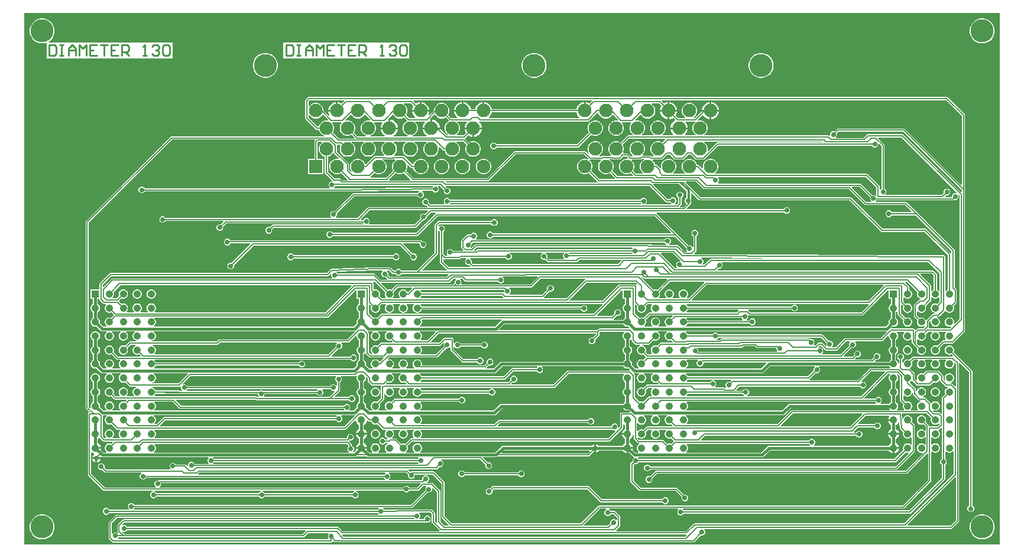
<source format=gbr>
G04*
G04 #@! TF.GenerationSoftware,Altium Limited,Altium Designer,23.0.1 (38)*
G04*
G04 Layer_Physical_Order=2*
G04 Layer_Color=16711680*
%FSLAX25Y25*%
%MOIN*%
G70*
G04*
G04 #@! TF.SameCoordinates,88CA1221-A5B3-45BB-8031-3B943D831941*
G04*
G04*
G04 #@! TF.FilePolarity,Positive*
G04*
G01*
G75*
%ADD12C,0.01000*%
%ADD21C,0.00780*%
%ADD22C,0.07677*%
%ADD23R,0.07677X0.07677*%
%ADD24C,0.12992*%
%ADD25C,0.13000*%
%ADD26C,0.04232*%
%ADD27R,0.04232X0.04232*%
%ADD28C,0.05000*%
%ADD29C,0.02756*%
%ADD30C,0.01500*%
G36*
X550000D02*
X0D01*
Y300000D01*
X550000D01*
Y0D01*
D02*
G37*
%LPC*%
G36*
X540689Y297000D02*
X539311D01*
X537958Y296731D01*
X536684Y296203D01*
X535538Y295437D01*
X534563Y294462D01*
X533797Y293316D01*
X533269Y292042D01*
X533000Y290689D01*
Y289311D01*
X533269Y287958D01*
X533797Y286684D01*
X534563Y285538D01*
X535538Y284563D01*
X536684Y283797D01*
X537958Y283269D01*
X539311Y283000D01*
X540689D01*
X542042Y283269D01*
X543316Y283797D01*
X544462Y284563D01*
X545437Y285538D01*
X546203Y286684D01*
X546731Y287958D01*
X547000Y289311D01*
Y290689D01*
X546731Y292042D01*
X546203Y293316D01*
X545437Y294462D01*
X544462Y295437D01*
X543316Y296203D01*
X542042Y296731D01*
X540689Y297000D01*
D02*
G37*
G36*
X216978Y283498D02*
X146000D01*
Y274500D01*
X216978D01*
Y283498D01*
D02*
G37*
G36*
X10689Y297000D02*
X9311D01*
X7958Y296731D01*
X6684Y296203D01*
X5538Y295437D01*
X4563Y294462D01*
X3797Y293316D01*
X3269Y292042D01*
X3000Y290689D01*
Y289311D01*
X3269Y287958D01*
X3797Y286684D01*
X4563Y285538D01*
X5538Y284563D01*
X6684Y283797D01*
X7958Y283269D01*
X9311Y283000D01*
X10689D01*
X12000Y283261D01*
X12148Y283244D01*
X12500Y283009D01*
Y274500D01*
X83478D01*
Y283498D01*
X13769D01*
X13617Y283998D01*
X14462Y284563D01*
X15437Y285538D01*
X16203Y286684D01*
X16731Y287958D01*
X17000Y289311D01*
Y290689D01*
X16731Y292042D01*
X16203Y293316D01*
X15437Y294462D01*
X14462Y295437D01*
X13316Y296203D01*
X12042Y296731D01*
X10689Y297000D01*
D02*
G37*
G36*
X416044Y277587D02*
X414665D01*
X413314Y277318D01*
X412041Y276790D01*
X410895Y276025D01*
X409920Y275050D01*
X409155Y273904D01*
X408627Y272631D01*
X408358Y271280D01*
Y269901D01*
X408627Y268550D01*
X409155Y267277D01*
X409920Y266131D01*
X410895Y265156D01*
X412041Y264391D01*
X413314Y263863D01*
X414665Y263595D01*
X416044D01*
X417395Y263863D01*
X418668Y264391D01*
X419814Y265156D01*
X420789Y266131D01*
X421554Y267277D01*
X422082Y268550D01*
X422351Y269901D01*
Y271280D01*
X422082Y272631D01*
X421554Y273904D01*
X420789Y275050D01*
X419814Y276025D01*
X418668Y276790D01*
X417395Y277318D01*
X416044Y277587D01*
D02*
G37*
G36*
X288091D02*
X286713D01*
X285361Y277318D01*
X284088Y276790D01*
X282942Y276025D01*
X281967Y275050D01*
X281202Y273904D01*
X280674Y272631D01*
X280405Y271280D01*
Y269901D01*
X280674Y268550D01*
X281202Y267277D01*
X281967Y266131D01*
X282942Y265156D01*
X284088Y264391D01*
X285361Y263863D01*
X286713Y263595D01*
X288091D01*
X289442Y263863D01*
X290716Y264391D01*
X291861Y265156D01*
X292836Y266131D01*
X293601Y267277D01*
X294129Y268550D01*
X294398Y269901D01*
Y271280D01*
X294129Y272631D01*
X293601Y273904D01*
X292836Y275050D01*
X291861Y276025D01*
X290716Y276790D01*
X289442Y277318D01*
X288091Y277587D01*
D02*
G37*
G36*
X136516D02*
X135138D01*
X133786Y277318D01*
X132513Y276790D01*
X131367Y276025D01*
X130393Y275050D01*
X129627Y273904D01*
X129100Y272631D01*
X128831Y271280D01*
Y269901D01*
X129100Y268550D01*
X129627Y267277D01*
X130393Y266131D01*
X131367Y265156D01*
X132513Y264391D01*
X133786Y263863D01*
X135138Y263595D01*
X136516D01*
X137867Y263863D01*
X139141Y264391D01*
X140287Y265156D01*
X141261Y266131D01*
X142027Y267277D01*
X142554Y268550D01*
X142823Y269901D01*
Y271280D01*
X142554Y272631D01*
X142027Y273904D01*
X141261Y275050D01*
X140287Y276025D01*
X139141Y276790D01*
X137867Y277318D01*
X136516Y277587D01*
D02*
G37*
G36*
X520000Y252807D02*
X160300D01*
X159953Y252738D01*
X159658Y252542D01*
X159658Y252542D01*
X158658Y251542D01*
X158462Y251247D01*
X158393Y250900D01*
Y240857D01*
X158462Y240510D01*
X158658Y240216D01*
X164358Y234516D01*
X164653Y234319D01*
X165000Y234250D01*
X165000Y234250D01*
X166027D01*
X166233Y233483D01*
X166804Y232493D01*
X167612Y231686D01*
X168601Y231115D01*
X168842Y231050D01*
X168776Y230550D01*
X82942D01*
X82942Y230550D01*
X82595Y230481D01*
X82301Y230284D01*
X82301Y230284D01*
X34758Y182742D01*
X34562Y182447D01*
X34493Y182100D01*
Y77500D01*
X34562Y77153D01*
X34758Y76858D01*
X36533Y75084D01*
X36368Y74541D01*
X36353Y74538D01*
X36058Y74342D01*
X35862Y74047D01*
X35793Y73700D01*
Y39700D01*
X35862Y39353D01*
X36058Y39058D01*
X44354Y30763D01*
X44354Y30763D01*
X44358Y30758D01*
X44358Y30758D01*
X44653Y30562D01*
X45000Y30492D01*
X45000Y30493D01*
X72121D01*
X72220Y29993D01*
X71736Y29792D01*
X71208Y29264D01*
X70922Y28574D01*
Y27826D01*
X71208Y27136D01*
X71736Y26608D01*
X72426Y26322D01*
X73174D01*
X73864Y26608D01*
X74392Y27136D01*
X74457Y27293D01*
X132143D01*
X132208Y27136D01*
X132736Y26608D01*
X133426Y26322D01*
X134174D01*
X134864Y26608D01*
X135392Y27136D01*
X135457Y27293D01*
X184843D01*
X184908Y27136D01*
X185436Y26608D01*
X186126Y26322D01*
X186874D01*
X187564Y26608D01*
X188092Y27136D01*
X188378Y27826D01*
Y28574D01*
X188092Y29264D01*
X187564Y29792D01*
X187080Y29993D01*
X187179Y30493D01*
X213743D01*
X213808Y30336D01*
X214336Y29808D01*
X215026Y29522D01*
X215774D01*
X216464Y29808D01*
X216992Y30336D01*
X217059Y30497D01*
X221837D01*
X222184Y30566D01*
X222479Y30763D01*
X224876Y33161D01*
X226498D01*
X226705Y32661D01*
X226408Y32364D01*
X226122Y31674D01*
Y30926D01*
X226187Y30770D01*
X217977Y22560D01*
X61978D01*
X61914Y22717D01*
X61385Y23245D01*
X60695Y23531D01*
X59948D01*
X59258Y23245D01*
X58729Y22717D01*
X58444Y22026D01*
Y21279D01*
X58729Y20589D01*
X59096Y20223D01*
X58889Y19722D01*
X47756Y19709D01*
X47692Y19864D01*
X47164Y20392D01*
X46474Y20678D01*
X45726D01*
X45036Y20392D01*
X44508Y19864D01*
X44222Y19174D01*
Y18426D01*
X44508Y17736D01*
X45036Y17208D01*
X45726Y16922D01*
X46474D01*
X47164Y17208D01*
X47692Y17736D01*
X47757Y17893D01*
X199343D01*
X199408Y17736D01*
X199737Y17407D01*
X199530Y16907D01*
X51800D01*
X51800Y16907D01*
X51453Y16838D01*
X51158Y16642D01*
X51158Y16642D01*
X47758Y13242D01*
X47562Y12947D01*
X47493Y12600D01*
Y3750D01*
X47562Y3403D01*
X47758Y3108D01*
X49308Y1558D01*
X49603Y1362D01*
X49950Y1293D01*
X173000D01*
X173347Y1362D01*
X173642Y1558D01*
X173838Y1853D01*
X173841Y1868D01*
X174384Y2033D01*
X174734Y1682D01*
X174734Y1682D01*
X175029Y1485D01*
X175376Y1416D01*
X377124D01*
X377471Y1485D01*
X377765Y1682D01*
X381370Y5287D01*
X381526Y5222D01*
X382274D01*
X382964Y5508D01*
X383492Y6036D01*
X383778Y6726D01*
Y7474D01*
X383492Y8164D01*
X383195Y8461D01*
X383402Y8961D01*
X522458D01*
X522805Y9030D01*
X523099Y9226D01*
X526742Y12869D01*
X526938Y13163D01*
X527007Y13510D01*
Y102400D01*
X527248Y102560D01*
X527493Y102621D01*
X532693Y97422D01*
Y21957D01*
X532536Y21892D01*
X532008Y21364D01*
X531722Y20674D01*
Y19926D01*
X532008Y19236D01*
X532536Y18708D01*
X533226Y18422D01*
X533974D01*
X534664Y18708D01*
X535192Y19236D01*
X535478Y19926D01*
Y20674D01*
X535192Y21364D01*
X534664Y21892D01*
X534507Y21957D01*
Y97798D01*
X534438Y98145D01*
X534242Y98439D01*
X523881Y108800D01*
X523934Y108892D01*
X524112Y109557D01*
Y110246D01*
X523934Y110911D01*
X523589Y111508D01*
X523102Y111995D01*
X522506Y112339D01*
X521840Y112518D01*
X521152D01*
X520486Y112339D01*
X519890Y111995D01*
X519403Y111508D01*
X519058Y110911D01*
X518880Y110246D01*
Y109557D01*
X519058Y108892D01*
X519403Y108295D01*
X519890Y107808D01*
X520486Y107464D01*
X521152Y107285D01*
X521840D01*
X522506Y107464D01*
X522598Y107517D01*
X523421Y106693D01*
X523360Y106448D01*
X523200Y106207D01*
X501174D01*
X500827Y106138D01*
X500532Y105942D01*
X500532Y105942D01*
X498976Y104385D01*
X498884Y104438D01*
X498218Y104616D01*
X497530D01*
X496864Y104438D01*
X496268Y104093D01*
X495781Y103606D01*
X495436Y103010D01*
X495407Y102903D01*
X494907Y102969D01*
Y104343D01*
X495064Y104408D01*
X495592Y104936D01*
X495878Y105626D01*
Y106374D01*
X495592Y107064D01*
X495064Y107592D01*
X494374Y107878D01*
X493626D01*
X492936Y107592D01*
X492408Y107064D01*
X492122Y106374D01*
Y105626D01*
X492408Y104936D01*
X492936Y104408D01*
X493093Y104343D01*
Y102498D01*
X492593Y102432D01*
X492438Y103010D01*
X492093Y103606D01*
X491606Y104093D01*
X491274Y104285D01*
Y107617D01*
X491606Y107808D01*
X492093Y108295D01*
X492438Y108892D01*
X492616Y109557D01*
Y110246D01*
X492438Y110911D01*
X492093Y111508D01*
X491606Y111995D01*
X491274Y112187D01*
Y115514D01*
X491606Y115706D01*
X492093Y116193D01*
X492438Y116789D01*
X492616Y117455D01*
Y118144D01*
X492438Y118809D01*
X492093Y119405D01*
X491814Y119685D01*
X492021Y120185D01*
X495853D01*
X496060Y119685D01*
X495781Y119405D01*
X495436Y118809D01*
X495258Y118144D01*
Y117455D01*
X495436Y116789D01*
X495781Y116193D01*
X496268Y115706D01*
X496864Y115361D01*
X497530Y115183D01*
X498218D01*
X498884Y115361D01*
X499480Y115706D01*
X499793Y116018D01*
X500293Y115811D01*
Y114450D01*
X500362Y114102D01*
X500558Y113808D01*
X501758Y112608D01*
X501758Y112608D01*
X503363Y111003D01*
X503310Y110911D01*
X503132Y110246D01*
Y109557D01*
X503310Y108892D01*
X503655Y108295D01*
X504142Y107808D01*
X504738Y107464D01*
X505404Y107285D01*
X506092D01*
X506758Y107464D01*
X507354Y107808D01*
X507841Y108295D01*
X508186Y108892D01*
X508364Y109557D01*
Y110246D01*
X508186Y110911D01*
X507841Y111508D01*
X507354Y111995D01*
X506758Y112339D01*
X506092Y112518D01*
X505404D01*
X504738Y112339D01*
X504646Y112286D01*
X503307Y113626D01*
Y115833D01*
X503807Y116040D01*
X504142Y115706D01*
X504738Y115361D01*
X505404Y115183D01*
X506092D01*
X506758Y115361D01*
X507354Y115706D01*
X507841Y116193D01*
X508186Y116789D01*
X508364Y117455D01*
Y118144D01*
X508186Y118809D01*
X508133Y118901D01*
X509452Y120220D01*
X511636D01*
X511843Y119720D01*
X511529Y119405D01*
X511184Y118809D01*
X511006Y118144D01*
Y117455D01*
X511184Y116789D01*
X511529Y116193D01*
X512016Y115706D01*
X512612Y115361D01*
X513278Y115183D01*
X513966D01*
X514632Y115361D01*
X515228Y115706D01*
X515715Y116193D01*
X516060Y116789D01*
X516238Y117455D01*
Y118144D01*
X516060Y118809D01*
X515715Y119405D01*
X515401Y119720D01*
X515608Y120220D01*
X519510D01*
X519717Y119720D01*
X519403Y119405D01*
X519058Y118809D01*
X518880Y118144D01*
Y117455D01*
X519058Y116789D01*
X519403Y116193D01*
X519688Y115907D01*
X519481Y115407D01*
X518220D01*
X517873Y115338D01*
X517579Y115142D01*
X514723Y112286D01*
X514632Y112339D01*
X513966Y112518D01*
X513278D01*
X512612Y112339D01*
X512016Y111995D01*
X511529Y111508D01*
X511184Y110911D01*
X511006Y110246D01*
Y109557D01*
X511184Y108892D01*
X511529Y108295D01*
X512016Y107808D01*
X512612Y107464D01*
X513278Y107285D01*
X513966D01*
X514632Y107464D01*
X515228Y107808D01*
X515715Y108295D01*
X516060Y108892D01*
X516238Y109557D01*
Y110246D01*
X516060Y110911D01*
X516007Y111003D01*
X518596Y113593D01*
X523100D01*
X523447Y113662D01*
X523742Y113858D01*
X530090Y120206D01*
X530286Y120501D01*
X530356Y120848D01*
X530355Y120848D01*
Y200548D01*
Y242452D01*
X530286Y242799D01*
X530090Y243094D01*
X520642Y252542D01*
X520347Y252738D01*
X520000Y252807D01*
D02*
G37*
G36*
X498218Y112518D02*
X497530D01*
X496864Y112339D01*
X496268Y111995D01*
X495781Y111508D01*
X495436Y110911D01*
X495258Y110246D01*
Y109557D01*
X495436Y108892D01*
X495781Y108295D01*
X496268Y107808D01*
X496864Y107464D01*
X497530Y107285D01*
X498218D01*
X498884Y107464D01*
X499480Y107808D01*
X499967Y108295D01*
X500312Y108892D01*
X500490Y109557D01*
Y110246D01*
X500312Y110911D01*
X499967Y111508D01*
X499480Y111995D01*
X498884Y112339D01*
X498218Y112518D01*
D02*
G37*
G36*
X540689Y17000D02*
X539311D01*
X537958Y16731D01*
X536684Y16203D01*
X535538Y15437D01*
X534563Y14462D01*
X533797Y13316D01*
X533269Y12042D01*
X533000Y10689D01*
Y9311D01*
X533269Y7958D01*
X533797Y6684D01*
X534563Y5538D01*
X535538Y4563D01*
X536684Y3797D01*
X537958Y3269D01*
X539311Y3000D01*
X540689D01*
X542042Y3269D01*
X543316Y3797D01*
X544462Y4563D01*
X545437Y5538D01*
X546203Y6684D01*
X546731Y7958D01*
X547000Y9311D01*
Y10689D01*
X546731Y12042D01*
X546203Y13316D01*
X545437Y14462D01*
X544462Y15437D01*
X543316Y16203D01*
X542042Y16731D01*
X540689Y17000D01*
D02*
G37*
G36*
X10689D02*
X9311D01*
X7958Y16731D01*
X6684Y16203D01*
X5538Y15437D01*
X4563Y14462D01*
X3797Y13316D01*
X3269Y12042D01*
X3000Y10689D01*
Y9311D01*
X3269Y7958D01*
X3797Y6684D01*
X4563Y5538D01*
X5538Y4563D01*
X6684Y3797D01*
X7958Y3269D01*
X9311Y3000D01*
X10689D01*
X12042Y3269D01*
X13316Y3797D01*
X14462Y4563D01*
X15437Y5538D01*
X16203Y6684D01*
X16731Y7958D01*
X17000Y9311D01*
Y10689D01*
X16731Y12042D01*
X16203Y13316D01*
X15437Y14462D01*
X14462Y15437D01*
X13316Y16203D01*
X12042Y16731D01*
X10689Y17000D01*
D02*
G37*
%LPD*%
G36*
X320154Y250493D02*
X318673Y249012D01*
X317812Y249509D01*
X316582Y249839D01*
X316445D01*
Y245000D01*
X315445D01*
Y249839D01*
X315308D01*
X314077Y249509D01*
X312974Y248872D01*
X312073Y247971D01*
X311436Y246868D01*
X311179Y245907D01*
X263624D01*
X263367Y246868D01*
X262730Y247971D01*
X261829Y248872D01*
X260726Y249509D01*
X259495Y249839D01*
X259358D01*
Y245000D01*
X258358D01*
Y249839D01*
X258221D01*
X256991Y249509D01*
X255887Y248872D01*
X254986Y247971D01*
X254349Y246868D01*
X254092Y245907D01*
X251813D01*
X251556Y246868D01*
X250919Y247971D01*
X250018Y248872D01*
X248915Y249509D01*
X247684Y249839D01*
X247547D01*
Y245000D01*
X247047D01*
Y244500D01*
X242209D01*
Y244363D01*
X242538Y243132D01*
X243175Y242029D01*
X243897Y241307D01*
X243690Y240807D01*
X240712D01*
X238882Y242637D01*
X239279Y243325D01*
X239575Y244429D01*
Y245571D01*
X239279Y246675D01*
X238708Y247664D01*
X237900Y248472D01*
X236911Y249043D01*
X235807Y249339D01*
X234665D01*
X233562Y249043D01*
X232572Y248472D01*
X231765Y247664D01*
X231193Y246675D01*
X230898Y245571D01*
Y245281D01*
X228187Y242570D01*
X227787Y242877D01*
X227934Y243132D01*
X228264Y244363D01*
Y244500D01*
X218587D01*
Y244363D01*
X218916Y243132D01*
X219553Y242029D01*
X220275Y241307D01*
X220068Y240807D01*
X217090D01*
X215260Y242637D01*
X215657Y243325D01*
X215953Y244429D01*
Y245571D01*
X215657Y246675D01*
X215086Y247664D01*
X214278Y248472D01*
X213896Y248693D01*
X214030Y249193D01*
X217949D01*
X219413Y247728D01*
X218916Y246868D01*
X218587Y245637D01*
Y245500D01*
X222925D01*
Y249839D01*
X222788D01*
X221558Y249509D01*
X220697Y249012D01*
X219216Y250493D01*
X219423Y250993D01*
X319947D01*
X320154Y250493D01*
D02*
G37*
G36*
X180390D02*
X178910Y249012D01*
X178049Y249509D01*
X176818Y249839D01*
X176681D01*
Y245000D01*
X176181D01*
Y244500D01*
X171343D01*
Y244363D01*
X171672Y243132D01*
X172102Y242389D01*
X171702Y242082D01*
X168709Y245075D01*
Y245571D01*
X168413Y246675D01*
X167842Y247664D01*
X167034Y248472D01*
X166045Y249043D01*
X164941Y249339D01*
X163799D01*
X162695Y249043D01*
X161706Y248472D01*
X160898Y247664D01*
X160707Y247333D01*
X160207Y247467D01*
Y250524D01*
X160676Y250993D01*
X180183D01*
X180390Y250493D01*
D02*
G37*
G36*
X311436Y243132D02*
X312073Y242029D01*
X312795Y241307D01*
X312587Y240807D01*
X262215D01*
X262008Y241307D01*
X262730Y242029D01*
X263367Y243132D01*
X263624Y244093D01*
X311179D01*
X311436Y243132D01*
D02*
G37*
G36*
X171334Y239883D02*
X171075Y239435D01*
X170847Y239496D01*
X169704D01*
X168601Y239200D01*
X167612Y238629D01*
X166804Y237821D01*
X166233Y236832D01*
X166027Y236065D01*
X165376D01*
X160207Y241233D01*
Y242533D01*
X160707Y242667D01*
X160898Y242336D01*
X161706Y241528D01*
X162695Y240957D01*
X163799Y240661D01*
X164941D01*
X166045Y240957D01*
X167034Y241528D01*
X167842Y242336D01*
X168017Y242639D01*
X168512Y242704D01*
X171334Y239883D01*
D02*
G37*
G36*
X528541Y242076D02*
Y203392D01*
X528079Y203201D01*
X496638Y234642D01*
X496343Y234838D01*
X495996Y234907D01*
X458600D01*
X458253Y234838D01*
X457958Y234642D01*
X457958Y234642D01*
X456630Y233313D01*
X456473Y233378D01*
X455726D01*
X455036Y233092D01*
X454508Y232564D01*
X454222Y231873D01*
Y231177D01*
X454068Y231033D01*
X453789Y230865D01*
X453679Y230938D01*
X453332Y231007D01*
X383395D01*
X383261Y231507D01*
X383570Y231686D01*
X384377Y232493D01*
X384948Y233483D01*
X385244Y234586D01*
Y235729D01*
X384948Y236832D01*
X384377Y237821D01*
X383570Y238629D01*
X382580Y239200D01*
X381477Y239496D01*
X380334D01*
X379859Y239369D01*
X379600Y239817D01*
X382236Y242453D01*
X382732Y242388D01*
X382939Y242029D01*
X383840Y241128D01*
X384943Y240491D01*
X386174Y240161D01*
X386311D01*
Y244500D01*
X381717D01*
X378024Y240807D01*
X377415D01*
X377281Y241307D01*
X377664Y241528D01*
X378472Y242336D01*
X379043Y243325D01*
X379339Y244429D01*
Y245571D01*
X379043Y246675D01*
X378472Y247664D01*
X377664Y248472D01*
X376675Y249043D01*
X375571Y249339D01*
X374429D01*
X373325Y249043D01*
X372336Y248472D01*
X371528Y247664D01*
X370957Y246675D01*
X370661Y245571D01*
Y244429D01*
X370957Y243325D01*
X371528Y242336D01*
X372336Y241528D01*
X372719Y241307D01*
X372585Y240807D01*
X368665D01*
X367201Y242271D01*
X367698Y243132D01*
X368028Y244363D01*
Y244500D01*
X363689D01*
Y240161D01*
X363826D01*
X365057Y240491D01*
X365917Y240988D01*
X366869Y240037D01*
X366787Y239412D01*
X366123Y239029D01*
X365223Y238128D01*
X364586Y237025D01*
X364256Y235794D01*
Y235657D01*
X373933D01*
Y235794D01*
X373603Y237025D01*
X372966Y238128D01*
X372564Y238531D01*
X372755Y238993D01*
X377912D01*
X378105Y238493D01*
X377434Y237821D01*
X376863Y236832D01*
X376567Y235729D01*
Y234586D01*
X376863Y233483D01*
X377434Y232493D01*
X378242Y231686D01*
X378550Y231507D01*
X378416Y231007D01*
X372494D01*
X372287Y231507D01*
X372966Y232186D01*
X373603Y233290D01*
X373933Y234520D01*
Y234657D01*
X364256D01*
Y234520D01*
X364586Y233290D01*
X365223Y232186D01*
X365902Y231507D01*
X365694Y231007D01*
X359773D01*
X359639Y231507D01*
X359947Y231686D01*
X360755Y232493D01*
X361326Y233483D01*
X361622Y234586D01*
Y235729D01*
X361326Y236832D01*
X360755Y237821D01*
X359947Y238629D01*
X358958Y239200D01*
X357855Y239496D01*
X356712D01*
X355609Y239200D01*
X354620Y238629D01*
X353812Y237821D01*
X353240Y236832D01*
X352945Y235729D01*
Y234586D01*
X353240Y233483D01*
X353812Y232493D01*
X354620Y231686D01*
X354928Y231507D01*
X354794Y231007D01*
X347962D01*
X347828Y231507D01*
X348136Y231686D01*
X348944Y232493D01*
X349515Y233483D01*
X349811Y234586D01*
Y235729D01*
X349515Y236832D01*
X348944Y237821D01*
X348136Y238629D01*
X347147Y239200D01*
X346044Y239496D01*
X344901D01*
X344608Y239417D01*
X344349Y239866D01*
X347218Y242735D01*
X347714Y242670D01*
X347906Y242336D01*
X348714Y241528D01*
X349703Y240957D01*
X350807Y240661D01*
X351949D01*
X353053Y240957D01*
X354042Y241528D01*
X354850Y242336D01*
X355421Y243325D01*
X355717Y244429D01*
Y245571D01*
X355421Y246675D01*
X354850Y247664D01*
X354042Y248472D01*
X353660Y248693D01*
X353793Y249193D01*
X357713D01*
X359177Y247728D01*
X358680Y246868D01*
X358350Y245637D01*
Y245500D01*
X362689D01*
Y249839D01*
X362552D01*
X361321Y249509D01*
X360460Y249012D01*
X358980Y250493D01*
X359187Y250993D01*
X519624D01*
X528541Y242076D01*
D02*
G37*
G36*
X184323Y242678D02*
X184520Y242336D01*
X185328Y241528D01*
X186318Y240957D01*
X187421Y240661D01*
X188563D01*
X189667Y240957D01*
X190656Y241528D01*
X191464Y242336D01*
X191631Y242625D01*
X192127Y242690D01*
X194925Y239891D01*
X194667Y239443D01*
X194469Y239496D01*
X193326D01*
X192223Y239200D01*
X191234Y238629D01*
X190426Y237821D01*
X189855Y236832D01*
X189559Y235729D01*
Y234586D01*
X189855Y233483D01*
X190426Y232493D01*
X191234Y231686D01*
X192223Y231115D01*
X192464Y231050D01*
X192398Y230550D01*
X187978D01*
X185732Y232795D01*
X186129Y233483D01*
X186425Y234586D01*
Y235729D01*
X186129Y236832D01*
X185558Y237821D01*
X184750Y238629D01*
X183761Y239200D01*
X182658Y239496D01*
X181515D01*
X181203Y239412D01*
X180944Y239860D01*
X183827Y242744D01*
X184323Y242678D01*
D02*
G37*
G36*
X323637Y243608D02*
X323713Y243325D01*
X324284Y242336D01*
X325092Y241528D01*
X326081Y240957D01*
X327185Y240661D01*
X328327D01*
X329431Y240957D01*
X330420Y241528D01*
X331228Y242336D01*
X331408Y242648D01*
X331904Y242713D01*
X334739Y239878D01*
X334480Y239430D01*
X334233Y239496D01*
X333090D01*
X331987Y239200D01*
X330997Y238629D01*
X330190Y237821D01*
X329619Y236832D01*
X329323Y235729D01*
Y234586D01*
X329619Y233483D01*
X330190Y232493D01*
X330997Y231686D01*
X331987Y231115D01*
X333090Y230819D01*
X334233D01*
X335336Y231115D01*
X336325Y231686D01*
X337133Y232493D01*
X337704Y233483D01*
X338000Y234586D01*
Y235729D01*
X337704Y236832D01*
X337133Y237821D01*
X336862Y238093D01*
X337069Y238593D01*
X342065D01*
X342272Y238093D01*
X342001Y237821D01*
X341429Y236832D01*
X341134Y235729D01*
Y234586D01*
X341429Y233483D01*
X342001Y232493D01*
X342808Y231686D01*
X343117Y231507D01*
X342983Y231007D01*
X340415D01*
X340068Y230938D01*
X339773Y230742D01*
X336024Y226992D01*
X335336Y227389D01*
X334233Y227685D01*
X333090D01*
X331987Y227389D01*
X330997Y226818D01*
X330190Y226010D01*
X329619Y225021D01*
X329323Y223918D01*
Y222775D01*
X329619Y221672D01*
X330190Y220683D01*
X330865Y220007D01*
X330677Y219507D01*
X325758D01*
X325411Y219438D01*
X325116Y219242D01*
X325116Y219242D01*
X325082Y219207D01*
X324359D01*
X324225Y219707D01*
X324514Y219875D01*
X325322Y220683D01*
X325893Y221672D01*
X326189Y222775D01*
Y223918D01*
X325893Y225021D01*
X325322Y226010D01*
X324514Y226818D01*
X323525Y227389D01*
X322422Y227685D01*
X321279D01*
X320176Y227389D01*
X319186Y226818D01*
X318379Y226010D01*
X317808Y225021D01*
X317512Y223918D01*
Y222775D01*
X317808Y221672D01*
X318205Y220983D01*
X317805Y220676D01*
X316539Y221942D01*
X316245Y222138D01*
X315898Y222207D01*
X276500D01*
X276153Y222138D01*
X275858Y221942D01*
X260852Y206935D01*
X219466D01*
X215260Y211141D01*
X215657Y211829D01*
X215953Y212933D01*
Y214075D01*
X215882Y214340D01*
X216330Y214598D01*
X218066Y212862D01*
X218066Y212862D01*
X218361Y212666D01*
X218708Y212597D01*
X218708Y212597D01*
X219177D01*
X219382Y211829D01*
X219953Y210840D01*
X220761Y210032D01*
X221751Y209461D01*
X222854Y209165D01*
X223996D01*
X225100Y209461D01*
X226089Y210032D01*
X226897Y210840D01*
X227468Y211829D01*
X227764Y212933D01*
Y214075D01*
X227468Y215179D01*
X226897Y216168D01*
X226089Y216976D01*
X225100Y217547D01*
X223996Y217843D01*
X222854D01*
X221751Y217547D01*
X220761Y216976D01*
X219953Y216168D01*
X219382Y215179D01*
X219306Y214896D01*
X218749Y214746D01*
X214334Y219162D01*
X214039Y219358D01*
X213692Y219427D01*
X208598D01*
X208459Y219704D01*
X208425Y219927D01*
X209180Y220683D01*
X209752Y221672D01*
X210047Y222775D01*
Y223918D01*
X209752Y225021D01*
X209180Y226010D01*
X208373Y226818D01*
X208136Y226955D01*
X208270Y227455D01*
X214959D01*
X215093Y226955D01*
X214856Y226818D01*
X214048Y226010D01*
X213477Y225021D01*
X213181Y223918D01*
Y222775D01*
X213477Y221672D01*
X214048Y220683D01*
X214856Y219875D01*
X215845Y219303D01*
X216948Y219008D01*
X218091D01*
X219194Y219303D01*
X220184Y219875D01*
X220991Y220683D01*
X221563Y221672D01*
X221858Y222775D01*
Y223918D01*
X221563Y225021D01*
X220991Y226010D01*
X220184Y226818D01*
X219947Y226955D01*
X220080Y227455D01*
X226770D01*
X226904Y226955D01*
X226667Y226818D01*
X225859Y226010D01*
X225288Y225021D01*
X224992Y223918D01*
Y222775D01*
X225288Y221672D01*
X225859Y220683D01*
X226667Y219875D01*
X227656Y219303D01*
X228760Y219008D01*
X229902D01*
X231005Y219303D01*
X231995Y219875D01*
X232803Y220683D01*
X233374Y221672D01*
X233669Y222775D01*
Y223918D01*
X233588Y224222D01*
X234036Y224481D01*
X235812Y222705D01*
X235812Y222705D01*
X236106Y222508D01*
X236454Y222439D01*
X236454Y222439D01*
X236893D01*
X237099Y221672D01*
X237670Y220683D01*
X238478Y219875D01*
X239467Y219303D01*
X240571Y219008D01*
X241713D01*
X242816Y219303D01*
X243806Y219875D01*
X244614Y220683D01*
X245185Y221672D01*
X245480Y222775D01*
Y223918D01*
X245185Y225021D01*
X244614Y226010D01*
X243806Y226818D01*
X243504Y226993D01*
X243638Y227493D01*
X247523D01*
X249307Y225709D01*
X248910Y225021D01*
X248614Y223918D01*
Y222775D01*
X248910Y221672D01*
X249481Y220683D01*
X250289Y219875D01*
X251278Y219303D01*
X252382Y219008D01*
X253524D01*
X254627Y219303D01*
X255617Y219875D01*
X256424Y220683D01*
X256996Y221672D01*
X257291Y222775D01*
Y223918D01*
X256996Y225021D01*
X256424Y226010D01*
X255617Y226818D01*
X254627Y227389D01*
X253524Y227685D01*
X252382D01*
X251278Y227389D01*
X250590Y226992D01*
X248650Y228932D01*
X248583Y229246D01*
X248649Y229571D01*
X250224Y231146D01*
X251085Y230649D01*
X252316Y230319D01*
X252453D01*
Y234657D01*
X248114D01*
Y234520D01*
X248444Y233290D01*
X248941Y232429D01*
X247519Y231007D01*
X243631D01*
X243497Y231507D01*
X243806Y231686D01*
X244614Y232493D01*
X245185Y233483D01*
X245480Y234586D01*
Y235729D01*
X245185Y236832D01*
X244614Y237821D01*
X243942Y238493D01*
X244135Y238993D01*
X249292D01*
X249483Y238531D01*
X249081Y238128D01*
X248444Y237025D01*
X248114Y235794D01*
Y235657D01*
X257791D01*
Y235794D01*
X257462Y237025D01*
X256825Y238128D01*
X256324Y238629D01*
X256366Y238724D01*
X256619Y239041D01*
X256864Y238993D01*
X256864Y238993D01*
X317939D01*
X318286Y239062D01*
X318580Y239258D01*
X323080Y243758D01*
X323637Y243608D01*
D02*
G37*
G36*
X231514Y242770D02*
X231765Y242336D01*
X232572Y241528D01*
X233562Y240957D01*
X234665Y240661D01*
X235807D01*
X236911Y240957D01*
X237599Y241354D01*
X239308Y239645D01*
X239200Y239046D01*
X238478Y238629D01*
X237670Y237821D01*
X237099Y236832D01*
X236803Y235729D01*
Y234586D01*
X237099Y233483D01*
X237670Y232493D01*
X238478Y231686D01*
X238787Y231507D01*
X238653Y231007D01*
X238133D01*
X234483Y234657D01*
X224492D01*
Y234520D01*
X224822Y233290D01*
X225459Y232186D01*
X226360Y231286D01*
X226768Y231050D01*
X226634Y230550D01*
X219019D01*
X218953Y231050D01*
X219194Y231115D01*
X220184Y231686D01*
X220991Y232493D01*
X221563Y233483D01*
X221858Y234586D01*
Y235729D01*
X221563Y236832D01*
X220991Y237821D01*
X220320Y238493D01*
X220513Y238993D01*
X225670D01*
X225861Y238531D01*
X225459Y238128D01*
X224822Y237025D01*
X224492Y235794D01*
Y235657D01*
X228831D01*
Y240121D01*
X228669Y240486D01*
X231018Y242835D01*
X231514Y242770D01*
D02*
G37*
G36*
X207937Y242692D02*
X208142Y242336D01*
X208950Y241528D01*
X209940Y240957D01*
X211043Y240661D01*
X212185D01*
X213289Y240957D01*
X213977Y241354D01*
X215686Y239645D01*
X215578Y239046D01*
X214856Y238629D01*
X214048Y237821D01*
X213477Y236832D01*
X213181Y235729D01*
Y234586D01*
X213477Y233483D01*
X214048Y232493D01*
X214856Y231686D01*
X215845Y231115D01*
X216086Y231050D01*
X216020Y230550D01*
X208405D01*
X208271Y231050D01*
X208680Y231286D01*
X209580Y232186D01*
X210217Y233290D01*
X210547Y234520D01*
Y234657D01*
X200870D01*
Y234520D01*
X201200Y233290D01*
X201837Y232186D01*
X202738Y231286D01*
X203146Y231050D01*
X203012Y230550D01*
X195397D01*
X195331Y231050D01*
X195572Y231115D01*
X196562Y231686D01*
X197369Y232493D01*
X197941Y233483D01*
X198236Y234586D01*
Y235729D01*
X197941Y236832D01*
X197369Y237821D01*
X197098Y238093D01*
X197305Y238593D01*
X201648D01*
X201746Y238354D01*
X201816Y238093D01*
X201200Y237025D01*
X200870Y235794D01*
Y235657D01*
X205209D01*
Y240425D01*
X205179Y240496D01*
X207441Y242758D01*
X207937Y242692D01*
D02*
G37*
G36*
X178886Y238093D02*
X178615Y237821D01*
X178044Y236832D01*
X177748Y235729D01*
Y234586D01*
X178044Y233483D01*
X178615Y232493D01*
X179423Y231686D01*
X180412Y231115D01*
X181515Y230819D01*
X182658D01*
X183761Y231115D01*
X184449Y231512D01*
X186229Y229732D01*
X186038Y229270D01*
X177446D01*
X173921Y232795D01*
X174319Y233483D01*
X174614Y234586D01*
Y235729D01*
X174319Y236832D01*
X173747Y237821D01*
X173476Y238093D01*
X173683Y238593D01*
X178679D01*
X178886Y238093D01*
D02*
G37*
G36*
X450168Y227579D02*
X449901Y227079D01*
X390825D01*
X390825Y227079D01*
X390478Y227010D01*
X390183Y226814D01*
X390183Y226814D01*
X385622Y222252D01*
X385173Y222511D01*
X385244Y222775D01*
Y223918D01*
X384948Y225021D01*
X384377Y226010D01*
X383570Y226818D01*
X383094Y227093D01*
X383228Y227593D01*
X450159D01*
X450168Y227579D01*
D02*
G37*
G36*
X361346Y228693D02*
X359646Y226992D01*
X358958Y227389D01*
X357855Y227685D01*
X356712D01*
X355609Y227389D01*
X354620Y226818D01*
X353812Y226010D01*
X353240Y225021D01*
X352945Y223918D01*
Y222775D01*
X353240Y221672D01*
X353812Y220683D01*
X354620Y219875D01*
X354856Y219738D01*
X354722Y219238D01*
X353665D01*
X353512Y219392D01*
X353217Y219588D01*
X352870Y219657D01*
X348626D01*
X348419Y220157D01*
X348944Y220683D01*
X349515Y221672D01*
X349811Y222775D01*
Y223918D01*
X349515Y225021D01*
X348944Y226010D01*
X348136Y226818D01*
X347147Y227389D01*
X346044Y227685D01*
X344901D01*
X343798Y227389D01*
X342808Y226818D01*
X342001Y226010D01*
X341429Y225021D01*
X341134Y223918D01*
Y222775D01*
X341429Y221672D01*
X342001Y220683D01*
X342808Y219875D01*
X343045Y219738D01*
X342912Y219238D01*
X341976D01*
X340572Y220642D01*
X340278Y220838D01*
X339930Y220907D01*
X337840D01*
X337552Y221407D01*
X337704Y221672D01*
X338000Y222775D01*
Y223918D01*
X337704Y225021D01*
X337307Y225709D01*
X340791Y229193D01*
X361139D01*
X361346Y228693D01*
D02*
G37*
G36*
X483193Y225092D02*
Y200957D01*
X483036Y200892D01*
X482707Y200563D01*
X482207Y200770D01*
Y202188D01*
X482207Y202188D01*
X482138Y202535D01*
X481942Y202830D01*
X481942Y202830D01*
X475642Y209130D01*
X475347Y209326D01*
X475000Y209395D01*
X389372D01*
X389238Y209895D01*
X389475Y210032D01*
X390283Y210840D01*
X390854Y211829D01*
X391150Y212933D01*
Y214075D01*
X390854Y215179D01*
X390283Y216168D01*
X389475Y216976D01*
X388486Y217547D01*
X387382Y217843D01*
X386240D01*
X385136Y217547D01*
X384147Y216976D01*
X383339Y216168D01*
X382768Y215179D01*
X382472Y214075D01*
Y212933D01*
X382543Y212668D01*
X382095Y212409D01*
X380359Y214146D01*
X380065Y214342D01*
X379717Y214411D01*
X379248D01*
X379043Y215179D01*
X378472Y216168D01*
X377664Y216976D01*
X376675Y217547D01*
X375571Y217843D01*
X374429D01*
X373325Y217547D01*
X372336Y216976D01*
X371528Y216168D01*
X370957Y215179D01*
X370661Y214075D01*
Y212933D01*
X370957Y211829D01*
X371528Y210840D01*
X372336Y210032D01*
X372573Y209895D01*
X372439Y209395D01*
X365750D01*
X365616Y209895D01*
X365853Y210032D01*
X366661Y210840D01*
X367232Y211829D01*
X367528Y212933D01*
Y214075D01*
X367232Y215179D01*
X366661Y216168D01*
X365853Y216976D01*
X364864Y217547D01*
X363760Y217843D01*
X362618D01*
X361514Y217547D01*
X360525Y216976D01*
X359717Y216168D01*
X359146Y215179D01*
X358850Y214075D01*
Y212933D01*
X358865Y212880D01*
X358416Y212621D01*
X356892Y214146D01*
X356597Y214342D01*
X356250Y214411D01*
X355627D01*
X355421Y215179D01*
X354850Y216168D01*
X354095Y216923D01*
X354128Y217147D01*
X354267Y217423D01*
X359361D01*
X359708Y217492D01*
X360003Y217689D01*
X362607Y220293D01*
X363771D01*
X366375Y217689D01*
X366669Y217492D01*
X367017Y217423D01*
X367017Y217423D01*
X371172D01*
X371519Y217492D01*
X371814Y217689D01*
X374418Y220293D01*
X375582D01*
X378186Y217689D01*
X378481Y217492D01*
X378828Y217423D01*
X378828Y217423D01*
X382983D01*
X383331Y217492D01*
X383625Y217689D01*
X391201Y225265D01*
X477771D01*
X477836Y225108D01*
X478364Y224580D01*
X479054Y224294D01*
X479802D01*
X480492Y224580D01*
X481020Y225108D01*
X481306Y225799D01*
Y226272D01*
X481806Y226479D01*
X483193Y225092D01*
D02*
G37*
G36*
X203282Y226955D02*
X203045Y226818D01*
X202237Y226010D01*
X201666Y225021D01*
X201370Y223918D01*
Y222775D01*
X201666Y221672D01*
X202237Y220683D01*
X202912Y220007D01*
X202724Y219507D01*
X197700D01*
X197353Y219438D01*
X197058Y219242D01*
X192592Y214775D01*
X192109Y214904D01*
X192035Y215179D01*
X191464Y216168D01*
X190656Y216976D01*
X189667Y217547D01*
X188563Y217843D01*
X187421D01*
X186318Y217547D01*
X185328Y216976D01*
X184520Y216168D01*
X183949Y215179D01*
X183654Y214075D01*
Y212933D01*
X183949Y211829D01*
X184480Y210911D01*
X184080Y210604D01*
X183007Y211676D01*
Y214679D01*
X182938Y215026D01*
X182742Y215321D01*
X176207Y221855D01*
Y225416D01*
X176192Y225493D01*
X176541Y225993D01*
X178052D01*
X178366Y225579D01*
X178044Y225021D01*
X177748Y223918D01*
Y222775D01*
X178044Y221672D01*
X178615Y220683D01*
X179423Y219875D01*
X180412Y219303D01*
X181515Y219008D01*
X182658D01*
X183761Y219303D01*
X184750Y219875D01*
X185558Y220683D01*
X186129Y221672D01*
X186425Y222775D01*
Y223918D01*
X186129Y225021D01*
X185558Y226010D01*
X184750Y226818D01*
X184514Y226955D01*
X184648Y227455D01*
X191337D01*
X191471Y226955D01*
X191234Y226818D01*
X190426Y226010D01*
X189855Y225021D01*
X189559Y223918D01*
Y222775D01*
X189855Y221672D01*
X190426Y220683D01*
X191234Y219875D01*
X192223Y219303D01*
X193326Y219008D01*
X194469D01*
X195572Y219303D01*
X196562Y219875D01*
X197369Y220683D01*
X197941Y221672D01*
X198236Y222775D01*
Y223918D01*
X197941Y225021D01*
X197369Y226010D01*
X196562Y226818D01*
X196325Y226955D01*
X196458Y227455D01*
X203148D01*
X203282Y226955D01*
D02*
G37*
G36*
X174527Y221033D02*
X174658Y220837D01*
X177276Y218220D01*
X177017Y217772D01*
X176752Y217843D01*
X175610D01*
X174507Y217547D01*
X173517Y216976D01*
X172710Y216168D01*
X172138Y215179D01*
X171843Y214075D01*
Y212933D01*
X172138Y211829D01*
X172710Y210840D01*
X173517Y210032D01*
X174507Y209461D01*
X175610Y209165D01*
X176752D01*
X177856Y209461D01*
X178544Y209858D01*
X182284Y206117D01*
X182093Y205655D01*
X179246D01*
X178413Y206488D01*
X178119Y206685D01*
X177771Y206754D01*
X174805D01*
X171183Y210376D01*
Y219098D01*
X171950Y219303D01*
X172940Y219875D01*
X173747Y220683D01*
X173966Y221061D01*
X174154Y221088D01*
X174527Y221033D01*
D02*
G37*
G36*
X318023Y217891D02*
X317716Y217491D01*
X317619Y217547D01*
X316516Y217843D01*
X315374D01*
X314270Y217547D01*
X313281Y216976D01*
X312473Y216168D01*
X311902Y215179D01*
X311606Y214075D01*
Y212933D01*
X311902Y211829D01*
X312473Y210840D01*
X313281Y210032D01*
X314270Y209461D01*
X315374Y209165D01*
X316516D01*
X317619Y209461D01*
X318307Y209858D01*
X323209Y204956D01*
X323282Y204907D01*
X323131Y204407D01*
X237623D01*
X237458Y204621D01*
X237703Y205121D01*
X261228D01*
X261575Y205190D01*
X261870Y205386D01*
X276876Y220393D01*
X315522D01*
X318023Y217891D01*
D02*
G37*
G36*
X340341Y218306D02*
X340182Y217942D01*
X340097Y217843D01*
X338996D01*
X337892Y217547D01*
X336903Y216976D01*
X336095Y216168D01*
X335524Y215179D01*
X335228Y214075D01*
Y212933D01*
X335524Y211829D01*
X336095Y210840D01*
X336903Y210032D01*
X337892Y209461D01*
X338996Y209165D01*
X340138D01*
X341242Y209461D01*
X341930Y209858D01*
X343210Y208577D01*
X343019Y208115D01*
X334428D01*
X331402Y211141D01*
X331799Y211829D01*
X332095Y212933D01*
Y214075D01*
X331799Y215179D01*
X331228Y216168D01*
X330420Y216976D01*
X330044Y217193D01*
X330178Y217693D01*
X330938D01*
X330942Y217689D01*
X331236Y217492D01*
X331584Y217423D01*
X335739D01*
X336087Y217492D01*
X336381Y217689D01*
X337785Y219093D01*
X339555D01*
X340341Y218306D01*
D02*
G37*
G36*
X349349Y217343D02*
X348714Y216976D01*
X347906Y216168D01*
X347335Y215179D01*
X347039Y214075D01*
Y212933D01*
X347335Y211829D01*
X347906Y210840D01*
X348714Y210032D01*
X348951Y209895D01*
X348817Y209395D01*
X344959D01*
X343213Y211141D01*
X343610Y211829D01*
X343906Y212933D01*
Y214075D01*
X343610Y215179D01*
X343039Y216168D01*
X342284Y216923D01*
X342317Y217147D01*
X342456Y217423D01*
X347550D01*
X347898Y217492D01*
X348192Y217689D01*
X348346Y217843D01*
X349215D01*
X349349Y217343D01*
D02*
G37*
G36*
X202989Y217689D02*
X203284Y217492D01*
X203631Y217423D01*
X207786D01*
X208134Y217492D01*
X208314Y217613D01*
X209053D01*
X209187Y217113D01*
X208950Y216976D01*
X208142Y216168D01*
X207571Y215179D01*
X207276Y214075D01*
Y212933D01*
X207571Y211829D01*
X207968Y211141D01*
X203934Y207107D01*
X195198D01*
X195124Y207330D01*
X195115Y207607D01*
X195341Y207758D01*
X197441Y209858D01*
X198129Y209461D01*
X199232Y209165D01*
X200374D01*
X201478Y209461D01*
X202467Y210032D01*
X203275Y210840D01*
X203846Y211829D01*
X204142Y212933D01*
Y214075D01*
X203846Y215179D01*
X203275Y216168D01*
X202467Y216976D01*
X202092Y217193D01*
X202226Y217693D01*
X202985D01*
X202989Y217689D01*
D02*
G37*
G36*
X324928Y217236D02*
X325009Y216893D01*
X324284Y216168D01*
X323713Y215179D01*
X323417Y214075D01*
Y212933D01*
X323713Y211829D01*
X324284Y210840D01*
X325092Y210032D01*
X326081Y209461D01*
X327185Y209165D01*
X328327D01*
X329431Y209461D01*
X330118Y209858D01*
X332971Y207005D01*
X332764Y206505D01*
X324227D01*
X319591Y211141D01*
X319988Y211829D01*
X320283Y212933D01*
Y214075D01*
X319988Y215179D01*
X319416Y216168D01*
X318653Y216931D01*
X318661Y216981D01*
X318898Y217393D01*
X324830D01*
X324928Y217236D01*
D02*
G37*
G36*
X209940Y209461D02*
X211043Y209165D01*
X212185D01*
X213289Y209461D01*
X213977Y209858D01*
X217718Y206117D01*
X217526Y205655D01*
X205702D01*
X205511Y206117D01*
X209252Y209858D01*
X209940Y209461D01*
D02*
G37*
G36*
X230505Y202061D02*
X230208Y201764D01*
X230138Y201596D01*
X176178Y201218D01*
X174881D01*
X174674Y201718D01*
X174992Y202036D01*
X175209Y202561D01*
X230298D01*
X230505Y202061D01*
D02*
G37*
G36*
X163927Y228273D02*
X163728Y228074D01*
X163532Y227780D01*
X163463Y227432D01*
Y217843D01*
X160031D01*
Y209165D01*
X168709D01*
Y217843D01*
X165277D01*
Y227057D01*
X165676Y227455D01*
X167715D01*
X167849Y226955D01*
X167612Y226818D01*
X166804Y226010D01*
X166233Y225021D01*
X165937Y223918D01*
Y222775D01*
X166233Y221672D01*
X166804Y220683D01*
X167612Y219875D01*
X168601Y219303D01*
X169368Y219098D01*
Y210000D01*
X169437Y209653D01*
X169634Y209358D01*
X173514Y205478D01*
X173307Y204978D01*
X173026D01*
X172336Y204692D01*
X171808Y204164D01*
X171522Y203474D01*
Y202726D01*
X171808Y202036D01*
X172126Y201718D01*
X171919Y201218D01*
X67857D01*
X67792Y201374D01*
X67264Y201902D01*
X66574Y202188D01*
X65826D01*
X65136Y201902D01*
X64608Y201374D01*
X64322Y200684D01*
Y199937D01*
X64608Y199247D01*
X65136Y198718D01*
X65826Y198432D01*
X66574D01*
X67264Y198718D01*
X67792Y199247D01*
X67857Y199403D01*
X176181D01*
X176184Y199404D01*
X176188Y199403D01*
X222319Y199726D01*
X222420Y199227D01*
X222336Y199192D01*
X221808Y198664D01*
X221743Y198507D01*
X185500D01*
X185153Y198438D01*
X184858Y198242D01*
X174830Y188213D01*
X174674Y188278D01*
X173926D01*
X173236Y187992D01*
X172708Y187464D01*
X172422Y186774D01*
Y186026D01*
X172708Y185336D01*
X173037Y185007D01*
X172830Y184507D01*
X79657D01*
X79592Y184664D01*
X79064Y185192D01*
X78374Y185478D01*
X77626D01*
X76936Y185192D01*
X76408Y184664D01*
X76122Y183974D01*
Y183226D01*
X76408Y182536D01*
X76936Y182008D01*
X77626Y181722D01*
X78374D01*
X79064Y182008D01*
X79592Y182536D01*
X79657Y182693D01*
X111956D01*
X112147Y182231D01*
X110730Y180813D01*
X110574Y180878D01*
X109826D01*
X109136Y180592D01*
X108608Y180064D01*
X108322Y179374D01*
Y178626D01*
X108608Y177936D01*
X109136Y177408D01*
X109826Y177122D01*
X110574D01*
X111264Y177408D01*
X111792Y177936D01*
X112078Y178626D01*
Y179374D01*
X112013Y179530D01*
X113876Y181393D01*
X191027D01*
X191131Y181239D01*
X190866Y180739D01*
X140132D01*
X140132Y180739D01*
X139785Y180670D01*
X139490Y180474D01*
X139490Y180474D01*
X138330Y179313D01*
X138174Y179378D01*
X137426D01*
X136736Y179092D01*
X136208Y178564D01*
X135922Y177874D01*
Y177126D01*
X136208Y176436D01*
X136736Y175908D01*
X137426Y175622D01*
X138174D01*
X138864Y175908D01*
X139392Y176436D01*
X139678Y177126D01*
Y177874D01*
X139613Y178030D01*
X140508Y178925D01*
X220293D01*
X220640Y178994D01*
X220935Y179190D01*
X224866Y183122D01*
X225374D01*
X226064Y183408D01*
X226592Y183936D01*
X226878Y184626D01*
Y185134D01*
X229296Y187552D01*
X231872D01*
X232024Y187052D01*
X231858Y186942D01*
X220924Y176007D01*
X173757D01*
X173692Y176164D01*
X173164Y176692D01*
X172474Y176978D01*
X171726D01*
X171036Y176692D01*
X170508Y176164D01*
X170222Y175474D01*
Y174726D01*
X170508Y174036D01*
X171036Y173508D01*
X171726Y173222D01*
X172474D01*
X173164Y173508D01*
X173692Y174036D01*
X173757Y174193D01*
X221300D01*
X221647Y174262D01*
X221942Y174458D01*
X232876Y185393D01*
X355424D01*
X364647Y176169D01*
X364456Y175707D01*
X264157D01*
X264092Y175864D01*
X263564Y176392D01*
X262874Y176678D01*
X262126D01*
X261436Y176392D01*
X260908Y175864D01*
X260622Y175174D01*
Y174426D01*
X260908Y173736D01*
X261436Y173208D01*
X262126Y172922D01*
X262874D01*
X263564Y173208D01*
X264092Y173736D01*
X264157Y173893D01*
X366924D01*
X373187Y167630D01*
X373122Y167474D01*
Y166726D01*
X373408Y166036D01*
X373705Y165739D01*
X373498Y165239D01*
X372608D01*
X369054Y168794D01*
X368915Y168886D01*
X368779Y168982D01*
X368768Y168985D01*
X368759Y168991D01*
X368595Y169023D01*
X368433Y169059D01*
X363445Y169176D01*
X363351Y169678D01*
X363664Y169808D01*
X364192Y170336D01*
X364478Y171026D01*
Y171774D01*
X364192Y172464D01*
X363664Y172992D01*
X362973Y173278D01*
X362227D01*
X361536Y172992D01*
X361008Y172464D01*
X360943Y172307D01*
X254838D01*
X254631Y172807D01*
X254960Y173136D01*
X255246Y173826D01*
Y174574D01*
X254960Y175264D01*
X254432Y175792D01*
X253742Y176078D01*
X252994D01*
X252304Y175792D01*
X251776Y175264D01*
X251711Y175107D01*
X250000D01*
X250000Y175107D01*
X249653Y175038D01*
X249358Y174842D01*
X249358Y174842D01*
X246658Y172142D01*
X246462Y171847D01*
X246393Y171500D01*
Y167782D01*
X246462Y167435D01*
X246658Y167140D01*
X247429Y166369D01*
X247238Y165907D01*
X241657D01*
X241592Y166064D01*
X241064Y166592D01*
X240373Y166878D01*
X239627D01*
X238936Y166592D01*
X238408Y166064D01*
X238122Y165374D01*
Y164626D01*
X238408Y163936D01*
X238737Y163607D01*
X238530Y163107D01*
X237126D01*
X236144Y164090D01*
Y176758D01*
X236264Y176808D01*
X236792Y177336D01*
X237078Y178026D01*
Y178774D01*
X236792Y179464D01*
X236264Y179992D01*
X235574Y180278D01*
X234826D01*
X234136Y179992D01*
X233816Y179672D01*
X233473Y179730D01*
X233302Y179820D01*
X233284Y180150D01*
X234126Y180993D01*
X263343D01*
X263408Y180836D01*
X263936Y180308D01*
X264627Y180022D01*
X265373D01*
X266064Y180308D01*
X266592Y180836D01*
X266878Y181526D01*
Y182274D01*
X266592Y182964D01*
X266064Y183492D01*
X265373Y183778D01*
X264627D01*
X263936Y183492D01*
X263408Y182964D01*
X263343Y182807D01*
X233750D01*
X233750Y182807D01*
X233403Y182738D01*
X233108Y182542D01*
X233108Y182542D01*
X231638Y181071D01*
X231441Y180777D01*
X231372Y180430D01*
Y164956D01*
X221124Y154707D01*
X212557D01*
X212492Y154864D01*
X211964Y155392D01*
X211274Y155678D01*
X210526D01*
X209836Y155392D01*
X209308Y154864D01*
X209243Y154707D01*
X208221D01*
X206618Y156310D01*
X206324Y156506D01*
X205977Y156575D01*
X197936D01*
X197922Y156573D01*
X197908Y156575D01*
X173348Y155815D01*
X173189Y155778D01*
X173029Y155746D01*
X173017Y155738D01*
X173003Y155735D01*
X172870Y155640D01*
X172734Y155550D01*
X170637Y153453D01*
X48745D01*
X48745Y153453D01*
X48398Y153384D01*
X48103Y153187D01*
X48103Y153187D01*
X42652Y147735D01*
X42455Y147441D01*
X42386Y147094D01*
Y144116D01*
X37384D01*
Y138884D01*
X38726D01*
Y135883D01*
X38394Y135692D01*
X37907Y135205D01*
X37562Y134608D01*
X37384Y133943D01*
Y133254D01*
X37562Y132589D01*
X37907Y131992D01*
X38394Y131505D01*
X38726Y131313D01*
Y127986D01*
X38394Y127794D01*
X37907Y127307D01*
X37562Y126711D01*
X37384Y126045D01*
Y125356D01*
X37562Y124691D01*
X37907Y124094D01*
X38394Y123607D01*
X38990Y123263D01*
X39656Y123085D01*
X40344D01*
X40715Y123184D01*
X43002Y120896D01*
X43416Y120620D01*
X43904Y120523D01*
X46359D01*
X46493Y120023D01*
X46268Y119893D01*
X45781Y119405D01*
X45436Y118809D01*
X45258Y118144D01*
Y117455D01*
X45436Y116789D01*
X45781Y116193D01*
X46268Y115706D01*
X46864Y115361D01*
X47530Y115183D01*
X48218D01*
X48884Y115361D01*
X49480Y115706D01*
X49967Y116193D01*
X50312Y116789D01*
X50490Y117455D01*
Y118144D01*
X50312Y118809D01*
X49967Y119405D01*
X49480Y119893D01*
X49255Y120023D01*
X49389Y120523D01*
X54233D01*
X54367Y120023D01*
X54142Y119893D01*
X53655Y119405D01*
X53310Y118809D01*
X53132Y118144D01*
Y117455D01*
X53310Y116789D01*
X53655Y116193D01*
X54142Y115706D01*
X54738Y115361D01*
X55404Y115183D01*
X56092D01*
X56758Y115361D01*
X57354Y115706D01*
X57841Y116193D01*
X58186Y116789D01*
X58364Y117455D01*
Y118144D01*
X58186Y118809D01*
X57841Y119405D01*
X57354Y119893D01*
X57129Y120023D01*
X57263Y120523D01*
X62107D01*
X62241Y120023D01*
X62016Y119893D01*
X61529Y119405D01*
X61184Y118809D01*
X61006Y118144D01*
Y117455D01*
X61184Y116789D01*
X61529Y116193D01*
X62016Y115706D01*
X62612Y115361D01*
X63187Y115207D01*
X63121Y114707D01*
X59646D01*
X59299Y114638D01*
X59005Y114442D01*
X56849Y112286D01*
X56758Y112339D01*
X56092Y112518D01*
X55404D01*
X54738Y112339D01*
X54142Y111995D01*
X53655Y111508D01*
X53310Y110911D01*
X53132Y110246D01*
Y109557D01*
X53310Y108892D01*
X53655Y108295D01*
X54142Y107808D01*
X54738Y107464D01*
X55404Y107285D01*
X56092D01*
X56758Y107464D01*
X57354Y107808D01*
X57841Y108295D01*
X58186Y108892D01*
X58364Y109557D01*
Y110246D01*
X58186Y110911D01*
X58133Y111003D01*
X60022Y112893D01*
X62745D01*
X62810Y112393D01*
X62612Y112339D01*
X62016Y111995D01*
X61529Y111508D01*
X61184Y110911D01*
X61006Y110246D01*
Y109557D01*
X61184Y108892D01*
X61529Y108295D01*
X62016Y107808D01*
X62612Y107464D01*
X63278Y107285D01*
X63966D01*
X64632Y107464D01*
X64724Y107517D01*
X65543Y106697D01*
X65352Y106235D01*
X52824D01*
X50259Y108800D01*
X50312Y108892D01*
X50490Y109557D01*
Y110246D01*
X50312Y110911D01*
X49967Y111508D01*
X49480Y111995D01*
X48884Y112339D01*
X48218Y112518D01*
X47530D01*
X46864Y112339D01*
X46268Y111995D01*
X45781Y111508D01*
X45436Y110911D01*
X45258Y110246D01*
Y109557D01*
X45436Y108892D01*
X45781Y108295D01*
X46268Y107808D01*
X46864Y107464D01*
X47530Y107285D01*
X48218D01*
X48884Y107464D01*
X48976Y107517D01*
X51806Y104686D01*
X51806Y104686D01*
X52100Y104490D01*
X52448Y104421D01*
X52448Y104421D01*
X53762D01*
X53969Y103921D01*
X53655Y103606D01*
X53310Y103010D01*
X53132Y102344D01*
Y101656D01*
X53310Y100990D01*
X53655Y100394D01*
X54142Y99907D01*
X54203Y99871D01*
X54070Y99371D01*
X49553D01*
X49419Y99871D01*
X49480Y99907D01*
X49967Y100394D01*
X50312Y100990D01*
X50490Y101656D01*
Y102344D01*
X50312Y103010D01*
X49967Y103606D01*
X49480Y104093D01*
X48884Y104438D01*
X48218Y104616D01*
X47530D01*
X46864Y104438D01*
X46268Y104093D01*
X45781Y103606D01*
X45436Y103010D01*
X45258Y102344D01*
Y101656D01*
X45436Y100990D01*
X45781Y100394D01*
X46268Y99907D01*
X46330Y99871D01*
X46196Y99371D01*
X44431D01*
X42517Y101285D01*
X42616Y101656D01*
Y102344D01*
X42438Y103010D01*
X42093Y103606D01*
X41606Y104093D01*
X41274Y104285D01*
Y107617D01*
X41606Y107808D01*
X42093Y108295D01*
X42438Y108892D01*
X42616Y109557D01*
Y110246D01*
X42438Y110911D01*
X42093Y111508D01*
X41606Y111995D01*
X41274Y112187D01*
Y115514D01*
X41606Y115706D01*
X42093Y116193D01*
X42438Y116789D01*
X42616Y117455D01*
Y118144D01*
X42438Y118809D01*
X42093Y119405D01*
X41606Y119893D01*
X41010Y120237D01*
X40344Y120415D01*
X39656D01*
X38990Y120237D01*
X38394Y119893D01*
X37907Y119405D01*
X37562Y118809D01*
X37384Y118144D01*
Y117455D01*
X37562Y116789D01*
X37907Y116193D01*
X38394Y115706D01*
X38726Y115514D01*
Y112187D01*
X38394Y111995D01*
X37907Y111508D01*
X37562Y110911D01*
X37384Y110246D01*
Y109557D01*
X37562Y108892D01*
X37907Y108295D01*
X38394Y107808D01*
X38726Y107617D01*
Y104285D01*
X38394Y104093D01*
X37907Y103606D01*
X37562Y103010D01*
X37384Y102344D01*
Y101656D01*
X37562Y100990D01*
X37907Y100394D01*
X38394Y99907D01*
X38990Y99562D01*
X39656Y99384D01*
X40344D01*
X40715Y99483D01*
X43002Y97195D01*
X43416Y96919D01*
X43904Y96822D01*
X46359D01*
X46493Y96322D01*
X46268Y96192D01*
X45781Y95705D01*
X45436Y95108D01*
X45258Y94443D01*
Y93754D01*
X45436Y93089D01*
X45781Y92492D01*
X46268Y92005D01*
X46864Y91661D01*
X47530Y91482D01*
X48218D01*
X48884Y91661D01*
X49480Y92005D01*
X49967Y92492D01*
X50312Y93089D01*
X50490Y93754D01*
Y94443D01*
X50312Y95108D01*
X49967Y95705D01*
X49480Y96192D01*
X49255Y96322D01*
X49389Y96822D01*
X54233D01*
X54367Y96322D01*
X54142Y96192D01*
X53655Y95705D01*
X53310Y95108D01*
X53132Y94443D01*
Y93754D01*
X53310Y93089D01*
X53655Y92492D01*
X54142Y92005D01*
X54738Y91661D01*
X55404Y91482D01*
X56092D01*
X56758Y91661D01*
X56849Y91714D01*
X59105Y89458D01*
X59399Y89262D01*
X59746Y89193D01*
X62748D01*
X62813Y88693D01*
X62612Y88639D01*
X62016Y88294D01*
X61529Y87807D01*
X61184Y87211D01*
X61006Y86545D01*
Y85856D01*
X61184Y85191D01*
X61529Y84595D01*
X61816Y84307D01*
X61608Y83807D01*
X57762D01*
X57554Y84307D01*
X57841Y84595D01*
X58186Y85191D01*
X58364Y85856D01*
Y86545D01*
X58186Y87211D01*
X57841Y87807D01*
X57354Y88294D01*
X56758Y88639D01*
X56092Y88817D01*
X55404D01*
X54738Y88639D01*
X54142Y88294D01*
X53655Y87807D01*
X53310Y87211D01*
X53132Y86545D01*
Y85856D01*
X53310Y85191D01*
X53655Y84595D01*
X53942Y84307D01*
X53734Y83807D01*
X51551D01*
X50259Y85099D01*
X50312Y85191D01*
X50490Y85856D01*
Y86545D01*
X50312Y87211D01*
X49967Y87807D01*
X49480Y88294D01*
X48884Y88639D01*
X48218Y88817D01*
X47530D01*
X46864Y88639D01*
X46268Y88294D01*
X45781Y87807D01*
X45436Y87211D01*
X45258Y86545D01*
Y85856D01*
X45436Y85191D01*
X45781Y84595D01*
X46268Y84107D01*
X46864Y83763D01*
X47530Y83585D01*
X48218D01*
X48884Y83763D01*
X48976Y83816D01*
X50533Y82258D01*
X50533Y82258D01*
X50827Y82062D01*
X51175Y81993D01*
X51175Y81993D01*
X57505D01*
X57696Y81531D01*
X56849Y80684D01*
X56758Y80737D01*
X56092Y80915D01*
X55404D01*
X54738Y80737D01*
X54142Y80393D01*
X53655Y79905D01*
X53310Y79309D01*
X53132Y78644D01*
Y77955D01*
X53310Y77289D01*
X53655Y76693D01*
X54142Y76206D01*
X54203Y76170D01*
X54070Y75670D01*
X49553D01*
X49419Y76170D01*
X49480Y76206D01*
X49967Y76693D01*
X50312Y77289D01*
X50490Y77955D01*
Y78644D01*
X50312Y79309D01*
X49967Y79905D01*
X49480Y80393D01*
X48884Y80737D01*
X48218Y80915D01*
X47530D01*
X46864Y80737D01*
X46268Y80393D01*
X45781Y79905D01*
X45436Y79309D01*
X45258Y78644D01*
Y77955D01*
X45436Y77289D01*
X45781Y76693D01*
X46268Y76206D01*
X46330Y76170D01*
X46196Y75670D01*
X44431D01*
X42517Y77585D01*
X42616Y77955D01*
Y78644D01*
X42438Y79309D01*
X42093Y79905D01*
X41606Y80393D01*
X41274Y80584D01*
Y83916D01*
X41606Y84107D01*
X42093Y84595D01*
X42438Y85191D01*
X42616Y85856D01*
Y86545D01*
X42438Y87211D01*
X42093Y87807D01*
X41606Y88294D01*
X41274Y88486D01*
Y91813D01*
X41606Y92005D01*
X42093Y92492D01*
X42438Y93089D01*
X42616Y93754D01*
Y94443D01*
X42438Y95108D01*
X42093Y95705D01*
X41606Y96192D01*
X41010Y96536D01*
X40344Y96715D01*
X39656D01*
X38990Y96536D01*
X38394Y96192D01*
X37907Y95705D01*
X37562Y95108D01*
X37384Y94443D01*
Y93754D01*
X37562Y93089D01*
X37907Y92492D01*
X38394Y92005D01*
X38726Y91813D01*
Y88486D01*
X38394Y88294D01*
X37907Y87807D01*
X37562Y87211D01*
X37384Y86545D01*
Y85856D01*
X37562Y85191D01*
X37907Y84595D01*
X38394Y84107D01*
X38726Y83916D01*
Y80584D01*
X38394Y80393D01*
X37907Y79905D01*
X37562Y79309D01*
X37384Y78644D01*
Y77955D01*
X37428Y77790D01*
X37074Y77201D01*
X37000Y77184D01*
X36307Y77876D01*
Y181724D01*
X83318Y228735D01*
X163736D01*
X163927Y228273D01*
D02*
G37*
G36*
X528541Y200172D02*
Y199282D01*
X528079Y199090D01*
X495679Y231490D01*
X495385Y231686D01*
X495038Y231755D01*
X475536D01*
X475536Y231755D01*
X475189Y231686D01*
X474895Y231490D01*
X474895Y231490D01*
X473044Y229639D01*
X457602D01*
X457395Y230139D01*
X457692Y230436D01*
X457978Y231126D01*
Y231873D01*
X457913Y232030D01*
X458976Y233093D01*
X495620D01*
X528541Y200172D01*
D02*
G37*
G36*
X526044Y198559D02*
X525760Y198135D01*
X525174Y198378D01*
X524427D01*
X523736Y198092D01*
X523208Y197564D01*
X522922Y196874D01*
Y196159D01*
X519096D01*
X518905Y196621D01*
X519570Y197287D01*
X519727Y197222D01*
X520473D01*
X521164Y197508D01*
X521692Y198036D01*
X521978Y198726D01*
Y199474D01*
X521692Y200164D01*
X521164Y200692D01*
X520473Y200978D01*
X519727D01*
X519036Y200692D01*
X518508Y200164D01*
X518222Y199474D01*
Y198726D01*
X518287Y198570D01*
X517156Y197439D01*
X485602D01*
X485395Y197939D01*
X485692Y198236D01*
X485978Y198926D01*
Y199674D01*
X485692Y200364D01*
X485164Y200892D01*
X485007Y200957D01*
Y225468D01*
X485007Y225468D01*
X484938Y225815D01*
X484742Y226110D01*
X484742Y226110D01*
X481373Y229479D01*
X481564Y229941D01*
X494662D01*
X526044Y198559D01*
D02*
G37*
G36*
X361579Y193558D02*
X361579Y193558D01*
X361874Y193362D01*
X362221Y193293D01*
X362221Y193293D01*
X364043D01*
X364108Y193136D01*
X364636Y192608D01*
X364865Y192513D01*
X364765Y192013D01*
X350576D01*
X350369Y192513D01*
X350692Y192836D01*
X350978Y193526D01*
Y194274D01*
X350692Y194964D01*
X350164Y195492D01*
X349474Y195778D01*
X348727D01*
X348036Y195492D01*
X347508Y194964D01*
X347443Y194807D01*
X239957D01*
X239892Y194964D01*
X239364Y195492D01*
X238673Y195778D01*
X237927D01*
X237236Y195492D01*
X236708Y194964D01*
X236422Y194274D01*
Y193526D01*
X236708Y192836D01*
X237031Y192513D01*
X236824Y192013D01*
X228990D01*
X228013Y192990D01*
X228078Y193146D01*
Y193893D01*
X227792Y194583D01*
X227264Y195112D01*
X226573Y195398D01*
X225827D01*
X225136Y195112D01*
X224608Y194583D01*
X224322Y193893D01*
Y193146D01*
X224608Y192456D01*
X225136Y191928D01*
X225827Y191642D01*
X226573D01*
X226730Y191706D01*
X227327Y191109D01*
X227136Y190647D01*
X194347D01*
X194347Y190647D01*
X194000Y190578D01*
X193705Y190381D01*
X193705Y190381D01*
X187832Y184507D01*
X175770D01*
X175563Y185007D01*
X175892Y185336D01*
X176178Y186026D01*
Y186774D01*
X176113Y186930D01*
X185876Y196693D01*
X221743D01*
X221808Y196536D01*
X222336Y196008D01*
X223026Y195722D01*
X223774D01*
X224464Y196008D01*
X224992Y196536D01*
X225278Y197226D01*
Y197974D01*
X224992Y198664D01*
X224464Y199192D01*
X224347Y199240D01*
X224445Y199741D01*
X230148Y199781D01*
X230208Y199636D01*
X230736Y199108D01*
X231427Y198822D01*
X232173D01*
X232864Y199108D01*
X233392Y199636D01*
X233678Y200326D01*
Y201074D01*
X233392Y201764D01*
X233095Y202061D01*
X233302Y202561D01*
X234192D01*
X236487Y200266D01*
X236422Y200110D01*
Y199362D01*
X236708Y198672D01*
X237236Y198144D01*
X237927Y197858D01*
X238673D01*
X239364Y198144D01*
X239892Y198672D01*
X240178Y199362D01*
Y200110D01*
X239892Y200800D01*
X239364Y201328D01*
X238673Y201614D01*
X237927D01*
X237770Y201549D01*
X237227Y202093D01*
X237434Y202593D01*
X352545D01*
X361579Y193558D01*
D02*
G37*
G36*
X480393Y201812D02*
Y197070D01*
X479893Y196863D01*
X479764Y196992D01*
X479073Y197278D01*
X478327D01*
X478159Y197208D01*
X471794Y203574D01*
X471499Y203770D01*
X471152Y203839D01*
X391102D01*
X390895Y204339D01*
X391192Y204636D01*
X391478Y205327D01*
Y206073D01*
X391192Y206764D01*
X390875Y207081D01*
X391082Y207581D01*
X474624D01*
X480393Y201812D01*
D02*
G37*
G36*
X527261Y197342D02*
Y127494D01*
X524449Y124682D01*
X524001Y124941D01*
X524112Y125356D01*
Y126045D01*
X523934Y126711D01*
X523589Y127307D01*
X523102Y127794D01*
X522506Y128139D01*
X521840Y128317D01*
X521152D01*
X520486Y128139D01*
X519890Y127794D01*
X519403Y127307D01*
X519058Y126711D01*
X518880Y126045D01*
Y125356D01*
X519058Y124691D01*
X519403Y124094D01*
X519890Y123607D01*
X520486Y123263D01*
X521152Y123085D01*
X521840D01*
X522255Y123196D01*
X522514Y122748D01*
X521801Y122035D01*
X509979D01*
X509895Y122185D01*
X509793Y122535D01*
X509938Y122753D01*
X510007Y123100D01*
X510007Y123100D01*
Y125824D01*
X510583Y126400D01*
X511032Y126141D01*
X511006Y126045D01*
Y125356D01*
X511184Y124691D01*
X511529Y124094D01*
X512016Y123607D01*
X512612Y123263D01*
X513278Y123085D01*
X513966D01*
X514632Y123263D01*
X515228Y123607D01*
X515715Y124094D01*
X516060Y124691D01*
X516238Y125356D01*
Y126045D01*
X516060Y126711D01*
X515715Y127307D01*
X515228Y127794D01*
X514632Y128139D01*
X514431Y128193D01*
X514496Y128693D01*
X515400D01*
X515747Y128762D01*
X516042Y128958D01*
X518842Y131758D01*
X518905Y131853D01*
X519096Y131907D01*
X519460Y131913D01*
X519493Y131902D01*
X519890Y131505D01*
X520486Y131160D01*
X521152Y130982D01*
X521840D01*
X522506Y131160D01*
X523102Y131505D01*
X523589Y131992D01*
X523934Y132589D01*
X524112Y133254D01*
Y133943D01*
X523934Y134608D01*
X523881Y134700D01*
X525431Y136250D01*
X525431Y136250D01*
X525628Y136545D01*
X525697Y136892D01*
Y143610D01*
X525697Y143610D01*
X525628Y143958D01*
X525431Y144252D01*
X524507Y145176D01*
Y166000D01*
X524438Y166347D01*
X524242Y166642D01*
X503442Y187442D01*
X497645Y193239D01*
X497350Y193436D01*
X497003Y193505D01*
X480168D01*
X479960Y194005D01*
X480292Y194336D01*
X480296Y194345D01*
X523552D01*
X523899Y194414D01*
X524194Y194610D01*
X524270Y194687D01*
X524427Y194622D01*
X525174D01*
X525864Y194908D01*
X526392Y195436D01*
X526678Y196126D01*
Y196874D01*
X526435Y197460D01*
X526859Y197743D01*
X527261Y197342D01*
D02*
G37*
G36*
X476882Y195919D02*
X476822Y195774D01*
Y195026D01*
X477108Y194336D01*
X477439Y194005D01*
X477232Y193505D01*
X474643D01*
X466584Y201563D01*
X466776Y202025D01*
X470776D01*
X476882Y195919D01*
D02*
G37*
G36*
X347508Y192836D02*
X347831Y192513D01*
X347624Y192013D01*
X239776D01*
X239569Y192513D01*
X239892Y192836D01*
X239957Y192993D01*
X347443D01*
X347508Y192836D01*
D02*
G37*
G36*
X373193Y199624D02*
Y195757D01*
X373036Y195692D01*
X372508Y195164D01*
X372222Y194474D01*
Y193726D01*
X372508Y193036D01*
X373036Y192508D01*
X373101Y192184D01*
X371564Y190647D01*
X369684D01*
X369492Y191109D01*
X370242Y191858D01*
X370242Y191858D01*
X370438Y192153D01*
X370508Y192500D01*
X370507Y192500D01*
Y195743D01*
X370664Y195808D01*
X371192Y196336D01*
X371478Y197026D01*
Y197774D01*
X371192Y198464D01*
X370664Y198992D01*
X369973Y199278D01*
X369227D01*
X368536Y198992D01*
X368008Y198464D01*
X367722Y197774D01*
Y197026D01*
X368008Y196336D01*
X368536Y195808D01*
X368693Y195743D01*
Y192876D01*
X367830Y192013D01*
X366635D01*
X366535Y192513D01*
X366764Y192608D01*
X367292Y193136D01*
X367578Y193826D01*
Y194574D01*
X367292Y195264D01*
X366764Y195792D01*
X366073Y196078D01*
X365326D01*
X364636Y195792D01*
X364108Y195264D01*
X364043Y195107D01*
X362597D01*
X354464Y203241D01*
X354671Y203741D01*
X369076D01*
X373193Y199624D01*
D02*
G37*
G36*
X382639Y201010D02*
X382639Y201010D01*
X382933Y200814D01*
X383281Y200745D01*
X383281Y200745D01*
X464836D01*
X473625Y191955D01*
X473919Y191759D01*
X474267Y191690D01*
X496627D01*
X500147Y188169D01*
X499956Y187707D01*
X489057D01*
X488992Y187864D01*
X488464Y188392D01*
X487774Y188678D01*
X487027D01*
X486336Y188392D01*
X485808Y187864D01*
X485522Y187174D01*
Y186426D01*
X485808Y185736D01*
X486336Y185208D01*
X487027Y184922D01*
X487774D01*
X488464Y185208D01*
X488992Y185736D01*
X489057Y185893D01*
X502424D01*
X522693Y165624D01*
Y164715D01*
X522193Y164564D01*
X522138Y164646D01*
X522138Y164646D01*
X508642Y178142D01*
X508347Y178338D01*
X508000Y178407D01*
X483876D01*
X466342Y195942D01*
X466047Y196138D01*
X465700Y196207D01*
X381176D01*
X372825Y204559D01*
X373016Y205021D01*
X378629D01*
X382639Y201010D01*
D02*
G37*
G36*
X380158Y194658D02*
X380453Y194462D01*
X380800Y194393D01*
X380800Y194393D01*
X465324D01*
X482858Y176858D01*
X483153Y176662D01*
X483500Y176593D01*
X507624D01*
X520589Y163628D01*
Y143965D01*
X520486Y143938D01*
X519890Y143593D01*
X519607Y143311D01*
X519107Y143518D01*
Y162500D01*
X519073Y162673D01*
X519040Y162844D01*
X519039Y162846D01*
X519038Y162847D01*
X518940Y162994D01*
X518844Y163139D01*
X518843Y163140D01*
X518842Y163142D01*
X518695Y163239D01*
X518550Y163337D01*
X518549Y163337D01*
X518547Y163338D01*
X518374Y163373D01*
X518203Y163407D01*
X377788Y163934D01*
X377597Y164396D01*
X378642Y165440D01*
X378642Y165440D01*
X378838Y165735D01*
X378907Y166082D01*
Y174243D01*
X379064Y174308D01*
X379592Y174836D01*
X379878Y175526D01*
Y176274D01*
X379592Y176964D01*
X379064Y177492D01*
X378374Y177778D01*
X377626D01*
X376936Y177492D01*
X376408Y176964D01*
X376122Y176274D01*
Y175526D01*
X376408Y174836D01*
X376936Y174308D01*
X377093Y174243D01*
Y168262D01*
X376593Y168163D01*
X376592Y168164D01*
X376064Y168692D01*
X375374Y168978D01*
X374626D01*
X374470Y168913D01*
X367942Y175442D01*
X367942Y175442D01*
X356442Y186942D01*
X356276Y187052D01*
X356428Y187552D01*
X428292D01*
X428736Y187108D01*
X429426Y186822D01*
X430173D01*
X430864Y187108D01*
X431392Y187636D01*
X431678Y188326D01*
Y189074D01*
X431392Y189764D01*
X430864Y190292D01*
X430173Y190578D01*
X429426D01*
X428736Y190292D01*
X428208Y189764D01*
X428044Y189367D01*
X373504D01*
X373312Y189829D01*
X375542Y192058D01*
X375738Y192353D01*
X375807Y192700D01*
X375807Y192700D01*
Y193315D01*
X375978Y193726D01*
Y194474D01*
X375807Y194885D01*
Y198356D01*
X376269Y198547D01*
X380158Y194658D01*
D02*
G37*
G36*
X227548Y188370D02*
X225856Y186678D01*
X225374Y186878D01*
X224626D01*
X223936Y186592D01*
X223408Y186064D01*
X223122Y185374D01*
Y184626D01*
X223322Y184144D01*
X219917Y180739D01*
X194302D01*
X194095Y181239D01*
X194392Y181536D01*
X194678Y182226D01*
Y182974D01*
X194392Y183664D01*
X193864Y184192D01*
X193174Y184478D01*
X192426D01*
X191736Y184192D01*
X191208Y183664D01*
X191019Y183207D01*
X189752D01*
X189560Y183669D01*
X194723Y188832D01*
X227356D01*
X227548Y188370D01*
D02*
G37*
G36*
X361008Y170336D02*
X361536Y169808D01*
X361759Y169716D01*
X361654Y169218D01*
X346373Y169575D01*
X346363Y169573D01*
X346352Y169575D01*
X254668D01*
X254321Y169506D01*
X254026Y169310D01*
X254026Y169310D01*
X252064Y167348D01*
X251751Y167388D01*
X251558Y167903D01*
X251692Y168036D01*
X251978Y168726D01*
Y169474D01*
X251913Y169630D01*
X252776Y170493D01*
X360943D01*
X361008Y170336D01*
D02*
G37*
G36*
X342805Y167261D02*
X342508Y166964D01*
X342443Y166807D01*
X255700D01*
X255353Y166738D01*
X255058Y166542D01*
X254424Y165907D01*
X253844D01*
X253653Y166369D01*
X255044Y167761D01*
X342598D01*
X342805Y167261D01*
D02*
G37*
G36*
X342508Y164836D02*
X342837Y164507D01*
X342630Y164007D01*
X307257D01*
X307192Y164164D01*
X306863Y164493D01*
X307070Y164993D01*
X342443D01*
X342508Y164836D01*
D02*
G37*
G36*
X416065Y161975D02*
X416064Y161475D01*
X387104D01*
X387104Y161476D01*
X386757Y161406D01*
X386462Y161210D01*
X383292Y158039D01*
X382402D01*
X382195Y158539D01*
X382492Y158836D01*
X382778Y159526D01*
Y160274D01*
X382492Y160964D01*
X381964Y161492D01*
X381693Y161604D01*
X381793Y162104D01*
X416065Y161975D01*
D02*
G37*
G36*
X249006Y161757D02*
X249137Y161293D01*
X248708Y160864D01*
X248422Y160174D01*
Y159426D01*
X248708Y158736D01*
X249236Y158208D01*
X249926Y157922D01*
X250674D01*
X250830Y157987D01*
X251595Y157221D01*
X251388Y156721D01*
X239262D01*
X236144Y159840D01*
Y160979D01*
X236644Y161314D01*
X236750Y161293D01*
X236750Y161293D01*
X245200D01*
X245547Y161362D01*
X245842Y161558D01*
X246076Y161793D01*
X248983D01*
X249006Y161757D01*
D02*
G37*
G36*
X304337Y164493D02*
X304008Y164164D01*
X303722Y163474D01*
Y162726D01*
X304008Y162036D01*
X304305Y161739D01*
X304098Y161239D01*
X295876D01*
X294813Y162302D01*
X294878Y162458D01*
Y163206D01*
X294592Y163896D01*
X294064Y164424D01*
X293898Y164493D01*
X293998Y164993D01*
X304130D01*
X304337Y164493D01*
D02*
G37*
G36*
X292102D02*
X291936Y164424D01*
X291408Y163896D01*
X291122Y163206D01*
Y162458D01*
X291408Y161768D01*
X291936Y161240D01*
X292627Y160954D01*
X293373D01*
X293530Y161019D01*
X294858Y159690D01*
X294858Y159690D01*
X295153Y159494D01*
X295500Y159425D01*
X311229D01*
X311576Y159494D01*
X311871Y159690D01*
X312991Y160810D01*
X336474D01*
X336665Y160348D01*
X334824Y158507D01*
X252876D01*
X252113Y159270D01*
X252178Y159426D01*
Y160174D01*
X251892Y160864D01*
X251463Y161293D01*
X251594Y161757D01*
X251617Y161793D01*
X271243D01*
X271308Y161636D01*
X271836Y161108D01*
X272527Y160822D01*
X273273D01*
X273964Y161108D01*
X274492Y161636D01*
X274778Y162326D01*
Y163074D01*
X274492Y163764D01*
X273964Y164292D01*
X273480Y164493D01*
X273579Y164993D01*
X292002D01*
X292102Y164493D01*
D02*
G37*
G36*
X369821Y160340D02*
X369762Y160155D01*
X369576Y159878D01*
X368927D01*
X368236Y159592D01*
X367708Y159064D01*
X367422Y158374D01*
Y157626D01*
X367708Y156936D01*
X368005Y156639D01*
X367798Y156139D01*
X366908D01*
X358824Y164223D01*
X359016Y164685D01*
X365476D01*
X369821Y160340D01*
D02*
G37*
G36*
X516008Y153308D02*
Y143521D01*
X515508Y143314D01*
X515228Y143593D01*
X514632Y143938D01*
X514529Y143965D01*
Y152378D01*
X514460Y152725D01*
X514264Y153020D01*
X512690Y154594D01*
X512395Y154790D01*
X512048Y154859D01*
X390796D01*
X390605Y155321D01*
X391270Y155987D01*
X391426Y155922D01*
X392174D01*
X392864Y156208D01*
X393392Y156736D01*
X393678Y157426D01*
Y158174D01*
X393392Y158864D01*
X393095Y159161D01*
X393302Y159661D01*
X509656D01*
X516008Y153308D01*
D02*
G37*
G36*
X234136Y176808D02*
X234293Y176743D01*
Y163750D01*
X234329Y163568D01*
Y159464D01*
X234398Y159116D01*
X234594Y158822D01*
X238209Y155207D01*
X238194Y155059D01*
X238040Y154707D01*
X224344D01*
X224153Y155169D01*
X232922Y163938D01*
X233118Y164233D01*
X233187Y164580D01*
Y177104D01*
X233313Y177173D01*
X233687Y177257D01*
X234136Y176808D01*
D02*
G37*
G36*
X207203Y153158D02*
X207497Y152962D01*
X207845Y152893D01*
X209243D01*
X209308Y152736D01*
X209836Y152208D01*
X210526Y151922D01*
X211274D01*
X211964Y152208D01*
X212492Y152736D01*
X212557Y152893D01*
X239071D01*
X239262Y152431D01*
X238139Y151307D01*
X206084D01*
X205022Y152370D01*
X205086Y152526D01*
Y153274D01*
X204801Y153964D01*
X204504Y154261D01*
X204711Y154761D01*
X205601D01*
X207203Y153158D01*
D02*
G37*
G36*
X201913Y154261D02*
X201617Y153964D01*
X201331Y153274D01*
Y152526D01*
X201617Y151836D01*
X202145Y151308D01*
X202835Y151022D01*
X203582D01*
X203738Y151087D01*
X204718Y150107D01*
X204511Y149607D01*
X200876D01*
X197742Y152742D01*
X197447Y152938D01*
X197100Y153007D01*
X176557D01*
X176492Y153164D01*
X176073Y153583D01*
X176211Y154073D01*
X176221Y154088D01*
X197950Y154761D01*
X201706D01*
X201913Y154261D01*
D02*
G37*
G36*
X289447Y151131D02*
X285298Y146981D01*
X246569D01*
X246235Y147481D01*
X246378Y147826D01*
Y148574D01*
X246092Y149264D01*
X245741Y149615D01*
X245948Y150115D01*
X246858D01*
X248214Y148758D01*
X248214Y148758D01*
X248509Y148562D01*
X248856Y148493D01*
X266843D01*
X266908Y148336D01*
X267436Y147808D01*
X268127Y147522D01*
X268874D01*
X269564Y147808D01*
X270092Y148336D01*
X270378Y149026D01*
Y149774D01*
X270092Y150464D01*
X269661Y150895D01*
X269785Y151348D01*
X269814Y151395D01*
X282703D01*
X283050Y151464D01*
X283242Y151593D01*
X289256D01*
X289447Y151131D01*
D02*
G37*
G36*
X243259Y149615D02*
X242908Y149264D01*
X242622Y148574D01*
Y147826D01*
X242687Y147670D01*
X241998Y146981D01*
X210322D01*
X210322Y146981D01*
X209974Y146912D01*
X209680Y146715D01*
X209680Y146715D01*
X206850Y143885D01*
X206758Y143938D01*
X206092Y144116D01*
X205404D01*
X204738Y143938D01*
X204646Y143885D01*
X201201Y147331D01*
X201392Y147793D01*
X239375D01*
X239722Y147862D01*
X240017Y148058D01*
X242073Y150115D01*
X243052D01*
X243259Y149615D01*
D02*
G37*
G36*
X345471Y147146D02*
X345152Y146757D01*
X344921Y146912D01*
X344574Y146981D01*
X335426D01*
X335079Y146912D01*
X334785Y146715D01*
X325877Y137807D01*
X307344D01*
X307153Y138269D01*
X316876Y147993D01*
X344624D01*
X345471Y147146D01*
D02*
G37*
G36*
X173086Y152627D02*
X173022Y152474D01*
Y151726D01*
X173308Y151036D01*
X173605Y150739D01*
X173398Y150239D01*
X49732D01*
X49385Y150170D01*
X49090Y149974D01*
X44663Y145546D01*
X44201Y145738D01*
Y146718D01*
X49121Y151638D01*
X171013D01*
X171361Y151707D01*
X171655Y151903D01*
X172662Y152910D01*
X173086Y152627D01*
D02*
G37*
G36*
X348926Y150390D02*
X348926Y150390D01*
X349221Y150194D01*
X349568Y150125D01*
X349568Y150125D01*
X362382D01*
X362589Y149625D01*
X356850Y143885D01*
X356758Y143938D01*
X356092Y144116D01*
X355404D01*
X354738Y143938D01*
X354646Y143885D01*
X347784Y150748D01*
X347948Y151290D01*
X348013Y151303D01*
X348926Y150390D01*
D02*
G37*
G36*
X512715Y152002D02*
Y143965D01*
X512612Y143938D01*
X512016Y143593D01*
X511729Y143307D01*
X511229Y143514D01*
Y146074D01*
X511229Y146074D01*
X511160Y146421D01*
X510963Y146715D01*
X510963Y146715D01*
X505096Y152583D01*
X505287Y153045D01*
X511672D01*
X512715Y152002D01*
D02*
G37*
G36*
X316075Y149970D02*
X316084Y149693D01*
X315858Y149542D01*
X315858Y149542D01*
X305424Y139107D01*
X292929D01*
X292777Y139607D01*
X292818Y139634D01*
X296070Y142887D01*
X296227Y142822D01*
X296973D01*
X297664Y143108D01*
X298192Y143636D01*
X298478Y144326D01*
Y145074D01*
X298192Y145764D01*
X297664Y146292D01*
X296973Y146578D01*
X296227D01*
X295536Y146292D01*
X295008Y145764D01*
X294722Y145074D01*
Y144326D01*
X294787Y144170D01*
X291800Y141183D01*
X273746D01*
X273539Y141683D01*
X273892Y142036D01*
X274178Y142726D01*
Y143474D01*
X273892Y144164D01*
X273390Y144666D01*
X273399Y144796D01*
X273526Y145166D01*
X285674D01*
X286021Y145235D01*
X286315Y145432D01*
X291076Y150193D01*
X316001D01*
X316075Y149970D01*
D02*
G37*
G36*
X218627Y144704D02*
X216547Y142624D01*
X216457Y142603D01*
X215951Y142698D01*
X215715Y143106D01*
X215228Y143593D01*
X214632Y143938D01*
X213966Y144116D01*
X213278D01*
X212612Y143938D01*
X212016Y143593D01*
X211529Y143106D01*
X211184Y142510D01*
X211006Y141844D01*
Y141156D01*
X211184Y140490D01*
X211529Y139894D01*
X211815Y139607D01*
X211608Y139107D01*
X207762D01*
X207555Y139607D01*
X207841Y139894D01*
X208186Y140490D01*
X208364Y141156D01*
Y141844D01*
X208186Y142510D01*
X208133Y142602D01*
X210698Y145166D01*
X218436D01*
X218627Y144704D01*
D02*
G37*
G36*
X270422Y143473D02*
Y142726D01*
X270429Y142710D01*
X270373Y142605D01*
X269872Y142338D01*
X269525Y142407D01*
X223961D01*
X223934Y142510D01*
X223589Y143106D01*
X223310Y143386D01*
X223517Y143886D01*
X270090D01*
X270422Y143473D01*
D02*
G37*
G36*
X383309Y147993D02*
X374424Y139107D01*
X373510D01*
X373303Y139607D01*
X373589Y139894D01*
X373934Y140490D01*
X374112Y141156D01*
Y141844D01*
X373934Y142510D01*
X373589Y143106D01*
X373102Y143593D01*
X372506Y143938D01*
X371840Y144116D01*
X371152D01*
X370486Y143938D01*
X369890Y143593D01*
X369403Y143106D01*
X369058Y142510D01*
X368880Y141844D01*
Y141156D01*
X369058Y140490D01*
X369403Y139894D01*
X369689Y139607D01*
X369482Y139107D01*
X365636D01*
X365429Y139607D01*
X365715Y139894D01*
X366060Y140490D01*
X366238Y141156D01*
Y141844D01*
X366060Y142510D01*
X365715Y143106D01*
X365228Y143593D01*
X364632Y143938D01*
X363966Y144116D01*
X363278D01*
X362612Y143938D01*
X362016Y143593D01*
X361529Y143106D01*
X361184Y142510D01*
X361006Y141844D01*
Y141156D01*
X361184Y140490D01*
X361529Y139894D01*
X361815Y139607D01*
X361608Y139107D01*
X357762D01*
X357555Y139607D01*
X357841Y139894D01*
X358186Y140490D01*
X358364Y141156D01*
Y141844D01*
X358186Y142510D01*
X358133Y142602D01*
X364024Y148493D01*
X383102D01*
X383309Y147993D01*
D02*
G37*
G36*
X270107Y139634D02*
X270148Y139607D01*
X269996Y139107D01*
X223510D01*
X223303Y139607D01*
X223589Y139894D01*
X223934Y140490D01*
X223961Y140593D01*
X269149D01*
X270107Y139634D01*
D02*
G37*
G36*
X203363Y142602D02*
X203310Y142510D01*
X203132Y141844D01*
Y141156D01*
X203310Y140490D01*
X203655Y139894D01*
X203941Y139607D01*
X203734Y139107D01*
X201550D01*
X200259Y140399D01*
X200312Y140490D01*
X200490Y141156D01*
Y141844D01*
X200312Y142510D01*
X199967Y143106D01*
X199480Y143593D01*
X198884Y143938D01*
X198218Y144116D01*
X197530D01*
X197261Y144044D01*
X196761Y144428D01*
Y147354D01*
X196692Y147701D01*
X196543Y147925D01*
X196623Y148208D01*
X196753Y148425D01*
X197540D01*
X203363Y142602D01*
D02*
G37*
G36*
X503363Y142602D02*
X503310Y142510D01*
X503132Y141844D01*
Y141156D01*
X503310Y140490D01*
X503655Y139894D01*
X504142Y139407D01*
X504738Y139062D01*
X505316Y138907D01*
X505250Y138407D01*
X504900D01*
X504553Y138338D01*
X504258Y138142D01*
X504258Y138142D01*
X501758Y135642D01*
X501562Y135347D01*
X501493Y135000D01*
Y129049D01*
X501562Y128701D01*
X501758Y128407D01*
X503363Y126802D01*
X503310Y126711D01*
X503132Y126045D01*
Y125356D01*
X503310Y124691D01*
X503655Y124094D01*
X504142Y123607D01*
X504738Y123263D01*
X505404Y123085D01*
X506092D01*
X506758Y123263D01*
X507354Y123607D01*
X507427Y123680D01*
X507960Y123506D01*
X507996Y123279D01*
X506724Y122007D01*
X503750D01*
X503750Y122007D01*
X503403Y121938D01*
X503108Y121742D01*
X502591Y121224D01*
X502048Y121389D01*
X502038Y121440D01*
X501842Y121734D01*
X501547Y121931D01*
X501200Y122000D01*
X488809D01*
X488586Y122461D01*
X488583Y122482D01*
X489285Y123184D01*
X489656Y123085D01*
X490344D01*
X491010Y123263D01*
X491606Y123607D01*
X492093Y124094D01*
X492438Y124691D01*
X492616Y125356D01*
Y126045D01*
X492438Y126711D01*
X492093Y127307D01*
X491606Y127794D01*
X491274Y127986D01*
Y131313D01*
X491606Y131505D01*
X491886Y131785D01*
X492386Y131578D01*
Y130281D01*
X492455Y129934D01*
X492652Y129639D01*
X495489Y126802D01*
X495436Y126711D01*
X495258Y126045D01*
Y125356D01*
X495436Y124691D01*
X495781Y124094D01*
X496268Y123607D01*
X496864Y123263D01*
X497530Y123085D01*
X498218D01*
X498884Y123263D01*
X499480Y123607D01*
X499967Y124094D01*
X500312Y124691D01*
X500490Y125356D01*
Y126045D01*
X500312Y126711D01*
X499967Y127307D01*
X499480Y127794D01*
X498884Y128139D01*
X498218Y128317D01*
X497530D01*
X496864Y128139D01*
X496772Y128086D01*
X494201Y130657D01*
Y135335D01*
X494663Y135526D01*
X495489Y134700D01*
X495436Y134608D01*
X495258Y133943D01*
Y133254D01*
X495436Y132589D01*
X495781Y131992D01*
X496268Y131505D01*
X496864Y131160D01*
X497530Y130982D01*
X498218D01*
X498884Y131160D01*
X499480Y131505D01*
X499967Y131992D01*
X500312Y132589D01*
X500490Y133254D01*
Y133943D01*
X500312Y134608D01*
X499967Y135205D01*
X499480Y135692D01*
X498884Y136036D01*
X498218Y136214D01*
X497530D01*
X496864Y136036D01*
X496772Y135983D01*
X495481Y137275D01*
Y139486D01*
X495981Y139693D01*
X496268Y139407D01*
X496864Y139062D01*
X497530Y138884D01*
X498218D01*
X498884Y139062D01*
X499480Y139407D01*
X499967Y139894D01*
X500312Y140490D01*
X500490Y141156D01*
Y141844D01*
X500312Y142510D01*
X499967Y143106D01*
X499480Y143593D01*
X498884Y143938D01*
X498781Y143965D01*
Y145406D01*
X498712Y145754D01*
X498516Y146048D01*
X496571Y147993D01*
X496778Y148493D01*
X497472D01*
X503363Y142602D01*
D02*
G37*
G36*
X184501Y145984D02*
X169724Y131207D01*
X73512D01*
X73305Y131707D01*
X73589Y131992D01*
X73934Y132589D01*
X74112Y133254D01*
Y133943D01*
X73934Y134608D01*
X73589Y135205D01*
X73102Y135692D01*
X72506Y136036D01*
X71840Y136214D01*
X71152D01*
X70486Y136036D01*
X69890Y135692D01*
X69403Y135205D01*
X69058Y134608D01*
X68880Y133943D01*
Y133254D01*
X69058Y132589D01*
X69403Y131992D01*
X69687Y131707D01*
X69480Y131207D01*
X65638D01*
X65431Y131707D01*
X65715Y131992D01*
X66060Y132589D01*
X66238Y133254D01*
Y133943D01*
X66060Y134608D01*
X65715Y135205D01*
X65228Y135692D01*
X64632Y136036D01*
X63966Y136214D01*
X63278D01*
X62612Y136036D01*
X62016Y135692D01*
X61529Y135205D01*
X61184Y134608D01*
X61006Y133943D01*
Y133254D01*
X61184Y132589D01*
X61529Y131992D01*
X61813Y131707D01*
X61606Y131207D01*
X57764D01*
X57557Y131707D01*
X57841Y131992D01*
X58186Y132589D01*
X58364Y133254D01*
Y133943D01*
X58186Y134608D01*
X57841Y135205D01*
X57354Y135692D01*
X56758Y136036D01*
X56092Y136214D01*
X55404D01*
X54738Y136036D01*
X54646Y135983D01*
X53415Y137214D01*
X53097Y137551D01*
X53415Y137884D01*
X54646Y139115D01*
X54738Y139062D01*
X55404Y138884D01*
X56092D01*
X56758Y139062D01*
X57354Y139407D01*
X57841Y139894D01*
X58186Y140490D01*
X58364Y141156D01*
Y141844D01*
X58186Y142510D01*
X57841Y143106D01*
X57354Y143593D01*
X56758Y143938D01*
X56092Y144116D01*
X55404D01*
X54738Y143938D01*
X54142Y143593D01*
X53655Y143106D01*
X53310Y142510D01*
X53132Y141844D01*
Y141156D01*
X53310Y140490D01*
X53363Y140399D01*
X52072Y139107D01*
X49888D01*
X49681Y139607D01*
X49967Y139894D01*
X50312Y140490D01*
X50490Y141156D01*
Y141844D01*
X50312Y142510D01*
X50259Y142602D01*
X54103Y146446D01*
X184309D01*
X184501Y145984D01*
D02*
G37*
G36*
X484300Y146231D02*
X475877Y137807D01*
X376344D01*
X376153Y138269D01*
X384576Y146693D01*
X484109D01*
X484300Y146231D01*
D02*
G37*
G36*
X512016Y139407D02*
X512612Y139062D01*
X513278Y138884D01*
X513966D01*
X514632Y139062D01*
X515228Y139407D01*
X515508Y139686D01*
X516008Y139479D01*
Y137268D01*
X514723Y135983D01*
X514632Y136036D01*
X513966Y136214D01*
X513278D01*
X512612Y136036D01*
X512016Y135692D01*
X511529Y135205D01*
X511184Y134608D01*
X511006Y133943D01*
Y133254D01*
X511184Y132589D01*
X511529Y131992D01*
X512016Y131505D01*
X512612Y131160D01*
X513184Y131007D01*
X513118Y130507D01*
X512500D01*
X512500Y130507D01*
X512153Y130438D01*
X511858Y130242D01*
X511858Y130242D01*
X508604Y126987D01*
X508110Y126994D01*
X507993Y127045D01*
X507841Y127307D01*
X507354Y127794D01*
X506758Y128139D01*
X506092Y128317D01*
X505404D01*
X504738Y128139D01*
X504646Y128086D01*
X503307Y129425D01*
Y131632D01*
X503807Y131839D01*
X504142Y131505D01*
X504738Y131160D01*
X505404Y130982D01*
X506092D01*
X506758Y131160D01*
X507354Y131505D01*
X507841Y131992D01*
X508186Y132589D01*
X508364Y133254D01*
Y133943D01*
X508186Y134608D01*
X508133Y134700D01*
X510963Y137530D01*
X510963Y137530D01*
X511160Y137825D01*
X511229Y138172D01*
X511229Y138172D01*
Y139486D01*
X511729Y139693D01*
X512016Y139407D01*
D02*
G37*
G36*
X476122Y135493D02*
X471811Y131182D01*
X409254D01*
X408270Y132166D01*
X408232Y132191D01*
X408384Y132691D01*
X432542D01*
X432606Y132535D01*
X433135Y132006D01*
X433825Y131720D01*
X434572D01*
X435262Y132006D01*
X435790Y132535D01*
X436076Y133225D01*
Y133972D01*
X435790Y134662D01*
X435262Y135190D01*
X434572Y135476D01*
X433825D01*
X433135Y135190D01*
X432606Y134662D01*
X432542Y134506D01*
X373961D01*
X373934Y134608D01*
X373589Y135205D01*
X373302Y135493D01*
X373509Y135993D01*
X475915D01*
X476122Y135493D01*
D02*
G37*
G36*
X326122D02*
X321037Y130407D01*
X201673D01*
X201326Y130338D01*
X201031Y130142D01*
X198976Y128086D01*
X198884Y128139D01*
X198218Y128317D01*
X197530D01*
X196864Y128139D01*
X196772Y128086D01*
X194201Y130657D01*
Y135335D01*
X194663Y135526D01*
X195489Y134700D01*
X195436Y134608D01*
X195258Y133943D01*
Y133254D01*
X195436Y132589D01*
X195781Y131992D01*
X196268Y131505D01*
X196864Y131160D01*
X197530Y130982D01*
X198218D01*
X198884Y131160D01*
X199480Y131505D01*
X199967Y131992D01*
X200312Y132589D01*
X200490Y133254D01*
Y133943D01*
X200312Y134608D01*
X200259Y134700D01*
X201552Y135993D01*
X203735D01*
X203942Y135493D01*
X203655Y135205D01*
X203310Y134608D01*
X203132Y133943D01*
Y133254D01*
X203310Y132589D01*
X203655Y131992D01*
X204142Y131505D01*
X204738Y131160D01*
X205404Y130982D01*
X206092D01*
X206758Y131160D01*
X207354Y131505D01*
X207841Y131992D01*
X208186Y132589D01*
X208364Y133254D01*
Y133943D01*
X208186Y134608D01*
X207841Y135205D01*
X207554Y135493D01*
X207761Y135993D01*
X211609D01*
X211816Y135493D01*
X211529Y135205D01*
X211184Y134608D01*
X211006Y133943D01*
Y133254D01*
X211184Y132589D01*
X211529Y131992D01*
X212016Y131505D01*
X212612Y131160D01*
X213278Y130982D01*
X213966D01*
X214632Y131160D01*
X215228Y131505D01*
X215715Y131992D01*
X216060Y132589D01*
X216238Y133254D01*
Y133943D01*
X216060Y134608D01*
X215715Y135205D01*
X215428Y135493D01*
X215635Y135993D01*
X219483D01*
X219690Y135493D01*
X219403Y135205D01*
X219058Y134608D01*
X218880Y133943D01*
Y133254D01*
X219058Y132589D01*
X219403Y131992D01*
X219890Y131505D01*
X220486Y131160D01*
X221152Y130982D01*
X221840D01*
X222506Y131160D01*
X223102Y131505D01*
X223589Y131992D01*
X223934Y132589D01*
X223961Y132691D01*
X313761D01*
X313908Y132336D01*
X314436Y131808D01*
X315126Y131522D01*
X315874D01*
X316564Y131808D01*
X317092Y132336D01*
X317378Y133026D01*
Y133774D01*
X317092Y134464D01*
X316564Y134992D01*
X315874Y135278D01*
X315126D01*
X314436Y134992D01*
X313950Y134506D01*
X223961D01*
X223934Y134608D01*
X223589Y135205D01*
X223302Y135493D01*
X223509Y135993D01*
X325915D01*
X326122Y135493D01*
D02*
G37*
G36*
X402738Y132191D02*
X402700Y132166D01*
X401717Y131182D01*
X373486D01*
X373279Y131682D01*
X373589Y131992D01*
X373934Y132589D01*
X373961Y132691D01*
X402587D01*
X402738Y132191D01*
D02*
G37*
G36*
X353942Y135493D02*
X353655Y135205D01*
X353310Y134608D01*
X353132Y133943D01*
Y133254D01*
X353310Y132589D01*
X353655Y131992D01*
X353965Y131682D01*
X353758Y131182D01*
X352448D01*
X352448Y131182D01*
X352100Y131113D01*
X351806Y130916D01*
X351806Y130916D01*
X348976Y128086D01*
X348884Y128139D01*
X348218Y128317D01*
X347530D01*
X346864Y128139D01*
X346772Y128086D01*
X344201Y130657D01*
Y135335D01*
X344663Y135526D01*
X345489Y134700D01*
X345436Y134608D01*
X345258Y133943D01*
Y133254D01*
X345436Y132589D01*
X345781Y131992D01*
X346268Y131505D01*
X346864Y131160D01*
X347530Y130982D01*
X348218D01*
X348884Y131160D01*
X349480Y131505D01*
X349967Y131992D01*
X350312Y132589D01*
X350490Y133254D01*
Y133943D01*
X350312Y134608D01*
X350259Y134700D01*
X351552Y135993D01*
X353735D01*
X353942Y135493D01*
D02*
G37*
G36*
X487384Y143481D02*
Y138884D01*
X488726D01*
Y135883D01*
X488394Y135692D01*
X487907Y135205D01*
X487562Y134608D01*
X487384Y133943D01*
Y133254D01*
X487562Y132589D01*
X487907Y131992D01*
X488394Y131505D01*
X488726Y131313D01*
Y127986D01*
X488394Y127794D01*
X487907Y127307D01*
X487562Y126711D01*
X487384Y126045D01*
Y125356D01*
X487483Y124986D01*
X485569Y123072D01*
X373175D01*
X373041Y123572D01*
X373102Y123607D01*
X373589Y124094D01*
X373934Y124691D01*
X373961Y124793D01*
X408784D01*
X408808Y124736D01*
X409336Y124208D01*
X410027Y123922D01*
X410774D01*
X411464Y124208D01*
X411992Y124736D01*
X412278Y125426D01*
Y126174D01*
X411992Y126864D01*
X411464Y127392D01*
X410774Y127678D01*
X410027D01*
X409336Y127392D01*
X408808Y126864D01*
X408702Y126608D01*
X407264D01*
X407164Y127106D01*
X407164Y127108D01*
X407692Y127636D01*
X407978Y128326D01*
Y129074D01*
X407895Y129274D01*
X408098Y129488D01*
X408307Y129585D01*
X408531Y129436D01*
X408878Y129367D01*
X408878Y129367D01*
X472187D01*
X472535Y129436D01*
X472829Y129633D01*
X486884Y143688D01*
X487384Y143481D01*
D02*
G37*
G36*
X337384Y143481D02*
Y138884D01*
X338725D01*
Y135883D01*
X338394Y135692D01*
X337907Y135205D01*
X337562Y134608D01*
X337384Y133943D01*
Y133254D01*
X337562Y132589D01*
X337907Y131992D01*
X338394Y131505D01*
X338725Y131313D01*
Y127986D01*
X338394Y127794D01*
X337907Y127307D01*
X337715Y126975D01*
X332359D01*
X332207Y127475D01*
X332362Y127578D01*
X333970Y129187D01*
X334126Y129122D01*
X334874D01*
X335564Y129408D01*
X336092Y129936D01*
X336378Y130626D01*
Y131374D01*
X336092Y132064D01*
X335564Y132592D01*
X334874Y132878D01*
X334126D01*
X333436Y132592D01*
X332908Y132064D01*
X332622Y131374D01*
Y130626D01*
X332687Y130470D01*
X331344Y129127D01*
X322977D01*
X322785Y129589D01*
X336884Y143688D01*
X337384Y143481D01*
D02*
G37*
G36*
X42386Y138606D02*
X42455Y138259D01*
X42652Y137965D01*
X44358Y136258D01*
X44358Y136258D01*
X44653Y136062D01*
X45000Y135993D01*
X45861D01*
X46068Y135493D01*
X45781Y135205D01*
X45436Y134608D01*
X45258Y133943D01*
Y133254D01*
X45436Y132589D01*
X45781Y131992D01*
X46268Y131505D01*
X46864Y131160D01*
X47530Y130982D01*
X48218D01*
X48884Y131160D01*
X48976Y131213D01*
X50189Y130000D01*
X50190Y129300D01*
X48976Y128086D01*
X48884Y128139D01*
X48218Y128317D01*
X47530D01*
X46864Y128139D01*
X46268Y127794D01*
X45781Y127307D01*
X45436Y126711D01*
X45258Y126045D01*
Y125356D01*
X45436Y124691D01*
X45781Y124094D01*
X46268Y123607D01*
X46330Y123572D01*
X46196Y123072D01*
X44431D01*
X42517Y124986D01*
X42616Y125356D01*
Y126045D01*
X42438Y126711D01*
X42093Y127307D01*
X41606Y127794D01*
X41274Y127986D01*
Y131313D01*
X41606Y131505D01*
X42093Y131992D01*
X42438Y132589D01*
X42616Y133254D01*
Y133943D01*
X42438Y134608D01*
X42093Y135205D01*
X41606Y135692D01*
X41274Y135883D01*
Y138884D01*
X42386D01*
Y138606D01*
D02*
G37*
G36*
X365543Y128905D02*
X364723Y128086D01*
X364632Y128139D01*
X363966Y128317D01*
X363278D01*
X362612Y128139D01*
X362016Y127794D01*
X361529Y127307D01*
X361184Y126711D01*
X361006Y126045D01*
Y125356D01*
X361184Y124691D01*
X361529Y124094D01*
X362016Y123607D01*
X362077Y123572D01*
X361944Y123072D01*
X357427D01*
X357293Y123572D01*
X357354Y123607D01*
X357841Y124094D01*
X358186Y124691D01*
X358364Y125356D01*
Y126045D01*
X358186Y126711D01*
X357841Y127307D01*
X357354Y127794D01*
X356758Y128139D01*
X356092Y128317D01*
X355404D01*
X354738Y128139D01*
X354142Y127794D01*
X353655Y127307D01*
X353310Y126711D01*
X353132Y126045D01*
Y125356D01*
X353310Y124691D01*
X353655Y124094D01*
X354142Y123607D01*
X354204Y123572D01*
X354069Y123072D01*
X349552D01*
X349419Y123572D01*
X349480Y123607D01*
X349967Y124094D01*
X350312Y124691D01*
X350490Y125356D01*
Y126045D01*
X350312Y126711D01*
X350259Y126802D01*
X352823Y129367D01*
X365352D01*
X365543Y128905D01*
D02*
G37*
G36*
X404508Y127636D02*
X405036Y127108D01*
X405036Y127106D01*
X404936Y126608D01*
X373961D01*
X373934Y126711D01*
X373589Y127307D01*
X373310Y127587D01*
X373517Y128087D01*
X404321D01*
X404508Y127636D01*
D02*
G37*
G36*
X269106Y127312D02*
X269192Y126813D01*
X268877Y126602D01*
X265347Y123072D01*
X223175D01*
X223041Y123572D01*
X223102Y123607D01*
X223589Y124094D01*
X223934Y124691D01*
X224112Y125356D01*
Y126045D01*
X223934Y126711D01*
X223881Y126802D01*
X224391Y127313D01*
X269106D01*
X269106Y127312D01*
D02*
G37*
G36*
X187384Y143481D02*
Y138884D01*
X188725D01*
Y135883D01*
X188394Y135692D01*
X187907Y135205D01*
X187562Y134608D01*
X187384Y133943D01*
Y133254D01*
X187562Y132589D01*
X187907Y131992D01*
X188394Y131505D01*
X188725Y131313D01*
Y127986D01*
X188394Y127794D01*
X187907Y127307D01*
X187562Y126711D01*
X187384Y126045D01*
Y125356D01*
X187483Y124986D01*
X185568Y123072D01*
X73175D01*
X73040Y123572D01*
X73102Y123607D01*
X73589Y124094D01*
X73934Y124691D01*
X74112Y125356D01*
Y126045D01*
X73934Y126711D01*
X73589Y127307D01*
X73304Y127593D01*
X73511Y128093D01*
X170913D01*
X171260Y128162D01*
X171555Y128358D01*
X186884Y143688D01*
X187384Y143481D01*
D02*
G37*
G36*
X337907Y124094D02*
X338394Y123607D01*
X338990Y123263D01*
X339656Y123085D01*
X340344D01*
X340715Y123184D01*
X341409Y122489D01*
X341407Y122468D01*
X341184Y122007D01*
X324400D01*
X324053Y121938D01*
X323758Y121742D01*
X323758Y121742D01*
X323024Y121007D01*
X267541D01*
X267349Y121469D01*
X270306Y124426D01*
X337715D01*
X337907Y124094D01*
D02*
G37*
G36*
X338194Y119693D02*
X337907Y119405D01*
X337562Y118809D01*
X337384Y118144D01*
Y117455D01*
X337562Y116789D01*
X337907Y116193D01*
X338394Y115706D01*
X338725Y115514D01*
Y112187D01*
X338394Y111995D01*
X337907Y111508D01*
X337562Y110911D01*
X337384Y110246D01*
Y109557D01*
X337562Y108892D01*
X337907Y108295D01*
X338394Y107808D01*
X338725Y107617D01*
Y104285D01*
X338394Y104093D01*
X337907Y103606D01*
X337715Y103275D01*
X268904D01*
X268416Y103177D01*
X268002Y102901D01*
X264472Y99371D01*
X260693D01*
X260597Y99509D01*
X260502Y99871D01*
X261970Y101339D01*
X262126Y101274D01*
X262874D01*
X263564Y101560D01*
X264092Y102088D01*
X264378Y102778D01*
Y103525D01*
X264092Y104216D01*
X263564Y104744D01*
X262874Y105030D01*
X262126D01*
X261436Y104744D01*
X260908Y104216D01*
X260622Y103525D01*
Y102778D01*
X260687Y102622D01*
X259392Y101327D01*
X224364D01*
X224112Y101656D01*
Y102344D01*
X223934Y103010D01*
X223589Y103606D01*
X223102Y104093D01*
X222506Y104438D01*
X221840Y104616D01*
X221152D01*
X220486Y104438D01*
X219890Y104093D01*
X219403Y103606D01*
X219058Y103010D01*
X218880Y102344D01*
Y101656D01*
X219058Y100990D01*
X219403Y100394D01*
X219890Y99907D01*
X219952Y99871D01*
X219817Y99371D01*
X215300D01*
X215167Y99871D01*
X215228Y99907D01*
X215715Y100394D01*
X216060Y100990D01*
X216238Y101656D01*
Y102344D01*
X216060Y103010D01*
X215715Y103606D01*
X215228Y104093D01*
X214632Y104438D01*
X213966Y104616D01*
X213278D01*
X212612Y104438D01*
X212016Y104093D01*
X211529Y103606D01*
X211184Y103010D01*
X211006Y102344D01*
Y101656D01*
X211184Y100990D01*
X211529Y100394D01*
X212016Y99907D01*
X212077Y99871D01*
X211944Y99371D01*
X207427D01*
X207293Y99871D01*
X207354Y99907D01*
X207841Y100394D01*
X208186Y100990D01*
X208364Y101656D01*
Y102344D01*
X208186Y103010D01*
X207841Y103606D01*
X207354Y104093D01*
X206758Y104438D01*
X206092Y104616D01*
X205404D01*
X205135Y104544D01*
X204876Y104992D01*
X205576Y105693D01*
X232200D01*
X232547Y105762D01*
X232842Y105958D01*
X237770Y110887D01*
X237927Y110822D01*
X238673D01*
X239364Y111108D01*
X239693Y111437D01*
X240193Y111230D01*
Y110000D01*
X240262Y109653D01*
X240458Y109358D01*
X246658Y103158D01*
X246658Y103158D01*
X246953Y102962D01*
X247300Y102893D01*
X255343D01*
X255408Y102736D01*
X255936Y102208D01*
X256627Y101922D01*
X257373D01*
X258064Y102208D01*
X258592Y102736D01*
X258878Y103426D01*
Y104174D01*
X258592Y104864D01*
X258064Y105392D01*
X257373Y105678D01*
X256627D01*
X255936Y105392D01*
X255408Y104864D01*
X255343Y104707D01*
X247676D01*
X242007Y110376D01*
Y111538D01*
X242507Y111637D01*
X242508Y111636D01*
X243036Y111108D01*
X243726Y110822D01*
X244474D01*
X245164Y111108D01*
X245692Y111636D01*
X245757Y111793D01*
X257743D01*
X257808Y111636D01*
X258336Y111108D01*
X259027Y110822D01*
X259773D01*
X260464Y111108D01*
X260992Y111636D01*
X261278Y112326D01*
Y113074D01*
X260992Y113764D01*
X260464Y114292D01*
X259773Y114578D01*
X259027D01*
X258336Y114292D01*
X257808Y113764D01*
X257743Y113607D01*
X245757D01*
X245692Y113764D01*
X245164Y114292D01*
X244474Y114578D01*
X243726D01*
X243036Y114292D01*
X242508Y113764D01*
X242507Y113762D01*
X242007Y113862D01*
Y115900D01*
X241938Y116247D01*
X241742Y116542D01*
X241447Y116738D01*
X241100Y116807D01*
X236900D01*
X236900Y116807D01*
X236553Y116738D01*
X236258Y116542D01*
X236258Y116542D01*
X233824Y114107D01*
X229044D01*
X228853Y114569D01*
X233476Y119193D01*
X322291D01*
X322409Y118693D01*
X320530Y116813D01*
X320374Y116878D01*
X319626D01*
X318936Y116592D01*
X318408Y116064D01*
X318122Y115374D01*
Y114626D01*
X318408Y113936D01*
X318936Y113408D01*
X319626Y113122D01*
X320374D01*
X321064Y113408D01*
X321592Y113936D01*
X321878Y114626D01*
Y115374D01*
X321813Y115530D01*
X324042Y117758D01*
X324042Y117758D01*
X324238Y118053D01*
X324307Y118400D01*
X324307Y118400D01*
Y119724D01*
X324776Y120193D01*
X337986D01*
X338194Y119693D01*
D02*
G37*
G36*
X486119Y120475D02*
X486316Y120057D01*
X482903Y116643D01*
X462997D01*
X462997Y116644D01*
X462650Y116574D01*
X462355Y116378D01*
X462355Y116378D01*
X457407Y111429D01*
X455492D01*
X455285Y111929D01*
X455592Y112236D01*
X455878Y112926D01*
Y113674D01*
X455592Y114364D01*
X455064Y114892D01*
X454374Y115178D01*
X453626D01*
X453470Y115113D01*
X450142Y118441D01*
X449848Y118638D01*
X449501Y118707D01*
X391257D01*
X391192Y118864D01*
X390664Y119392D01*
X389973Y119678D01*
X389227D01*
X388536Y119392D01*
X388008Y118864D01*
X387943Y118707D01*
X373961D01*
X373934Y118809D01*
X373589Y119405D01*
X373102Y119893D01*
X372877Y120023D01*
X373011Y120523D01*
X486075D01*
X486119Y120475D01*
D02*
G37*
G36*
X231777Y120061D02*
X227124Y115407D01*
X223511D01*
X223304Y115907D01*
X223589Y116193D01*
X223934Y116789D01*
X224112Y117455D01*
Y118144D01*
X223934Y118809D01*
X223589Y119405D01*
X223102Y119893D01*
X222877Y120023D01*
X223011Y120523D01*
X231586D01*
X231777Y120061D01*
D02*
G37*
G36*
X362241Y120023D02*
X362016Y119893D01*
X361529Y119405D01*
X361184Y118809D01*
X361006Y118144D01*
Y117455D01*
X361184Y116789D01*
X361529Y116193D01*
X362016Y115706D01*
X362612Y115361D01*
X363278Y115183D01*
X363966D01*
X364632Y115361D01*
X364723Y115414D01*
X365568Y114569D01*
X365377Y114107D01*
X359046D01*
X358699Y114038D01*
X358405Y113842D01*
X356850Y112286D01*
X356758Y112339D01*
X356092Y112518D01*
X355404D01*
X354738Y112339D01*
X354142Y111995D01*
X353655Y111508D01*
X353310Y110911D01*
X353132Y110246D01*
Y109557D01*
X353310Y108892D01*
X353655Y108295D01*
X353942Y108007D01*
X353735Y107507D01*
X351552D01*
X350259Y108800D01*
X350312Y108892D01*
X350490Y109557D01*
Y110246D01*
X350312Y110911D01*
X349967Y111508D01*
X349480Y111995D01*
X348884Y112339D01*
X348312Y112493D01*
X348378Y112993D01*
X351849D01*
X352196Y113062D01*
X352490Y113258D01*
X354646Y115414D01*
X354738Y115361D01*
X355404Y115183D01*
X356092D01*
X356758Y115361D01*
X357354Y115706D01*
X357841Y116193D01*
X358186Y116789D01*
X358364Y117455D01*
Y118144D01*
X358186Y118809D01*
X357841Y119405D01*
X357354Y119893D01*
X357129Y120023D01*
X357263Y120523D01*
X362107D01*
X362241Y120023D01*
D02*
G37*
G36*
X204367D02*
X204142Y119893D01*
X203655Y119405D01*
X203310Y118809D01*
X203132Y118144D01*
Y117455D01*
X203310Y116789D01*
X203655Y116193D01*
X204142Y115706D01*
X204738Y115361D01*
X205404Y115183D01*
X206092D01*
X206758Y115361D01*
X206850Y115414D01*
X207695Y114569D01*
X207503Y114107D01*
X201172D01*
X200825Y114038D01*
X200531Y113842D01*
X198976Y112286D01*
X198884Y112339D01*
X198218Y112518D01*
X197530D01*
X196864Y112339D01*
X196268Y111995D01*
X195781Y111508D01*
X195436Y110911D01*
X195258Y110246D01*
Y109557D01*
X195436Y108892D01*
X195781Y108295D01*
X196068Y108007D01*
X195861Y107507D01*
X195376D01*
X194201Y108682D01*
Y119164D01*
X194132Y119511D01*
X193935Y119805D01*
X193684Y120057D01*
X193881Y120475D01*
X193925Y120523D01*
X196359D01*
X196493Y120023D01*
X196268Y119893D01*
X195781Y119405D01*
X195436Y118809D01*
X195258Y118144D01*
Y117455D01*
X195436Y116789D01*
X195781Y116193D01*
X196268Y115706D01*
X196864Y115361D01*
X197530Y115183D01*
X198218D01*
X198884Y115361D01*
X199480Y115706D01*
X199967Y116193D01*
X200312Y116789D01*
X200490Y117455D01*
Y118144D01*
X200312Y118809D01*
X199967Y119405D01*
X199480Y119893D01*
X199255Y120023D01*
X199389Y120523D01*
X204233D01*
X204367Y120023D01*
D02*
G37*
G36*
X186119Y120475D02*
X186316Y120057D01*
X182235Y115975D01*
X109968D01*
X109621Y115906D01*
X109326Y115710D01*
X109326Y115710D01*
X108324Y114707D01*
X71997D01*
X71931Y115207D01*
X72506Y115361D01*
X73102Y115706D01*
X73589Y116193D01*
X73934Y116789D01*
X74112Y117455D01*
Y118144D01*
X73934Y118809D01*
X73589Y119405D01*
X73102Y119893D01*
X72877Y120023D01*
X73011Y120523D01*
X186075D01*
X186119Y120475D01*
D02*
G37*
G36*
X452187Y113830D02*
X452122Y113674D01*
Y112926D01*
X452337Y112407D01*
X451913Y112124D01*
X450195Y113842D01*
X449901Y114038D01*
X449554Y114107D01*
X447936D01*
X447936Y114107D01*
X447589Y114038D01*
X447294Y113842D01*
X445892Y112439D01*
X445002D01*
X444795Y112939D01*
X445092Y113236D01*
X445378Y113926D01*
Y114674D01*
X445092Y115364D01*
X444564Y115892D01*
X443874Y116178D01*
X443126D01*
X442969Y116112D01*
X442681Y116305D01*
X442334Y116374D01*
X393085D01*
X393085Y116374D01*
X392738Y116305D01*
X392443Y116108D01*
X392443Y116108D01*
X391971Y115636D01*
X390590D01*
X390490Y116136D01*
X390664Y116208D01*
X391192Y116736D01*
X391256Y116892D01*
X449125D01*
X452187Y113830D01*
D02*
G37*
G36*
X487384Y117851D02*
Y117455D01*
X487562Y116789D01*
X487907Y116193D01*
X488394Y115706D01*
X488726Y115514D01*
Y112187D01*
X488394Y111995D01*
X487907Y111508D01*
X487562Y110911D01*
X487384Y110246D01*
Y109557D01*
X487562Y108892D01*
X487907Y108295D01*
X488394Y107808D01*
X488726Y107617D01*
Y104285D01*
X488394Y104093D01*
X487907Y103606D01*
X487715Y103275D01*
X479611D01*
X479420Y103736D01*
X480170Y104487D01*
X480327Y104422D01*
X481074D01*
X481764Y104708D01*
X482292Y105236D01*
X482578Y105926D01*
Y106674D01*
X482292Y107364D01*
X481764Y107892D01*
X481074Y108178D01*
X480327D01*
X479636Y107892D01*
X479108Y107364D01*
X478822Y106674D01*
Y105926D01*
X478887Y105770D01*
X477724Y104607D01*
X468598D01*
X468391Y105107D01*
X469170Y105887D01*
X469326Y105822D01*
X470074D01*
X470764Y106108D01*
X471292Y106636D01*
X471578Y107326D01*
Y108074D01*
X471292Y108764D01*
X470764Y109292D01*
X470074Y109578D01*
X469326D01*
X468636Y109292D01*
X468108Y108764D01*
X467822Y108074D01*
Y107326D01*
X467887Y107170D01*
X466924Y106207D01*
X462108D01*
X461917Y106669D01*
X466402Y111155D01*
X466558Y111090D01*
X467306D01*
X467996Y111376D01*
X468524Y111904D01*
X468810Y112594D01*
Y113342D01*
X468524Y114032D01*
X468227Y114329D01*
X468434Y114829D01*
X483279D01*
X483626Y114898D01*
X483920Y115094D01*
X486884Y118058D01*
X487384Y117851D01*
D02*
G37*
G36*
X187384D02*
Y117455D01*
X187562Y116789D01*
X187907Y116193D01*
X188394Y115706D01*
X188725Y115514D01*
Y112187D01*
X188394Y111995D01*
X187907Y111508D01*
X187562Y110911D01*
X187384Y110246D01*
Y109557D01*
X187562Y108892D01*
X187907Y108295D01*
X188394Y107808D01*
X188725Y107617D01*
Y104285D01*
X188394Y104093D01*
X187907Y103606D01*
X187562Y103010D01*
X187384Y102344D01*
Y101656D01*
X187483Y101285D01*
X185568Y99371D01*
X73175D01*
X73040Y99871D01*
X73102Y99907D01*
X73589Y100394D01*
X73934Y100990D01*
X73961Y101093D01*
X154787D01*
X154852Y100936D01*
X155380Y100408D01*
X156070Y100122D01*
X156818D01*
X157508Y100408D01*
X158036Y100936D01*
X158322Y101626D01*
Y102374D01*
X158036Y103064D01*
X157508Y103592D01*
X156818Y103878D01*
X156070D01*
X155380Y103592D01*
X154852Y103064D01*
X154787Y102907D01*
X73961D01*
X73934Y103010D01*
X73589Y103606D01*
X73275Y103921D01*
X73482Y104421D01*
X183924D01*
X184436Y103908D01*
X185126Y103622D01*
X185874D01*
X186564Y103908D01*
X187092Y104436D01*
X187378Y105126D01*
Y105874D01*
X187092Y106564D01*
X186564Y107092D01*
X185874Y107378D01*
X185126D01*
X184436Y107092D01*
X183908Y106564D01*
X183772Y106235D01*
X173272D01*
X173081Y106697D01*
X176870Y110487D01*
X177026Y110422D01*
X177774D01*
X178464Y110708D01*
X178992Y111236D01*
X179278Y111926D01*
Y112674D01*
X178992Y113364D01*
X178695Y113661D01*
X178902Y114161D01*
X182611D01*
X182958Y114230D01*
X183253Y114426D01*
X186884Y118058D01*
X187384Y117851D01*
D02*
G37*
G36*
X465637Y114329D02*
X465340Y114032D01*
X465054Y113342D01*
Y112594D01*
X465119Y112438D01*
X460188Y107507D01*
X449970D01*
X449763Y108007D01*
X450092Y108336D01*
X450378Y109026D01*
Y109774D01*
X450092Y110464D01*
X449564Y110992D01*
X448874Y111278D01*
X448127D01*
X447918Y111192D01*
X447635Y111616D01*
X448312Y112293D01*
X449178D01*
X451590Y109880D01*
X451885Y109683D01*
X452232Y109614D01*
X457783D01*
X458130Y109683D01*
X458424Y109880D01*
X463373Y114829D01*
X465430D01*
X465637Y114329D01*
D02*
G37*
G36*
X412561Y111312D02*
X412561Y111312D01*
X412856Y111116D01*
X413203Y111047D01*
X413203Y111047D01*
X423922D01*
Y110426D01*
X424208Y109736D01*
X424527Y109417D01*
X424320Y108917D01*
X380051D01*
X379978Y109027D01*
Y109774D01*
X379692Y110464D01*
X379395Y110761D01*
X379602Y111261D01*
X404369D01*
X404716Y111330D01*
X405010Y111526D01*
X405483Y111999D01*
X411875D01*
X412561Y111312D01*
D02*
G37*
G36*
X176105Y113661D02*
X175808Y113364D01*
X175522Y112674D01*
Y111926D01*
X175587Y111770D01*
X171332Y107515D01*
X73517D01*
X73310Y108015D01*
X73589Y108295D01*
X73934Y108892D01*
X74112Y109557D01*
Y110246D01*
X73934Y110911D01*
X73589Y111508D01*
X73102Y111995D01*
X72506Y112339D01*
X72308Y112393D01*
X72373Y112893D01*
X108700D01*
X109047Y112962D01*
X109342Y113158D01*
X110344Y114161D01*
X175898D01*
X176105Y113661D01*
D02*
G37*
G36*
X236708Y113764D02*
X236422Y113074D01*
Y112326D01*
X236487Y112170D01*
X231824Y107507D01*
X223509D01*
X223302Y108007D01*
X223589Y108295D01*
X223934Y108892D01*
X224112Y109557D01*
Y110246D01*
X223934Y110911D01*
X223589Y111508D01*
X223305Y111793D01*
X223512Y112293D01*
X234200D01*
X234547Y112362D01*
X234842Y112558D01*
X236322Y114038D01*
X236708Y113764D01*
D02*
G37*
G36*
X342386Y115779D02*
Y115606D01*
X342455Y115259D01*
X342652Y114965D01*
X344358Y113258D01*
X344358Y113258D01*
X344653Y113062D01*
X345000Y112993D01*
X347370D01*
X347436Y112493D01*
X346864Y112339D01*
X346268Y111995D01*
X345781Y111508D01*
X345436Y110911D01*
X345258Y110246D01*
Y109557D01*
X345436Y108892D01*
X345781Y108295D01*
X346268Y107808D01*
X346864Y107464D01*
X347530Y107285D01*
X348218D01*
X348884Y107464D01*
X348976Y107517D01*
X350192Y106301D01*
X350191Y105600D01*
X348976Y104385D01*
X348884Y104438D01*
X348218Y104616D01*
X347530D01*
X346864Y104438D01*
X346268Y104093D01*
X345781Y103606D01*
X345436Y103010D01*
X345258Y102344D01*
Y101656D01*
X345436Y100990D01*
X345781Y100394D01*
X346268Y99907D01*
X346329Y99871D01*
X346196Y99371D01*
X344431D01*
X342517Y101285D01*
X342616Y101656D01*
Y102344D01*
X342438Y103010D01*
X342093Y103606D01*
X341606Y104093D01*
X341274Y104285D01*
Y107617D01*
X341606Y107808D01*
X342093Y108295D01*
X342438Y108892D01*
X342616Y109557D01*
Y110246D01*
X342438Y110911D01*
X342093Y111508D01*
X341606Y111995D01*
X341274Y112187D01*
Y115514D01*
X341606Y115706D01*
X341886Y115986D01*
X342386Y115779D01*
D02*
G37*
G36*
X192455Y107961D02*
X192455Y107959D01*
X192652Y107665D01*
X194358Y105958D01*
X194358Y105958D01*
X194653Y105762D01*
X195000Y105693D01*
X202302D01*
X202504Y105327D01*
X202523Y105206D01*
X200683Y103367D01*
X200058Y103449D01*
X199967Y103606D01*
X199480Y104093D01*
X198884Y104438D01*
X198218Y104616D01*
X197530D01*
X196864Y104438D01*
X196268Y104093D01*
X195781Y103606D01*
X195436Y103010D01*
X195258Y102344D01*
Y101656D01*
X195436Y100990D01*
X195781Y100394D01*
X196268Y99907D01*
X196329Y99871D01*
X196195Y99371D01*
X194431D01*
X192517Y101285D01*
X192616Y101656D01*
Y102344D01*
X192438Y103010D01*
X192093Y103606D01*
X191606Y104093D01*
X191274Y104285D01*
Y107617D01*
X191606Y107808D01*
X191914Y108116D01*
X192455Y107961D01*
D02*
G37*
G36*
X289270Y100225D02*
X288908Y99864D01*
X288843Y99707D01*
X275200D01*
X275200Y99707D01*
X274853Y99638D01*
X274558Y99442D01*
X274558Y99442D01*
X270123Y95006D01*
X223961D01*
X223934Y95108D01*
X223589Y95705D01*
X223102Y96192D01*
X222877Y96322D01*
X223011Y96822D01*
X265000D01*
X265488Y96919D01*
X265901Y97195D01*
X269431Y100725D01*
X289063D01*
X289270Y100225D01*
D02*
G37*
G36*
X519689Y103893D02*
X519403Y103606D01*
X519058Y103010D01*
X518880Y102344D01*
Y101656D01*
X519058Y100990D01*
X519403Y100394D01*
X519890Y99907D01*
X520486Y99562D01*
X521152Y99384D01*
X521840D01*
X522506Y99562D01*
X523102Y99907D01*
X523589Y100394D01*
X523934Y100990D01*
X524112Y101656D01*
Y102344D01*
X524056Y102553D01*
X524504Y102812D01*
X525193Y102124D01*
Y89444D01*
X524731Y89253D01*
X523242Y90742D01*
X522947Y90938D01*
X522600Y91007D01*
X522000D01*
X521934Y91507D01*
X522506Y91661D01*
X523102Y92005D01*
X523589Y92492D01*
X523934Y93089D01*
X524112Y93754D01*
Y94443D01*
X523934Y95108D01*
X523589Y95705D01*
X523102Y96192D01*
X522506Y96536D01*
X521840Y96715D01*
X521152D01*
X520486Y96536D01*
X519890Y96192D01*
X519403Y95705D01*
X519058Y95108D01*
X518880Y94443D01*
Y93754D01*
X519058Y93089D01*
X519135Y92955D01*
X518735Y92648D01*
X518107Y93276D01*
Y95200D01*
X518038Y95547D01*
X517842Y95842D01*
X515642Y98042D01*
X515347Y98238D01*
X515000Y98307D01*
X509050D01*
X509050Y98307D01*
X508702Y98238D01*
X508408Y98042D01*
X506849Y96483D01*
X506758Y96536D01*
X506092Y96715D01*
X505404D01*
X504738Y96536D01*
X504142Y96192D01*
X503655Y95705D01*
X503310Y95108D01*
X503132Y94443D01*
Y93754D01*
X503277Y93214D01*
X502837Y92946D01*
X502075Y93708D01*
Y96289D01*
X502006Y96636D01*
X501809Y96930D01*
X499436Y99304D01*
X499408Y99468D01*
X499467Y99899D01*
X499480Y99907D01*
X499967Y100394D01*
X500312Y100990D01*
X500490Y101656D01*
Y102344D01*
X500312Y103010D01*
X500259Y103102D01*
X501550Y104393D01*
X503734D01*
X503941Y103893D01*
X503655Y103606D01*
X503310Y103010D01*
X503132Y102344D01*
Y101656D01*
X503310Y100990D01*
X503655Y100394D01*
X504142Y99907D01*
X504738Y99562D01*
X505404Y99384D01*
X506092D01*
X506758Y99562D01*
X507354Y99907D01*
X507841Y100394D01*
X508186Y100990D01*
X508364Y101656D01*
Y102344D01*
X508186Y103010D01*
X507841Y103606D01*
X507555Y103893D01*
X507762Y104393D01*
X511608D01*
X511815Y103893D01*
X511529Y103606D01*
X511184Y103010D01*
X511006Y102344D01*
Y101656D01*
X511184Y100990D01*
X511529Y100394D01*
X512016Y99907D01*
X512612Y99562D01*
X513278Y99384D01*
X513966D01*
X514632Y99562D01*
X515228Y99907D01*
X515715Y100394D01*
X516060Y100990D01*
X516238Y101656D01*
Y102344D01*
X516060Y103010D01*
X515715Y103606D01*
X515429Y103893D01*
X515636Y104393D01*
X519482D01*
X519689Y103893D01*
D02*
G37*
G36*
X379606Y104357D02*
X379737Y103893D01*
X379308Y103464D01*
X379022Y102774D01*
Y102026D01*
X379308Y101336D01*
X379836Y100808D01*
X380526Y100522D01*
X381274D01*
X381964Y100808D01*
X382492Y101336D01*
X382778Y102026D01*
Y102773D01*
X382791Y102793D01*
X418115D01*
X418306Y102331D01*
X415347Y99371D01*
X373175D01*
X373041Y99871D01*
X373102Y99907D01*
X373589Y100394D01*
X373934Y100990D01*
X374112Y101656D01*
Y102344D01*
X373934Y103010D01*
X373589Y103606D01*
X373303Y103893D01*
X373510Y104393D01*
X379583D01*
X379606Y104357D01*
D02*
G37*
G36*
X487907Y100394D02*
X488193Y100107D01*
X487986Y99607D01*
X477100D01*
X476753Y99538D01*
X476458Y99342D01*
X470024Y92907D01*
X442818D01*
X442666Y93407D01*
X442740Y93457D01*
X446270Y96987D01*
X446426Y96922D01*
X447174D01*
X447864Y97208D01*
X448392Y97736D01*
X448678Y98426D01*
Y99174D01*
X448392Y99864D01*
X448030Y100225D01*
X448237Y100725D01*
X487715D01*
X487907Y100394D01*
D02*
G37*
G36*
X337907D02*
X338394Y99907D01*
X338990Y99562D01*
X339656Y99384D01*
X340344D01*
X340715Y99483D01*
X341417Y98781D01*
X341414Y98760D01*
X341191Y98299D01*
X306528D01*
X306181Y98230D01*
X305886Y98034D01*
X305886Y98034D01*
X298260Y90407D01*
X274744D01*
X274553Y90869D01*
X275370Y91687D01*
X275526Y91622D01*
X276273D01*
X276964Y91908D01*
X277492Y92436D01*
X277778Y93126D01*
Y93874D01*
X277492Y94564D01*
X276964Y95092D01*
X276273Y95378D01*
X275526D01*
X274836Y95092D01*
X274308Y94564D01*
X274022Y93874D01*
Y93126D01*
X274087Y92970D01*
X272824Y91707D01*
X223512D01*
X223305Y92207D01*
X223589Y92492D01*
X223934Y93089D01*
X223961Y93191D01*
X270498D01*
X270846Y93260D01*
X271140Y93457D01*
X275576Y97893D01*
X288843D01*
X288908Y97736D01*
X289436Y97208D01*
X290126Y96922D01*
X290874D01*
X291564Y97208D01*
X292092Y97736D01*
X292378Y98426D01*
Y99174D01*
X292092Y99864D01*
X291730Y100225D01*
X291937Y100725D01*
X337715D01*
X337907Y100394D01*
D02*
G37*
G36*
X445570Y100225D02*
X445208Y99864D01*
X444922Y99174D01*
Y98426D01*
X444987Y98270D01*
X441722Y95006D01*
X373961D01*
X373934Y95108D01*
X373589Y95705D01*
X373102Y96192D01*
X372877Y96322D01*
X373011Y96822D01*
X415875D01*
X416363Y96919D01*
X416776Y97195D01*
X420306Y100725D01*
X445363D01*
X445570Y100225D01*
D02*
G37*
G36*
X398532Y92691D02*
X398458Y92642D01*
X398458Y92642D01*
X397730Y91913D01*
X397573Y91978D01*
X396827D01*
X396136Y91692D01*
X395608Y91164D01*
X395322Y90474D01*
Y89726D01*
X395608Y89036D01*
X395734Y88910D01*
X395555Y88382D01*
X395265Y88343D01*
X395034Y88574D01*
X394740Y88770D01*
X394392Y88839D01*
X389581D01*
X389395Y89339D01*
X389792Y89736D01*
X390078Y90426D01*
Y91174D01*
X389792Y91864D01*
X389264Y92392D01*
X388574Y92678D01*
X387826D01*
X387136Y92392D01*
X386608Y91864D01*
X386543Y91707D01*
X373512D01*
X373305Y92207D01*
X373589Y92492D01*
X373934Y93089D01*
X373961Y93191D01*
X398380D01*
X398532Y92691D01*
D02*
G37*
G36*
X516353Y92596D02*
X516362Y92553D01*
X516558Y92258D01*
X519358Y89458D01*
X519653Y89262D01*
X520000Y89193D01*
X520000Y89193D01*
X520622D01*
X520687Y88693D01*
X520486Y88639D01*
X519890Y88294D01*
X519403Y87807D01*
X519058Y87211D01*
X518880Y86545D01*
Y85856D01*
X519058Y85191D01*
X519111Y85099D01*
X517561Y83549D01*
X517364Y83254D01*
X517295Y82907D01*
Y74064D01*
X516833Y73873D01*
X516164Y74542D01*
X515870Y74738D01*
X515522Y74807D01*
X512976D01*
X512345Y75438D01*
X512612Y75861D01*
X513278Y75683D01*
X513966D01*
X514632Y75861D01*
X515228Y76206D01*
X515715Y76693D01*
X516060Y77289D01*
X516238Y77955D01*
Y78644D01*
X516060Y79309D01*
X515715Y79905D01*
X515228Y80393D01*
X514632Y80737D01*
X513966Y80915D01*
X513278D01*
X512612Y80737D01*
X512016Y80393D01*
X511610Y79987D01*
X511597Y79982D01*
X511230Y79980D01*
X511024Y80032D01*
X510970Y80113D01*
X508142Y82942D01*
X507847Y83138D01*
X507500Y83207D01*
X506616D01*
X506551Y83707D01*
X506758Y83763D01*
X507354Y84107D01*
X507841Y84595D01*
X508186Y85191D01*
X508364Y85856D01*
Y86545D01*
X508186Y87211D01*
X507841Y87807D01*
X507354Y88294D01*
X506758Y88639D01*
X506092Y88817D01*
X505404D01*
X504738Y88639D01*
X504142Y88294D01*
X503655Y87807D01*
X503310Y87211D01*
X503207Y86827D01*
X502707Y86893D01*
Y87400D01*
X502638Y87747D01*
X502442Y88042D01*
X499211Y91272D01*
X499293Y91897D01*
X499480Y92005D01*
X499967Y92492D01*
X500009Y92564D01*
X500253Y92624D01*
X500611Y92606D01*
X503058Y90158D01*
X503058Y90158D01*
X503353Y89962D01*
X503700Y89893D01*
X510324D01*
X510671Y89962D01*
X510965Y90158D01*
X512520Y91714D01*
X512612Y91661D01*
X513278Y91482D01*
X513966D01*
X514632Y91661D01*
X515228Y92005D01*
X515715Y92492D01*
X515826Y92683D01*
X516353Y92596D01*
D02*
G37*
G36*
X354367Y96322D02*
X354142Y96192D01*
X353655Y95705D01*
X353310Y95108D01*
X353132Y94443D01*
Y93754D01*
X353310Y93089D01*
X353655Y92492D01*
X354142Y92005D01*
X354738Y91661D01*
X355404Y91482D01*
X356092D01*
X356758Y91661D01*
X356850Y91714D01*
X357694Y90869D01*
X357502Y90407D01*
X351173D01*
X350826Y90338D01*
X350532Y90142D01*
X350532Y90142D01*
X348976Y88586D01*
X348884Y88639D01*
X348218Y88817D01*
X347530D01*
X346864Y88639D01*
X346268Y88294D01*
X345781Y87807D01*
X345436Y87211D01*
X345258Y86545D01*
Y85856D01*
X345436Y85191D01*
X345781Y84595D01*
X346268Y84107D01*
X346864Y83763D01*
X347530Y83585D01*
X348218D01*
X348884Y83763D01*
X349480Y84107D01*
X349967Y84595D01*
X350312Y85191D01*
X350490Y85856D01*
Y86545D01*
X350312Y87211D01*
X350259Y87302D01*
X351549Y88593D01*
X353733D01*
X353940Y88093D01*
X353655Y87807D01*
X353310Y87211D01*
X353132Y86545D01*
Y85856D01*
X353310Y85191D01*
X353655Y84595D01*
X353942Y84307D01*
X353734Y83807D01*
X352475D01*
X352128Y83738D01*
X351833Y83542D01*
X351833Y83542D01*
X348976Y80684D01*
X348884Y80737D01*
X348218Y80915D01*
X347530D01*
X346864Y80737D01*
X346772Y80684D01*
X344207Y83249D01*
Y95456D01*
X344138Y95804D01*
X343942Y96098D01*
X343684Y96356D01*
X343881Y96774D01*
X343925Y96822D01*
X346359D01*
X346493Y96322D01*
X346268Y96192D01*
X345781Y95705D01*
X345436Y95108D01*
X345258Y94443D01*
Y93754D01*
X345436Y93089D01*
X345781Y92492D01*
X346268Y92005D01*
X346864Y91661D01*
X347530Y91482D01*
X348218D01*
X348884Y91661D01*
X349480Y92005D01*
X349967Y92492D01*
X350312Y93089D01*
X350490Y93754D01*
Y94443D01*
X350312Y95108D01*
X349967Y95705D01*
X349480Y96192D01*
X349255Y96322D01*
X349389Y96822D01*
X354233D01*
X354367Y96322D01*
D02*
G37*
G36*
X212241D02*
X212016Y96192D01*
X211529Y95705D01*
X211184Y95108D01*
X211006Y94443D01*
Y93754D01*
X211184Y93089D01*
X211529Y92492D01*
X212016Y92005D01*
X212612Y91661D01*
X213278Y91482D01*
X213966D01*
X214632Y91661D01*
X214723Y91714D01*
X215568Y90869D01*
X215376Y90407D01*
X203994D01*
X203802Y90869D01*
X204646Y91714D01*
X204738Y91661D01*
X205404Y91482D01*
X206092D01*
X206758Y91661D01*
X207354Y92005D01*
X207841Y92492D01*
X208186Y93089D01*
X208364Y93754D01*
Y94443D01*
X208186Y95108D01*
X207841Y95705D01*
X207354Y96192D01*
X207129Y96322D01*
X207263Y96822D01*
X212107D01*
X212241Y96322D01*
D02*
G37*
G36*
X92115D02*
X86801Y91007D01*
X72000D01*
X71934Y91507D01*
X72506Y91661D01*
X73102Y92005D01*
X73589Y92492D01*
X73934Y93089D01*
X74112Y93754D01*
Y94443D01*
X73934Y95108D01*
X73589Y95705D01*
X73102Y96192D01*
X72877Y96322D01*
X73011Y96822D01*
X91908D01*
X92115Y96322D01*
D02*
G37*
G36*
X175805Y94761D02*
X175508Y94464D01*
X175222Y93774D01*
Y93026D01*
X175508Y92336D01*
X176036Y91808D01*
X176193Y91743D01*
Y90170D01*
X175693Y89963D01*
X175364Y90292D01*
X174674Y90578D01*
X173926D01*
X173236Y90292D01*
X172708Y89764D01*
X172643Y89607D01*
X91757D01*
X91692Y89764D01*
X91164Y90292D01*
X90474Y90578D01*
X89726D01*
X89587Y90520D01*
X89304Y90944D01*
X93621Y95261D01*
X175598D01*
X175805Y94761D01*
D02*
G37*
G36*
X485347Y97331D02*
X471824Y83807D01*
X407443D01*
X407343Y84307D01*
X407641Y84431D01*
X408169Y84959D01*
X408455Y85649D01*
Y86396D01*
X408169Y87087D01*
X407641Y87615D01*
X406951Y87901D01*
X406204D01*
X405513Y87615D01*
X404985Y87087D01*
X404920Y86930D01*
X401492D01*
X401301Y87392D01*
X403101Y89193D01*
X471143D01*
X471208Y89036D01*
X471736Y88508D01*
X472427Y88222D01*
X473174D01*
X473864Y88508D01*
X474392Y89036D01*
X474678Y89726D01*
Y90474D01*
X474392Y91164D01*
X473864Y91692D01*
X473174Y91978D01*
X472427D01*
X472327Y91937D01*
X472044Y92361D01*
X477476Y97793D01*
X485156D01*
X485347Y97331D01*
D02*
G37*
G36*
X165301Y87293D02*
X165004Y86996D01*
X164939Y86839D01*
X134616D01*
X134564Y86892D01*
X133874Y87178D01*
X133126D01*
X132436Y86892D01*
X132384Y86839D01*
X91602D01*
X91395Y87339D01*
X91692Y87636D01*
X91757Y87793D01*
X165094D01*
X165301Y87293D01*
D02*
G37*
G36*
X88280Y89213D02*
X88222Y89074D01*
Y88326D01*
X88508Y87636D01*
X88805Y87339D01*
X88598Y86839D01*
X87708D01*
X87705Y86843D01*
X87410Y87039D01*
X87063Y87108D01*
X73961D01*
X73934Y87211D01*
X73589Y87807D01*
X73102Y88294D01*
X72506Y88639D01*
X72305Y88693D01*
X72370Y89193D01*
X87177D01*
X87524Y89262D01*
X87818Y89458D01*
X87856Y89496D01*
X88280Y89213D01*
D02*
G37*
G36*
X338186Y95985D02*
X337907Y95705D01*
X337562Y95108D01*
X337384Y94443D01*
Y93754D01*
X337562Y93089D01*
X337907Y92492D01*
X338394Y92005D01*
X338725Y91813D01*
Y88486D01*
X338394Y88294D01*
X337907Y87807D01*
X337562Y87211D01*
X337384Y86545D01*
Y85856D01*
X337562Y85191D01*
X337907Y84595D01*
X338394Y84107D01*
X338725Y83916D01*
Y80584D01*
X338394Y80393D01*
X337907Y79905D01*
X337715Y79574D01*
X268904D01*
X268416Y79477D01*
X268002Y79200D01*
X264472Y75670D01*
X223175D01*
X223041Y76170D01*
X223102Y76206D01*
X223589Y76693D01*
X223934Y77289D01*
X224112Y77955D01*
Y78644D01*
X223934Y79309D01*
X223589Y79905D01*
X223302Y80193D01*
X223510Y80693D01*
X245043D01*
X245108Y80536D01*
X245636Y80008D01*
X246326Y79722D01*
X247074D01*
X247764Y80008D01*
X248292Y80536D01*
X248578Y81226D01*
Y81974D01*
X248292Y82664D01*
X247764Y83192D01*
X247074Y83478D01*
X246326D01*
X245636Y83192D01*
X245108Y82664D01*
X245043Y82507D01*
X209049D01*
X209049Y82507D01*
X208701Y82438D01*
X208407Y82242D01*
X208407Y82242D01*
X206850Y80684D01*
X206758Y80737D01*
X206092Y80915D01*
X205404D01*
X204738Y80737D01*
X204142Y80393D01*
X203655Y79905D01*
X203310Y79309D01*
X203132Y78644D01*
Y77955D01*
X203310Y77289D01*
X203655Y76693D01*
X204142Y76206D01*
X204203Y76170D01*
X204069Y75670D01*
X199553D01*
X199419Y76170D01*
X199480Y76206D01*
X199967Y76693D01*
X200312Y77289D01*
X200490Y77955D01*
Y78644D01*
X200312Y79309D01*
X200259Y79401D01*
X202542Y81683D01*
X202542Y81683D01*
X202738Y81978D01*
X202807Y82325D01*
Y85135D01*
X203307Y85201D01*
X203310Y85191D01*
X203655Y84595D01*
X204142Y84107D01*
X204738Y83763D01*
X205404Y83585D01*
X206092D01*
X206758Y83763D01*
X207354Y84107D01*
X207841Y84595D01*
X208186Y85191D01*
X208364Y85856D01*
Y86545D01*
X208186Y87211D01*
X207841Y87807D01*
X207556Y88093D01*
X207763Y88593D01*
X211607D01*
X211814Y88093D01*
X211529Y87807D01*
X211184Y87211D01*
X211006Y86545D01*
Y85856D01*
X211184Y85191D01*
X211529Y84595D01*
X212016Y84107D01*
X212612Y83763D01*
X213278Y83585D01*
X213966D01*
X214632Y83763D01*
X215228Y84107D01*
X215715Y84595D01*
X216060Y85191D01*
X216238Y85856D01*
Y86545D01*
X216060Y87211D01*
X215715Y87807D01*
X215430Y88093D01*
X215637Y88593D01*
X219481D01*
X219688Y88093D01*
X219403Y87807D01*
X219058Y87211D01*
X218880Y86545D01*
Y85856D01*
X219058Y85191D01*
X219403Y84595D01*
X219890Y84107D01*
X220486Y83763D01*
X221152Y83585D01*
X221840D01*
X222506Y83763D01*
X223102Y84107D01*
X223589Y84595D01*
X223934Y85191D01*
X223961Y85293D01*
X261944D01*
X262009Y85137D01*
X262537Y84609D01*
X263227Y84323D01*
X263974D01*
X264665Y84609D01*
X265193Y85137D01*
X265479Y85827D01*
Y86574D01*
X265193Y87265D01*
X264665Y87793D01*
X263974Y88079D01*
X263227D01*
X262537Y87793D01*
X262009Y87265D01*
X261944Y87108D01*
X223961D01*
X223934Y87211D01*
X223589Y87807D01*
X223304Y88093D01*
X223511Y88593D01*
X298636D01*
X298983Y88662D01*
X299278Y88858D01*
X306904Y96485D01*
X337979D01*
X338186Y95985D01*
D02*
G37*
G36*
X172708Y87636D02*
X173236Y87108D01*
X173926Y86822D01*
X174632D01*
X174725Y86713D01*
X174887Y86369D01*
X171923Y83406D01*
X134969D01*
X134762Y83906D01*
X135092Y84236D01*
X135378Y84926D01*
Y85025D01*
X164939D01*
X165004Y84868D01*
X165532Y84340D01*
X166223Y84054D01*
X166970D01*
X167660Y84340D01*
X168188Y84868D01*
X168474Y85558D01*
Y86306D01*
X168188Y86996D01*
X167891Y87293D01*
X168098Y87793D01*
X172643D01*
X172708Y87636D01*
D02*
G37*
G36*
X393105Y85115D02*
X393109Y85116D01*
X393112Y85115D01*
X404920D01*
X404985Y84959D01*
X405513Y84431D01*
X405811Y84307D01*
X405712Y83807D01*
X373510D01*
X373302Y84307D01*
X373589Y84595D01*
X373934Y85191D01*
X373956Y85273D01*
X393105Y85115D01*
D02*
G37*
G36*
X500893Y85426D02*
Y85000D01*
X500962Y84653D01*
X501158Y84358D01*
X503858Y81658D01*
X503858Y81658D01*
X504153Y81462D01*
X504500Y81393D01*
X504500Y81393D01*
X505253D01*
X505319Y80893D01*
X504738Y80737D01*
X504142Y80393D01*
X503655Y79905D01*
X503310Y79309D01*
X503132Y78644D01*
Y77955D01*
X503310Y77289D01*
X503655Y76693D01*
X503934Y76413D01*
X503727Y75913D01*
X499895D01*
X499688Y76413D01*
X499967Y76693D01*
X500312Y77289D01*
X500490Y77955D01*
Y78644D01*
X500312Y79309D01*
X499967Y79905D01*
X499480Y80393D01*
X498884Y80737D01*
X498218Y80915D01*
X497530D01*
X496864Y80737D01*
X496772Y80684D01*
X495481Y81976D01*
Y84187D01*
X495981Y84394D01*
X496268Y84107D01*
X496864Y83763D01*
X497530Y83585D01*
X498218D01*
X498884Y83763D01*
X499480Y84107D01*
X499967Y84595D01*
X500312Y85191D01*
X500393Y85492D01*
X500893Y85426D01*
D02*
G37*
G36*
X87317Y85025D02*
X87324Y85026D01*
X87332Y85025D01*
X131622D01*
Y84926D01*
X131908Y84236D01*
X132238Y83906D01*
X132031Y83406D01*
X131509D01*
X131374Y83542D01*
X131079Y83738D01*
X130732Y83807D01*
X73510D01*
X73302Y84307D01*
X73589Y84595D01*
X73934Y85191D01*
X73950Y85252D01*
X87317Y85025D01*
D02*
G37*
G36*
X193593Y93880D02*
Y92500D01*
X193662Y92153D01*
X193858Y91858D01*
X195558Y90158D01*
X195558Y90158D01*
X195853Y89962D01*
X196200Y89893D01*
X200952D01*
X201159Y89393D01*
X201062Y89247D01*
X200993Y88900D01*
Y82701D01*
X198976Y80684D01*
X198884Y80737D01*
X198218Y80915D01*
X197530D01*
X196864Y80737D01*
X196268Y80393D01*
X195781Y79905D01*
X195436Y79309D01*
X195258Y78644D01*
Y77955D01*
X195436Y77289D01*
X195781Y76693D01*
X196268Y76206D01*
X196329Y76170D01*
X196195Y75670D01*
X194431D01*
X192517Y77585D01*
X192616Y77955D01*
Y78644D01*
X192438Y79309D01*
X192093Y79905D01*
X191606Y80393D01*
X191274Y80584D01*
Y83916D01*
X191606Y84107D01*
X192093Y84595D01*
X192438Y85191D01*
X192616Y85856D01*
Y86545D01*
X192438Y87211D01*
X192093Y87807D01*
X191606Y88294D01*
X191274Y88486D01*
Y91813D01*
X191606Y92005D01*
X192093Y92492D01*
X192438Y93089D01*
X192616Y93754D01*
Y94150D01*
X193116Y94357D01*
X193593Y93880D01*
D02*
G37*
G36*
X187706Y95358D02*
X187562Y95108D01*
X187384Y94443D01*
Y93754D01*
X187562Y93089D01*
X187907Y92492D01*
X188394Y92005D01*
X188725Y91813D01*
Y88486D01*
X188394Y88294D01*
X187907Y87807D01*
X187562Y87211D01*
X187384Y86545D01*
Y85856D01*
X187562Y85191D01*
X187907Y84595D01*
X188394Y84107D01*
X188725Y83916D01*
Y80584D01*
X188394Y80393D01*
X187907Y79905D01*
X187562Y79309D01*
X187384Y78644D01*
Y77955D01*
X187483Y77585D01*
X185568Y75670D01*
X183233D01*
X183026Y76170D01*
X183392Y76536D01*
X183678Y77226D01*
Y77974D01*
X183392Y78664D01*
X182864Y79192D01*
X182174Y79478D01*
X181426D01*
X180736Y79192D01*
X180208Y78664D01*
X180143Y78507D01*
X88420D01*
X85397Y81531D01*
X85588Y81993D01*
X130356D01*
X130492Y81857D01*
X130786Y81660D01*
X131133Y81591D01*
X131133Y81591D01*
X182943D01*
X183008Y81435D01*
X183536Y80906D01*
X184226Y80620D01*
X184974D01*
X185664Y80906D01*
X186192Y81435D01*
X186478Y82125D01*
Y82872D01*
X186192Y83562D01*
X185664Y84090D01*
X184974Y84376D01*
X184226D01*
X183536Y84090D01*
X183008Y83562D01*
X182943Y83406D01*
X175143D01*
X174952Y83868D01*
X177742Y86658D01*
X177742Y86658D01*
X177938Y86952D01*
X178007Y87299D01*
X178007Y87299D01*
Y91743D01*
X178164Y91808D01*
X178692Y92336D01*
X178978Y93026D01*
Y93774D01*
X178692Y94464D01*
X178395Y94761D01*
X178602Y95261D01*
X186526D01*
X186873Y95330D01*
X187168Y95526D01*
X187306Y95665D01*
X187706Y95358D01*
D02*
G37*
G36*
X488194Y95993D02*
X487907Y95705D01*
X487562Y95108D01*
X487384Y94443D01*
Y93754D01*
X487562Y93089D01*
X487907Y92492D01*
X488394Y92005D01*
X488726Y91813D01*
Y88486D01*
X488394Y88294D01*
X487907Y87807D01*
X487562Y87211D01*
X487384Y86545D01*
Y85856D01*
X487562Y85191D01*
X487907Y84595D01*
X488394Y84107D01*
X488726Y83916D01*
Y80584D01*
X488394Y80393D01*
X487907Y79905D01*
X487715Y79574D01*
X482937D01*
X482729Y80074D01*
X483092Y80436D01*
X483378Y81126D01*
Y81874D01*
X483092Y82564D01*
X482564Y83092D01*
X481874Y83378D01*
X481126D01*
X480436Y83092D01*
X479908Y82564D01*
X479885Y82507D01*
X473744D01*
X473553Y82969D01*
X487076Y96493D01*
X487987D01*
X488194Y95993D01*
D02*
G37*
G36*
X493666Y94950D02*
Y81600D01*
X493735Y81252D01*
X493932Y80958D01*
X495489Y79401D01*
X495436Y79309D01*
X495258Y78644D01*
Y77955D01*
X495436Y77289D01*
X495781Y76693D01*
X496060Y76413D01*
X495853Y75913D01*
X492021D01*
X491814Y76413D01*
X492093Y76693D01*
X492438Y77289D01*
X492616Y77955D01*
Y78644D01*
X492438Y79309D01*
X492093Y79905D01*
X491606Y80393D01*
X491274Y80584D01*
Y83916D01*
X491606Y84107D01*
X492093Y84595D01*
X492438Y85191D01*
X492616Y85856D01*
Y86545D01*
X492438Y87211D01*
X492093Y87807D01*
X491606Y88294D01*
X491274Y88486D01*
Y91813D01*
X491606Y92005D01*
X492093Y92492D01*
X492438Y93089D01*
X492616Y93754D01*
Y94443D01*
X492438Y95108D01*
X492141Y95622D01*
X492213Y95936D01*
X492335Y96170D01*
X492428Y96189D01*
X493666Y94950D01*
D02*
G37*
G36*
X487907Y76693D02*
X488186Y76413D01*
X487979Y75913D01*
X432806D01*
X432806Y75913D01*
X432458Y75844D01*
X432164Y75647D01*
X432164Y75647D01*
X424524Y68007D01*
X373509D01*
X373302Y68507D01*
X373589Y68795D01*
X373934Y69392D01*
X374112Y70057D01*
Y70746D01*
X373934Y71411D01*
X373589Y72008D01*
X373102Y72495D01*
X372884Y72621D01*
X373018Y73121D01*
X427686D01*
X428174Y73218D01*
X428587Y73494D01*
X432117Y77025D01*
X487715D01*
X487907Y76693D01*
D02*
G37*
G36*
X479908Y80436D02*
X480270Y80074D01*
X480063Y79574D01*
X431589D01*
X431101Y79477D01*
X430688Y79200D01*
X427158Y75670D01*
X373175D01*
X373041Y76170D01*
X373102Y76206D01*
X373589Y76693D01*
X373934Y77289D01*
X374112Y77955D01*
Y78644D01*
X373934Y79309D01*
X373589Y79905D01*
X373302Y80193D01*
X373510Y80693D01*
X479802D01*
X479908Y80436D01*
D02*
G37*
G36*
X87402Y76958D02*
X87402Y76958D01*
X87697Y76762D01*
X88044Y76693D01*
X180143D01*
X180208Y76536D01*
X180574Y76170D01*
X180367Y75670D01*
X73175D01*
X73040Y76170D01*
X73102Y76206D01*
X73589Y76693D01*
X73934Y77289D01*
X74112Y77955D01*
Y78644D01*
X73934Y79309D01*
X73589Y79905D01*
X73302Y80193D01*
X73510Y80693D01*
X83668D01*
X87402Y76958D01*
D02*
G37*
G36*
X186123Y73064D02*
X186311Y72654D01*
X180393Y66735D01*
X76364D01*
X76173Y67197D01*
X79268Y70293D01*
X175743D01*
X175808Y70136D01*
X176336Y69608D01*
X177026Y69322D01*
X177774D01*
X178464Y69608D01*
X178992Y70136D01*
X179278Y70826D01*
Y71574D01*
X178992Y72264D01*
X178635Y72621D01*
X178842Y73121D01*
X186071D01*
X186123Y73064D01*
D02*
G37*
G36*
X176165Y72621D02*
X175808Y72264D01*
X175743Y72107D01*
X78892D01*
X78545Y72038D01*
X78250Y71842D01*
X74424Y68015D01*
X73517D01*
X73310Y68515D01*
X73589Y68795D01*
X73934Y69392D01*
X74112Y70057D01*
Y70746D01*
X73934Y71411D01*
X73589Y72008D01*
X73102Y72495D01*
X72884Y72621D01*
X73018Y73121D01*
X175958D01*
X176165Y72621D01*
D02*
G37*
G36*
X362234D02*
X362016Y72495D01*
X361529Y72008D01*
X361184Y71411D01*
X361006Y70746D01*
Y70057D01*
X361184Y69392D01*
X361529Y68795D01*
X362016Y68308D01*
X362612Y67964D01*
X363278Y67786D01*
X363966D01*
X364632Y67964D01*
X364723Y68017D01*
X365571Y67169D01*
X365380Y66707D01*
X351174D01*
X350827Y66638D01*
X350532Y66442D01*
X350532Y66442D01*
X348976Y64885D01*
X348884Y64938D01*
X348218Y65116D01*
X347530D01*
X346864Y64938D01*
X346268Y64593D01*
X345907Y64233D01*
X345407Y64413D01*
Y68489D01*
X345907Y68668D01*
X346268Y68308D01*
X346864Y67964D01*
X347530Y67786D01*
X348218D01*
X348884Y67964D01*
X349480Y68308D01*
X349967Y68795D01*
X350312Y69392D01*
X350490Y70057D01*
Y70746D01*
X350312Y71411D01*
X349967Y72008D01*
X349480Y72495D01*
X349262Y72621D01*
X349396Y73121D01*
X354226D01*
X354360Y72621D01*
X354142Y72495D01*
X353655Y72008D01*
X353310Y71411D01*
X353132Y70746D01*
Y70057D01*
X353310Y69392D01*
X353655Y68795D01*
X354142Y68308D01*
X354738Y67964D01*
X355404Y67786D01*
X356092D01*
X356758Y67964D01*
X357354Y68308D01*
X357841Y68795D01*
X358186Y69392D01*
X358364Y70057D01*
Y70746D01*
X358186Y71411D01*
X357841Y72008D01*
X357354Y72495D01*
X357136Y72621D01*
X357270Y73121D01*
X362100D01*
X362234Y72621D01*
D02*
G37*
G36*
X337907Y76693D02*
X338394Y76206D01*
X338990Y75861D01*
X339656Y75683D01*
X340344D01*
X340715Y75782D01*
X341432Y75065D01*
X341241Y74603D01*
X336700D01*
X336353Y74534D01*
X336058Y74337D01*
X335862Y74042D01*
X335793Y73695D01*
Y66676D01*
X335140Y66023D01*
X335102Y66032D01*
X334678Y66268D01*
Y66874D01*
X334392Y67564D01*
X333864Y68092D01*
X333173Y68378D01*
X332427D01*
X331736Y68092D01*
X331208Y67564D01*
X330922Y66874D01*
Y66707D01*
X266944D01*
X266753Y67169D01*
X268276Y68693D01*
X317743D01*
X317808Y68536D01*
X318336Y68008D01*
X319026Y67722D01*
X319774D01*
X320464Y68008D01*
X320992Y68536D01*
X321278Y69226D01*
Y69974D01*
X320992Y70664D01*
X320464Y71192D01*
X319774Y71478D01*
X319026D01*
X318336Y71192D01*
X317808Y70664D01*
X317743Y70507D01*
X267900D01*
X267553Y70438D01*
X267258Y70242D01*
X267258Y70242D01*
X265024Y68007D01*
X223509D01*
X223302Y68507D01*
X223589Y68795D01*
X223934Y69392D01*
X224112Y70057D01*
Y70746D01*
X223934Y71411D01*
X223589Y72008D01*
X223102Y72495D01*
X222884Y72621D01*
X223018Y73121D01*
X265000D01*
X265488Y73218D01*
X265901Y73494D01*
X269431Y77025D01*
X337715D01*
X337907Y76693D01*
D02*
G37*
G36*
X511237Y71503D02*
X511184Y71411D01*
X511006Y70746D01*
Y70057D01*
X511184Y69392D01*
X511529Y68795D01*
X512016Y68308D01*
X512612Y67964D01*
X513278Y67786D01*
X513966D01*
X514632Y67964D01*
X515228Y68308D01*
X515515Y68595D01*
X516015Y68388D01*
Y67876D01*
X514847Y66707D01*
X510328D01*
X509949Y67108D01*
X509880Y67455D01*
X509683Y67750D01*
X509683Y67750D01*
X508133Y69300D01*
X508186Y69392D01*
X508364Y70057D01*
Y70746D01*
X508186Y71411D01*
X507841Y72008D01*
X507354Y72495D01*
X506758Y72839D01*
X506092Y73018D01*
X505404D01*
X504738Y72839D01*
X504142Y72495D01*
X503655Y72008D01*
X503310Y71411D01*
X503132Y70746D01*
Y70057D01*
X503310Y69392D01*
X503655Y68795D01*
X504142Y68308D01*
X504738Y67964D01*
X505404Y67786D01*
X506092D01*
X506758Y67964D01*
X506849Y68017D01*
X508134Y66732D01*
Y64521D01*
X507634Y64314D01*
X507354Y64593D01*
X506758Y64938D01*
X506092Y65116D01*
X505404D01*
X504738Y64938D01*
X504142Y64593D01*
X503655Y64106D01*
X503310Y63510D01*
X503132Y62844D01*
Y62156D01*
X503310Y61490D01*
X503655Y60894D01*
X504142Y60407D01*
X504738Y60062D01*
X505404Y59884D01*
X506092D01*
X506758Y60062D01*
X507354Y60407D01*
X507634Y60686D01*
X508134Y60479D01*
Y56619D01*
X507634Y56412D01*
X507354Y56692D01*
X506758Y57036D01*
X506092Y57214D01*
X505404D01*
X504738Y57036D01*
X504142Y56692D01*
X503655Y56205D01*
X503310Y55608D01*
X503132Y54943D01*
Y54254D01*
X503310Y53589D01*
X503655Y52992D01*
X504142Y52505D01*
X504738Y52161D01*
X505404Y51982D01*
X506092D01*
X506228Y52019D01*
X506487Y51570D01*
X496776Y41859D01*
X356252D01*
X355905Y41790D01*
X355610Y41594D01*
X355610Y41594D01*
X352630Y38613D01*
X352473Y38678D01*
X351727D01*
X351036Y38392D01*
X350508Y37864D01*
X350222Y37174D01*
Y36426D01*
X350508Y35736D01*
X351036Y35208D01*
X351727Y34922D01*
X352473D01*
X353164Y35208D01*
X353692Y35736D01*
X353978Y36426D01*
Y37174D01*
X353913Y37330D01*
X356628Y40045D01*
X497152D01*
X497499Y40114D01*
X497794Y40310D01*
X508959Y51476D01*
X509421Y51284D01*
Y36376D01*
X495253Y22207D01*
X324200D01*
X324200Y22208D01*
X323853Y22138D01*
X323558Y21942D01*
X323558Y21942D01*
X313724Y12107D01*
X240976D01*
X236907Y16176D01*
Y35000D01*
X236838Y35347D01*
X236642Y35642D01*
X236642Y35642D01*
X231142Y41142D01*
X230847Y41338D01*
X230500Y41407D01*
X218200D01*
X217853Y41338D01*
X217558Y41142D01*
X217452Y41131D01*
X216539Y42045D01*
X216746Y42545D01*
X232152D01*
X232499Y42614D01*
X232794Y42810D01*
X233948Y43965D01*
X234105Y43900D01*
X234852D01*
X235542Y44186D01*
X236070Y44715D01*
X236356Y45405D01*
Y46152D01*
X236070Y46842D01*
X235542Y47370D01*
X235006Y47593D01*
X235105Y48093D01*
X257024D01*
X259987Y45130D01*
X259922Y44974D01*
Y44226D01*
X260208Y43536D01*
X260736Y43008D01*
X261426Y42722D01*
X262174D01*
X262864Y43008D01*
X263392Y43536D01*
X263678Y44226D01*
Y44974D01*
X263392Y45664D01*
X262864Y46192D01*
X262174Y46478D01*
X261426D01*
X261270Y46413D01*
X258725Y48958D01*
X258916Y49420D01*
X265875D01*
X266363Y49517D01*
X266774Y49793D01*
X317900D01*
X318247Y49862D01*
X318542Y50058D01*
X320887Y52404D01*
X321300Y52233D01*
Y54600D01*
Y56967D01*
X320453Y56616D01*
X319784Y55947D01*
X319753Y55873D01*
X269778D01*
X269290Y55776D01*
X268877Y55500D01*
X265347Y51969D01*
X223175D01*
X223041Y52469D01*
X223102Y52505D01*
X223589Y52992D01*
X223934Y53589D01*
X224112Y54254D01*
Y54943D01*
X223934Y55608D01*
X223589Y56205D01*
X223102Y56692D01*
X222506Y57036D01*
X221840Y57214D01*
X221152D01*
X220486Y57036D01*
X219890Y56692D01*
X219403Y56205D01*
X219058Y55608D01*
X218880Y54943D01*
Y54254D01*
X219058Y53589D01*
X219403Y52992D01*
X219890Y52505D01*
X219952Y52469D01*
X219817Y51969D01*
X215300D01*
X215167Y52469D01*
X215228Y52505D01*
X215715Y52992D01*
X216060Y53589D01*
X216238Y54254D01*
Y54943D01*
X216060Y55608D01*
X216007Y55700D01*
X218600Y58293D01*
X329600D01*
X329947Y58362D01*
X330242Y58558D01*
X337342Y65658D01*
X337342Y65658D01*
X337538Y65953D01*
X337608Y66300D01*
X337607Y66300D01*
Y67734D01*
X337842Y67831D01*
X338107Y67896D01*
X338725Y67539D01*
Y65362D01*
X338087Y64994D01*
X337507Y64413D01*
X337096Y63703D01*
X336908Y63000D01*
X340000D01*
Y62000D01*
X336908D01*
X337096Y61297D01*
X337507Y60587D01*
X338087Y60006D01*
X338725Y59638D01*
Y57461D01*
X338087Y57092D01*
X337507Y56512D01*
X337138Y55873D01*
X323847D01*
X323816Y55947D01*
X323147Y56616D01*
X322300Y56967D01*
Y54600D01*
Y52233D01*
X323147Y52584D01*
X323816Y53253D01*
X323845Y53324D01*
X337138D01*
X337507Y52685D01*
X338087Y52105D01*
X338797Y51695D01*
X339500Y51506D01*
Y54598D01*
X340000D01*
Y55098D01*
X343092D01*
X342904Y55801D01*
X342494Y56512D01*
X341913Y57092D01*
X341274Y57461D01*
Y59638D01*
X341913Y60006D01*
X342494Y60587D01*
X342904Y61297D01*
X343093Y62002D01*
X343593Y61936D01*
Y60000D01*
X343662Y59653D01*
X343858Y59358D01*
X345558Y57658D01*
X345558Y57658D01*
X345853Y57462D01*
X346200Y57393D01*
X346481D01*
X346615Y56893D01*
X346268Y56692D01*
X345781Y56205D01*
X345436Y55608D01*
X345258Y54943D01*
Y54254D01*
X345436Y53589D01*
X345781Y52992D01*
X346268Y52505D01*
X346329Y52469D01*
X346196Y51969D01*
X344431D01*
X342925Y53476D01*
X343092Y54098D01*
X340500D01*
Y51506D01*
X341123Y51673D01*
X343002Y49794D01*
X343416Y49517D01*
X343436Y49513D01*
X343476Y49441D01*
X343556Y48980D01*
X343140Y48564D01*
X342854Y47874D01*
Y47126D01*
X342818Y47087D01*
X342472Y46764D01*
X342185Y46706D01*
X341890Y46510D01*
X341694Y46215D01*
X341625Y45868D01*
Y35952D01*
X341694Y35605D01*
X341890Y35310D01*
X346542Y30658D01*
X346837Y30462D01*
X347184Y30393D01*
X367124D01*
X370587Y26930D01*
X370522Y26774D01*
Y26026D01*
X370808Y25336D01*
X371336Y24808D01*
X372026Y24522D01*
X372774D01*
X373464Y24808D01*
X373992Y25336D01*
X374278Y26026D01*
Y26774D01*
X373992Y27464D01*
X373464Y27992D01*
X372774Y28278D01*
X372026D01*
X371870Y28213D01*
X368142Y31942D01*
X367847Y32138D01*
X367500Y32207D01*
X347560D01*
X343439Y36328D01*
Y45028D01*
X343447Y45030D01*
X343742Y45226D01*
X344202Y45687D01*
X344358Y45622D01*
X345106D01*
X345796Y45908D01*
X346324Y46436D01*
X346389Y46593D01*
X490776D01*
X491123Y46662D01*
X491417Y46858D01*
X496772Y52214D01*
X496864Y52161D01*
X497530Y51982D01*
X498218D01*
X498455Y52046D01*
X498714Y51597D01*
X491354Y44237D01*
X352831D01*
X352766Y44394D01*
X352238Y44922D01*
X351548Y45208D01*
X350801D01*
X350111Y44922D01*
X349582Y44394D01*
X349296Y43704D01*
Y42957D01*
X349582Y42266D01*
X350111Y41738D01*
X350801Y41452D01*
X351548D01*
X352238Y41738D01*
X352766Y42266D01*
X352831Y42423D01*
X491730D01*
X492077Y42492D01*
X492372Y42688D01*
X501809Y52126D01*
X502006Y52420D01*
X502075Y52768D01*
Y67108D01*
X502006Y67455D01*
X501809Y67750D01*
X501809Y67750D01*
X500259Y69300D01*
X500312Y69392D01*
X500490Y70057D01*
Y70746D01*
X500312Y71411D01*
X499967Y72008D01*
X499480Y72495D01*
X498884Y72839D01*
X498218Y73018D01*
X497530D01*
X496864Y72839D01*
X496268Y72495D01*
X495781Y72008D01*
X495436Y71411D01*
X495414Y71328D01*
X494907Y71368D01*
X494675Y73598D01*
X494978Y74028D01*
X495080Y74094D01*
X495093Y74098D01*
X508642D01*
X511237Y71503D01*
D02*
G37*
G36*
X472457Y73636D02*
X465528Y66707D01*
X426444D01*
X426253Y67169D01*
X433181Y74098D01*
X472265D01*
X472457Y73636D01*
D02*
G37*
G36*
X487548Y72356D02*
X487506Y72315D01*
X487096Y71604D01*
X486908Y70902D01*
X490000D01*
Y69902D01*
X486908D01*
X487096Y69199D01*
X487506Y68488D01*
X488087Y67908D01*
X488726Y67539D01*
Y65362D01*
X488087Y64994D01*
X487506Y64413D01*
X487096Y63703D01*
X486908Y63000D01*
X490000D01*
X493092D01*
X492904Y63703D01*
X492493Y64413D01*
X491913Y64994D01*
X491274Y65362D01*
Y67539D01*
X491913Y67908D01*
X492493Y68488D01*
X492820Y69054D01*
X493334Y68945D01*
X493671Y65707D01*
X493710Y65582D01*
X493735Y65453D01*
X493762Y65414D01*
X493776Y65368D01*
X493859Y65268D01*
X493932Y65159D01*
X495489Y63601D01*
X495436Y63510D01*
X495258Y62844D01*
Y62156D01*
X495436Y61490D01*
X495781Y60894D01*
X496268Y60407D01*
X496864Y60062D01*
X497530Y59884D01*
X498218D01*
X498884Y60062D01*
X499480Y60407D01*
X499760Y60686D01*
X500260Y60479D01*
Y56619D01*
X499760Y56412D01*
X499480Y56692D01*
X498884Y57036D01*
X498218Y57214D01*
X497530D01*
X496864Y57036D01*
X496268Y56692D01*
X495781Y56205D01*
X495436Y55608D01*
X495258Y54943D01*
Y54254D01*
X495436Y53589D01*
X495489Y53497D01*
X490400Y48407D01*
X346389D01*
X346324Y48564D01*
X345968Y48920D01*
X346175Y49420D01*
X415875D01*
X416363Y49517D01*
X416776Y49794D01*
X420306Y53324D01*
X487138D01*
X487506Y52685D01*
X488087Y52105D01*
X488797Y51695D01*
X489500Y51506D01*
Y54598D01*
X490000D01*
Y55098D01*
X493092D01*
X492904Y55801D01*
X492493Y56512D01*
X491913Y57092D01*
X491274Y57461D01*
Y59638D01*
X491913Y60006D01*
X492493Y60587D01*
X492904Y61297D01*
X493092Y62000D01*
X490000D01*
X486908D01*
X487096Y61297D01*
X487506Y60587D01*
X488087Y60006D01*
X488726Y59638D01*
Y57461D01*
X488087Y57092D01*
X487506Y56512D01*
X487138Y55873D01*
X445282D01*
X445185Y56066D01*
X445129Y56373D01*
X445592Y56836D01*
X445878Y57526D01*
Y58274D01*
X445592Y58964D01*
X445064Y59492D01*
X444374Y59778D01*
X443626D01*
X442936Y59492D01*
X442408Y58964D01*
X442343Y58807D01*
X381593D01*
X381401Y59269D01*
X383625Y61493D01*
X468943D01*
X469008Y61336D01*
X469536Y60808D01*
X470226Y60522D01*
X470973D01*
X471664Y60808D01*
X472192Y61336D01*
X472478Y62026D01*
Y62774D01*
X472192Y63464D01*
X471664Y63992D01*
X470973Y64278D01*
X470226D01*
X469536Y63992D01*
X469008Y63464D01*
X468943Y63307D01*
X467798D01*
X467591Y63807D01*
X469976Y66193D01*
X479243D01*
X479308Y66036D01*
X479836Y65508D01*
X480526Y65222D01*
X481274D01*
X481964Y65508D01*
X482492Y66036D01*
X482778Y66726D01*
Y67474D01*
X482492Y68164D01*
X481964Y68692D01*
X481274Y68978D01*
X480526D01*
X479836Y68692D01*
X479308Y68164D01*
X479243Y68007D01*
X470102D01*
X469895Y68507D01*
X474205Y72818D01*
X487356D01*
X487548Y72356D01*
D02*
G37*
G36*
X194016Y69760D02*
X194016Y69760D01*
X194311Y69563D01*
X194658Y69494D01*
X195409D01*
X195436Y69392D01*
X195781Y68795D01*
X196268Y68308D01*
X196864Y67964D01*
X197530Y67786D01*
X198218D01*
X198884Y67964D01*
X198976Y68017D01*
X201834Y65158D01*
X201834Y65158D01*
X202128Y64962D01*
X202476Y64893D01*
X202476Y64893D01*
X203734D01*
X203941Y64393D01*
X203655Y64106D01*
X203310Y63510D01*
X203132Y62844D01*
Y62156D01*
X203310Y61490D01*
X203655Y60894D01*
X204142Y60407D01*
X204720Y60072D01*
X204739Y60058D01*
X204910Y59498D01*
X204841Y59407D01*
X203657D01*
X203592Y59564D01*
X203064Y60092D01*
X202374Y60378D01*
X201626D01*
X200936Y60092D01*
X200408Y59564D01*
X200122Y58874D01*
Y58126D01*
X200408Y57436D01*
X200936Y56908D01*
X201626Y56622D01*
X202374D01*
X203064Y56908D01*
X203592Y57436D01*
X203657Y57593D01*
X204883D01*
X204948Y57093D01*
X204738Y57036D01*
X204142Y56692D01*
X203655Y56205D01*
X203310Y55608D01*
X203132Y54943D01*
Y54254D01*
X203310Y53589D01*
X203655Y52992D01*
X204142Y52505D01*
X204203Y52469D01*
X204069Y51969D01*
X199553D01*
X199419Y52469D01*
X199480Y52505D01*
X199967Y52992D01*
X200312Y53589D01*
X200490Y54254D01*
Y54943D01*
X200312Y55608D01*
X199967Y56205D01*
X199480Y56692D01*
X198884Y57036D01*
X198218Y57214D01*
X197530D01*
X196864Y57036D01*
X196268Y56692D01*
X195781Y56205D01*
X195436Y55608D01*
X195258Y54943D01*
Y54254D01*
X195436Y53589D01*
X195781Y52992D01*
X196268Y52505D01*
X196329Y52469D01*
X196195Y51969D01*
X194431D01*
X192925Y53476D01*
X193092Y54098D01*
X190000D01*
X186908D01*
X187075Y53476D01*
X185731Y52132D01*
X185514Y52151D01*
X185325Y52667D01*
X185326Y52670D01*
X185592Y52936D01*
X185878Y53626D01*
Y54374D01*
X185592Y55064D01*
X185064Y55592D01*
X184529Y55813D01*
Y56378D01*
X184460Y56725D01*
X184264Y57020D01*
X184264Y57020D01*
X182922Y58361D01*
X182942Y58558D01*
X183270Y58887D01*
X183426Y58822D01*
X184174D01*
X184864Y59108D01*
X185392Y59636D01*
X185678Y60326D01*
Y61074D01*
X185392Y61764D01*
X184864Y62292D01*
X184174Y62578D01*
X183426D01*
X182736Y62292D01*
X182208Y61764D01*
X181922Y61074D01*
Y60326D01*
X181472Y60107D01*
X73510D01*
X73303Y60607D01*
X73589Y60894D01*
X73934Y61490D01*
X74112Y62156D01*
Y62844D01*
X73934Y63510D01*
X73589Y64106D01*
X73275Y64421D01*
X73482Y64921D01*
X180768D01*
X181116Y64990D01*
X181410Y65186D01*
X186422Y70198D01*
X186658Y70100D01*
X186892Y69961D01*
X187096Y69199D01*
X187506Y68488D01*
X188087Y67908D01*
X188725Y67539D01*
Y65362D01*
X188087Y64994D01*
X187506Y64413D01*
X187096Y63703D01*
X186908Y63000D01*
X190000D01*
X193092D01*
X192904Y63703D01*
X192493Y64413D01*
X191913Y64994D01*
X191274Y65362D01*
Y67539D01*
X191913Y67908D01*
X192493Y68488D01*
X192904Y69199D01*
X193108Y69961D01*
X193342Y70100D01*
X193578Y70198D01*
X194016Y69760D01*
D02*
G37*
G36*
X332427Y64622D02*
X333032D01*
X333268Y64197D01*
X333277Y64160D01*
X329224Y60107D01*
X223510D01*
X223303Y60607D01*
X223589Y60894D01*
X223934Y61490D01*
X224112Y62156D01*
Y62844D01*
X223934Y63510D01*
X223589Y64106D01*
X223303Y64393D01*
X223510Y64893D01*
X331773D01*
X332427Y64622D01*
D02*
G37*
G36*
X46486Y72621D02*
X46268Y72495D01*
X45781Y72008D01*
X45436Y71411D01*
X45258Y70746D01*
Y70057D01*
X45436Y69392D01*
X45781Y68795D01*
X46268Y68308D01*
X46864Y67964D01*
X47530Y67786D01*
X48218D01*
X48884Y67964D01*
X48976Y68017D01*
X51806Y65186D01*
X51806Y65186D01*
X52100Y64990D01*
X52448Y64921D01*
X52448Y64921D01*
X53762D01*
X53969Y64421D01*
X53655Y64106D01*
X53310Y63510D01*
X53132Y62844D01*
Y62156D01*
X53310Y61490D01*
X53655Y60894D01*
X53941Y60607D01*
X53734Y60107D01*
X49888D01*
X49681Y60607D01*
X49967Y60894D01*
X50312Y61490D01*
X50490Y62156D01*
Y62844D01*
X50312Y63510D01*
X49967Y64106D01*
X49480Y64593D01*
X48884Y64938D01*
X48218Y65116D01*
X47530D01*
X46864Y64938D01*
X46268Y64593D01*
X45781Y64106D01*
X45436Y63510D01*
X45258Y62844D01*
Y62156D01*
X45436Y61490D01*
X45781Y60894D01*
X46067Y60607D01*
X45860Y60107D01*
X45376D01*
X44207Y61276D01*
Y72680D01*
X44629Y73121D01*
X46352D01*
X46486Y72621D01*
D02*
G37*
G36*
X517295Y65936D02*
Y48357D01*
X517139Y48292D01*
X516610Y47764D01*
X516324Y47074D01*
Y46326D01*
X516610Y45636D01*
X517139Y45108D01*
X517295Y45043D01*
Y37678D01*
X499024Y19407D01*
X371657D01*
X371592Y19564D01*
X371263Y19893D01*
X371470Y20393D01*
X495628D01*
X495976Y20462D01*
X496270Y20658D01*
X510970Y35358D01*
X511167Y35653D01*
X511236Y36000D01*
Y52578D01*
X511736Y52785D01*
X512016Y52505D01*
X512612Y52161D01*
X513278Y51982D01*
X513966D01*
X514632Y52161D01*
X515228Y52505D01*
X515715Y52992D01*
X516060Y53589D01*
X516238Y54254D01*
Y54943D01*
X516060Y55608D01*
X515715Y56205D01*
X515228Y56692D01*
X514632Y57036D01*
X513966Y57214D01*
X513278D01*
X512612Y57036D01*
X512016Y56692D01*
X511736Y56412D01*
X511236Y56619D01*
Y60479D01*
X511736Y60686D01*
X512016Y60407D01*
X512612Y60062D01*
X513278Y59884D01*
X513966D01*
X514632Y60062D01*
X515228Y60407D01*
X515715Y60894D01*
X516060Y61490D01*
X516238Y62156D01*
Y62844D01*
X516060Y63510D01*
X515715Y64106D01*
X515403Y64419D01*
X515554Y64959D01*
X515570Y64962D01*
X515864Y65158D01*
X516833Y66127D01*
X517295Y65936D01*
D02*
G37*
G36*
X361815Y64393D02*
X361529Y64106D01*
X361184Y63510D01*
X361006Y62844D01*
Y62156D01*
X361184Y61490D01*
X361529Y60894D01*
X362016Y60407D01*
X362612Y60062D01*
X363278Y59884D01*
X363966D01*
X364632Y60062D01*
X364723Y60115D01*
X365939Y58900D01*
X365940Y58199D01*
X364723Y56983D01*
X364632Y57036D01*
X363966Y57214D01*
X363278D01*
X362612Y57036D01*
X362520Y56983D01*
X360562Y58942D01*
X360268Y59138D01*
X359920Y59207D01*
X346576D01*
X345643Y60141D01*
X345676Y60291D01*
X346224Y60450D01*
X346268Y60407D01*
X346864Y60062D01*
X347530Y59884D01*
X348218D01*
X348884Y60062D01*
X349480Y60407D01*
X349967Y60894D01*
X350312Y61490D01*
X350490Y62156D01*
Y62844D01*
X350312Y63510D01*
X350259Y63601D01*
X351550Y64893D01*
X353734D01*
X353941Y64393D01*
X353655Y64106D01*
X353310Y63510D01*
X353132Y62844D01*
Y62156D01*
X353310Y61490D01*
X353655Y60894D01*
X354142Y60407D01*
X354738Y60062D01*
X355404Y59884D01*
X356092D01*
X356758Y60062D01*
X357354Y60407D01*
X357841Y60894D01*
X358186Y61490D01*
X358364Y62156D01*
Y62844D01*
X358186Y63510D01*
X357841Y64106D01*
X357555Y64393D01*
X357762Y64893D01*
X361608D01*
X361815Y64393D01*
D02*
G37*
G36*
X219689D02*
X219403Y64106D01*
X219058Y63510D01*
X218880Y62844D01*
Y62156D01*
X219058Y61490D01*
X219403Y60894D01*
X219689Y60607D01*
X219482Y60107D01*
X218224D01*
X218224Y60107D01*
X217876Y60038D01*
X217582Y59842D01*
X217582Y59842D01*
X214723Y56983D01*
X214632Y57036D01*
X213966Y57214D01*
X213278D01*
X212612Y57036D01*
X212520Y56983D01*
X209862Y59642D01*
X209568Y59838D01*
X209220Y59907D01*
X207490D01*
X207355Y60403D01*
X207355Y60407D01*
X207841Y60894D01*
X208186Y61490D01*
X208364Y62156D01*
Y62844D01*
X208186Y63510D01*
X207841Y64106D01*
X207555Y64393D01*
X207762Y64893D01*
X211608D01*
X211815Y64393D01*
X211529Y64106D01*
X211184Y63510D01*
X211006Y62844D01*
Y62156D01*
X211184Y61490D01*
X211529Y60894D01*
X212016Y60407D01*
X212612Y60062D01*
X213278Y59884D01*
X213966D01*
X214632Y60062D01*
X215228Y60407D01*
X215715Y60894D01*
X216060Y61490D01*
X216238Y62156D01*
Y62844D01*
X216060Y63510D01*
X215715Y64106D01*
X215429Y64393D01*
X215636Y64893D01*
X219482D01*
X219689Y64393D01*
D02*
G37*
G36*
X44358Y58558D02*
X44358Y58558D01*
X44653Y58362D01*
X45000Y58293D01*
X49632D01*
X49823Y57831D01*
X48976Y56983D01*
X48884Y57036D01*
X48218Y57214D01*
X47530D01*
X46864Y57036D01*
X46268Y56692D01*
X45781Y56205D01*
X45436Y55608D01*
X45258Y54943D01*
Y54254D01*
X45436Y53589D01*
X45781Y52992D01*
X46268Y52505D01*
X46330Y52469D01*
X46196Y51969D01*
X44431D01*
X42925Y53476D01*
X43092Y54098D01*
X40000D01*
Y55098D01*
X43092D01*
X42904Y55801D01*
X42494Y56512D01*
X41913Y57092D01*
X41274Y57461D01*
Y59638D01*
X41913Y60006D01*
X42100Y60193D01*
X42658Y60258D01*
X44358Y58558D01*
D02*
G37*
G36*
X442408Y56836D02*
X442871Y56373D01*
X442815Y56066D01*
X442718Y55873D01*
X419778D01*
X419290Y55776D01*
X418877Y55500D01*
X415347Y51969D01*
X373175D01*
X373041Y52469D01*
X373102Y52505D01*
X373589Y52992D01*
X373934Y53589D01*
X374112Y54254D01*
Y54943D01*
X373934Y55608D01*
X373589Y56205D01*
X373302Y56493D01*
X373509Y56993D01*
X442343D01*
X442408Y56836D01*
D02*
G37*
G36*
X182714Y56002D02*
Y55370D01*
X182408Y55064D01*
X182122Y54374D01*
Y53626D01*
X182408Y52936D01*
X182875Y52469D01*
X182825Y52180D01*
X182722Y51969D01*
X73175D01*
X73040Y52469D01*
X73102Y52505D01*
X73589Y52992D01*
X73934Y53589D01*
X74112Y54254D01*
Y54943D01*
X73934Y55608D01*
X73589Y56205D01*
X73302Y56493D01*
X73509Y56993D01*
X181724D01*
X182714Y56002D01*
D02*
G37*
G36*
X318779Y52862D02*
X317524Y51607D01*
X269243D01*
X269052Y52069D01*
X270306Y53324D01*
X318587D01*
X318779Y52862D01*
D02*
G37*
G36*
X193416Y49517D02*
X193904Y49420D01*
X222057D01*
X222265Y48920D01*
X221908Y48564D01*
X221843Y48407D01*
X106757D01*
X106692Y48564D01*
X106335Y48920D01*
X106543Y49420D01*
X186096D01*
X186584Y49517D01*
X186996Y49793D01*
X193004D01*
X193416Y49517D01*
D02*
G37*
G36*
X221908Y46436D02*
X222205Y46139D01*
X221998Y45639D01*
X106602D01*
X106395Y46139D01*
X106692Y46436D01*
X106757Y46593D01*
X221843D01*
X221908Y46436D01*
D02*
G37*
G36*
X38797Y51695D02*
X39361Y51543D01*
X39396Y51017D01*
X39153Y50916D01*
X38484Y50247D01*
X38133Y49400D01*
X43029D01*
X43124Y49478D01*
X43338Y49569D01*
X43416Y49517D01*
X43904Y49420D01*
X103657D01*
X103865Y48920D01*
X103508Y48564D01*
X103222Y47874D01*
Y47126D01*
X103508Y46436D01*
X103805Y46139D01*
X103598Y45639D01*
X95811D01*
X95692Y45928D01*
X95164Y46456D01*
X94474Y46742D01*
X93726D01*
X93036Y46456D01*
X92508Y45928D01*
X92222Y45237D01*
Y44583D01*
X91964Y44405D01*
X91760Y44338D01*
X91056Y45042D01*
X90762Y45238D01*
X90414Y45307D01*
X85357D01*
X85292Y45464D01*
X84764Y45992D01*
X84074Y46278D01*
X83326D01*
X82636Y45992D01*
X82108Y45464D01*
X81822Y44774D01*
Y44026D01*
X82108Y43336D01*
X82437Y43007D01*
X82230Y42507D01*
X46169D01*
X45107Y43570D01*
X45172Y43726D01*
Y44474D01*
X44886Y45164D01*
X44357Y45692D01*
X43667Y45978D01*
X42920D01*
X42230Y45692D01*
X41701Y45164D01*
X41416Y44474D01*
Y43726D01*
X41701Y43036D01*
X42230Y42508D01*
X42920Y42222D01*
X43667D01*
X43824Y42287D01*
X45152Y40958D01*
X45152Y40958D01*
X45446Y40762D01*
X45794Y40693D01*
X65760D01*
X65860Y40193D01*
X65859Y40192D01*
X65330Y39664D01*
X65044Y38974D01*
Y38226D01*
X65330Y37536D01*
X65859Y37008D01*
X66549Y36722D01*
X67296D01*
X67986Y37008D01*
X68514Y37536D01*
X68579Y37693D01*
X202843D01*
X202908Y37536D01*
X203413Y37032D01*
X203404Y36911D01*
X203280Y36532D01*
X76424D01*
X76077Y36463D01*
X75783Y36266D01*
X75730Y36213D01*
X75574Y36278D01*
X74826D01*
X74136Y35992D01*
X73608Y35464D01*
X73322Y34774D01*
Y34026D01*
X73608Y33336D01*
X74132Y32812D01*
X74132Y32788D01*
X74027Y32312D01*
X45371D01*
X37607Y40076D01*
Y51931D01*
X37842Y52028D01*
X38107Y52093D01*
X38797Y51695D01*
D02*
G37*
G36*
X203437Y40193D02*
X203436Y40192D01*
X202908Y39664D01*
X202843Y39507D01*
X98028D01*
X97943Y39627D01*
X97839Y40007D01*
X98524Y40693D01*
X203338D01*
X203437Y40193D01*
D02*
G37*
G36*
X223366Y34217D02*
X221461Y32312D01*
X217055D01*
X216992Y32464D01*
X216464Y32992D01*
X215774Y33278D01*
X215026D01*
X214336Y32992D01*
X213808Y32464D01*
X213745Y32312D01*
X76373D01*
X76268Y32788D01*
X76268Y32812D01*
X76792Y33336D01*
X77078Y34026D01*
Y34717D01*
X223159D01*
X223366Y34217D01*
D02*
G37*
G36*
X232693Y29624D02*
Y12832D01*
X232701Y12789D01*
X232240Y12543D01*
X231465Y13318D01*
Y17858D01*
X231466Y17858D01*
X231396Y18205D01*
X231200Y18500D01*
X230056Y19644D01*
X229762Y19840D01*
X229414Y19909D01*
X218866D01*
X218865Y19909D01*
X218865Y19909D01*
X202566Y19890D01*
X202210Y20245D01*
X202418Y20745D01*
X218353D01*
X218700Y20814D01*
X218994Y21011D01*
X227470Y29487D01*
X227626Y29422D01*
X228374D01*
X229064Y29708D01*
X229592Y30236D01*
X229878Y30926D01*
Y31674D01*
X229837Y31773D01*
X230261Y32056D01*
X232693Y29624D01*
D02*
G37*
G36*
X185920Y29993D02*
X185436Y29792D01*
X184908Y29264D01*
X184843Y29107D01*
X135457D01*
X135392Y29264D01*
X134864Y29792D01*
X134380Y29993D01*
X134479Y30493D01*
X185821D01*
X185920Y29993D01*
D02*
G37*
G36*
X133220D02*
X132736Y29792D01*
X132208Y29264D01*
X132143Y29107D01*
X74457D01*
X74392Y29264D01*
X73864Y29792D01*
X73380Y29993D01*
X73479Y30493D01*
X133121D01*
X133220Y29993D01*
D02*
G37*
G36*
X199790Y20245D02*
X199431Y19886D01*
X61757Y19726D01*
X61550Y20225D01*
X61914Y20589D01*
X61978Y20745D01*
X199582D01*
X199790Y20245D01*
D02*
G37*
G36*
X519890Y52505D02*
X520486Y52161D01*
X521152Y51982D01*
X521840D01*
X522506Y52161D01*
X523102Y52505D01*
X523382Y52785D01*
X523882Y52578D01*
Y39865D01*
X496072Y12055D01*
X377810D01*
X377462Y11986D01*
X377168Y11790D01*
X372986Y7607D01*
X333748D01*
X333541Y8107D01*
X335642Y10208D01*
X335838Y10503D01*
X335907Y10850D01*
Y15700D01*
X335838Y16047D01*
X335642Y16342D01*
X335642Y16342D01*
X333142Y18842D01*
X332847Y19038D01*
X332500Y19107D01*
X330557D01*
X330492Y19264D01*
X329964Y19792D01*
X329721Y19893D01*
X329821Y20393D01*
X368530D01*
X368737Y19893D01*
X368408Y19564D01*
X368122Y18874D01*
Y18126D01*
X368408Y17436D01*
X368936Y16908D01*
X369626Y16622D01*
X370374D01*
X371064Y16908D01*
X371592Y17436D01*
X371657Y17593D01*
X499400D01*
X499747Y17662D01*
X500042Y17858D01*
X518844Y36661D01*
X519041Y36955D01*
X519110Y37302D01*
Y45043D01*
X519266Y45108D01*
X519794Y45636D01*
X520080Y46326D01*
Y47074D01*
X519794Y47764D01*
X519266Y48292D01*
X519110Y48357D01*
Y52578D01*
X519610Y52785D01*
X519890Y52505D01*
D02*
G37*
G36*
X328079Y19893D02*
X327836Y19792D01*
X327308Y19264D01*
X327022Y18574D01*
Y17826D01*
X327308Y17136D01*
X327836Y16608D01*
X328526Y16322D01*
X329274D01*
X329964Y16608D01*
X330492Y17136D01*
X330557Y17293D01*
X332124D01*
X334093Y15324D01*
Y14070D01*
X333593Y13863D01*
X333264Y14192D01*
X332574Y14478D01*
X331826D01*
X331136Y14192D01*
X330608Y13664D01*
X330322Y12974D01*
Y12226D01*
X330387Y12070D01*
X329024Y10707D01*
X315544D01*
X315353Y11169D01*
X324576Y20393D01*
X327979D01*
X328079Y19893D01*
D02*
G37*
G36*
X229651Y17482D02*
Y12942D01*
X229720Y12595D01*
X229916Y12300D01*
X234109Y8107D01*
X233902Y7607D01*
X179527D01*
X177293Y9842D01*
X176998Y10038D01*
X176651Y10107D01*
X57857D01*
X57792Y10264D01*
X57264Y10792D01*
X56574Y11078D01*
X55826D01*
X55557Y10966D01*
X55273Y11390D01*
X56408Y12525D01*
X226132D01*
X226479Y12594D01*
X226638Y12700D01*
X226827Y12622D01*
X227573D01*
X228264Y12908D01*
X228792Y13436D01*
X229078Y14126D01*
Y14874D01*
X228792Y15564D01*
X228264Y16092D01*
X227573Y16378D01*
X226827D01*
X226136Y16092D01*
X225608Y15564D01*
X225322Y14874D01*
Y14339D01*
X222902D01*
X222695Y14839D01*
X222992Y15136D01*
X223278Y15826D01*
Y16574D01*
X222992Y17264D01*
X222661Y17594D01*
X222869Y18094D01*
X229038D01*
X229651Y17482D01*
D02*
G37*
G36*
X525193Y37956D02*
Y13886D01*
X522082Y10775D01*
X498012D01*
X497821Y11237D01*
X524731Y38147D01*
X525193Y37956D01*
D02*
G37*
G36*
X216387Y39630D02*
X216322Y39474D01*
Y38726D01*
X216608Y38036D01*
X217136Y37508D01*
X217827Y37222D01*
X218573D01*
X219264Y37508D01*
X219792Y38036D01*
X220078Y38726D01*
Y39474D01*
X220158Y39593D01*
X230124D01*
X235093Y34624D01*
Y15800D01*
X235162Y15453D01*
X235358Y15158D01*
X239347Y11169D01*
X239156Y10707D01*
X237008D01*
X234507Y13208D01*
Y30000D01*
X234438Y30347D01*
X234242Y30642D01*
X230174Y34710D01*
X229879Y34906D01*
X229532Y34975D01*
X227189D01*
X227089Y35475D01*
X227332Y35576D01*
X227860Y36104D01*
X228146Y36794D01*
Y37542D01*
X227860Y38232D01*
X227332Y38760D01*
X226642Y39046D01*
X225894D01*
X225204Y38760D01*
X224676Y38232D01*
X224390Y37542D01*
Y36794D01*
X223958Y36532D01*
X205720D01*
X205595Y36911D01*
X205588Y37032D01*
X206092Y37536D01*
X206378Y38226D01*
Y38974D01*
X206092Y39664D01*
X205564Y40192D01*
X205562Y40193D01*
X205662Y40693D01*
X215324D01*
X216387Y39630D01*
D02*
G37*
G36*
X158684Y7793D02*
X156799Y5907D01*
X56276D01*
X55103Y7081D01*
X55386Y7504D01*
X55826Y7322D01*
X56574D01*
X57264Y7608D01*
X57792Y8136D01*
X57857Y8293D01*
X158477D01*
X158684Y7793D01*
D02*
G37*
G36*
X219902Y14838D02*
X219677Y14339D01*
X56032D01*
X55685Y14270D01*
X55390Y14074D01*
X52758Y11442D01*
X52562Y11147D01*
X52493Y10800D01*
Y7500D01*
X52562Y7153D01*
X52758Y6858D01*
X52877Y6740D01*
X52691Y6219D01*
X52642Y6214D01*
X52264Y6592D01*
X51574Y6878D01*
X50826D01*
X50136Y6592D01*
X49807Y6263D01*
X49307Y6470D01*
Y12224D01*
X52176Y15093D01*
X219705D01*
X219902Y14838D01*
D02*
G37*
G36*
X373231Y5293D02*
X372449Y4511D01*
X180063D01*
X179282Y5293D01*
X179489Y5793D01*
X373024D01*
X373231Y5293D01*
D02*
G37*
G36*
X171730Y6086D02*
X171408Y5764D01*
X171122Y5074D01*
Y4326D01*
X171408Y3636D01*
X171437Y3607D01*
X171230Y3107D01*
X52670D01*
X52463Y3607D01*
X52792Y3936D01*
X52857Y4093D01*
X157175D01*
X157522Y4162D01*
X157817Y4358D01*
X160044Y6586D01*
X171523D01*
X171730Y6086D01*
D02*
G37*
%LPC*%
G36*
X246547Y249839D02*
X246410D01*
X245180Y249509D01*
X244076Y248872D01*
X243175Y247971D01*
X242538Y246868D01*
X242209Y245637D01*
Y245500D01*
X246547D01*
Y249839D01*
D02*
G37*
G36*
X224062D02*
X223925D01*
Y245500D01*
X228264D01*
Y245637D01*
X227934Y246868D01*
X227297Y247971D01*
X226396Y248872D01*
X225293Y249509D01*
X224062Y249839D01*
D02*
G37*
G36*
X175681D02*
X175544D01*
X174314Y249509D01*
X173210Y248872D01*
X172309Y247971D01*
X171672Y246868D01*
X171343Y245637D01*
Y245500D01*
X175681D01*
Y249839D01*
D02*
G37*
G36*
X387448D02*
X387311D01*
Y245500D01*
X391650D01*
Y245637D01*
X391320Y246868D01*
X390683Y247971D01*
X389782Y248872D01*
X388679Y249509D01*
X387448Y249839D01*
D02*
G37*
G36*
X386311D02*
X386174D01*
X384943Y249509D01*
X383840Y248872D01*
X382939Y247971D01*
X382302Y246868D01*
X381972Y245637D01*
Y245500D01*
X386311D01*
Y249839D01*
D02*
G37*
G36*
X363826D02*
X363689D01*
Y245500D01*
X368028D01*
Y245637D01*
X367698Y246868D01*
X367061Y247971D01*
X366160Y248872D01*
X365057Y249509D01*
X363826Y249839D01*
D02*
G37*
G36*
X391650Y244500D02*
X387311D01*
Y240161D01*
X387448D01*
X388679Y240491D01*
X389782Y241128D01*
X390683Y242029D01*
X391320Y243132D01*
X391650Y244363D01*
Y244500D01*
D02*
G37*
G36*
X362689D02*
X358350D01*
Y244363D01*
X358680Y243132D01*
X359317Y242029D01*
X360218Y241128D01*
X361321Y240491D01*
X362552Y240161D01*
X362689D01*
Y244500D01*
D02*
G37*
G36*
X322422Y239496D02*
X321279D01*
X320176Y239200D01*
X319186Y238629D01*
X318379Y237821D01*
X317808Y236832D01*
X317512Y235729D01*
Y234586D01*
X317808Y233483D01*
X318205Y232795D01*
X311417Y226007D01*
X266157D01*
X266092Y226164D01*
X265564Y226692D01*
X264874Y226978D01*
X264126D01*
X263436Y226692D01*
X262908Y226164D01*
X262622Y225473D01*
Y224727D01*
X262908Y224036D01*
X263436Y223508D01*
X264126Y223222D01*
X264874D01*
X265564Y223508D01*
X266092Y224036D01*
X266157Y224193D01*
X311793D01*
X312140Y224262D01*
X312435Y224458D01*
X319488Y231512D01*
X320176Y231115D01*
X321279Y230819D01*
X322422D01*
X323525Y231115D01*
X324514Y231686D01*
X325322Y232493D01*
X325893Y233483D01*
X326189Y234586D01*
Y235729D01*
X325893Y236832D01*
X325322Y237821D01*
X324514Y238629D01*
X323525Y239200D01*
X322422Y239496D01*
D02*
G37*
G36*
X257791Y234657D02*
X253453D01*
Y230319D01*
X253590D01*
X254820Y230649D01*
X255924Y231286D01*
X256825Y232186D01*
X257462Y233290D01*
X257791Y234520D01*
Y234657D01*
D02*
G37*
G36*
X259429Y217843D02*
X258287D01*
X257184Y217547D01*
X256194Y216976D01*
X255386Y216168D01*
X254815Y215179D01*
X254520Y214075D01*
Y212933D01*
X254815Y211829D01*
X255386Y210840D01*
X256194Y210032D01*
X257184Y209461D01*
X258287Y209165D01*
X259429D01*
X260533Y209461D01*
X261522Y210032D01*
X262330Y210840D01*
X262901Y211829D01*
X263197Y212933D01*
Y214075D01*
X262901Y215179D01*
X262330Y216168D01*
X261522Y216976D01*
X260533Y217547D01*
X259429Y217843D01*
D02*
G37*
G36*
X247618D02*
X246476D01*
X245373Y217547D01*
X244383Y216976D01*
X243576Y216168D01*
X243004Y215179D01*
X242709Y214075D01*
Y212933D01*
X243004Y211829D01*
X243576Y210840D01*
X244383Y210032D01*
X245373Y209461D01*
X246476Y209165D01*
X247618D01*
X248722Y209461D01*
X249711Y210032D01*
X250519Y210840D01*
X251090Y211829D01*
X251386Y212933D01*
Y214075D01*
X251090Y215179D01*
X250519Y216168D01*
X249711Y216976D01*
X248722Y217547D01*
X247618Y217843D01*
D02*
G37*
G36*
X235807D02*
X234665D01*
X233562Y217547D01*
X232572Y216976D01*
X231765Y216168D01*
X231193Y215179D01*
X230898Y214075D01*
Y212933D01*
X231193Y211829D01*
X231765Y210840D01*
X232572Y210032D01*
X233562Y209461D01*
X234665Y209165D01*
X235807D01*
X236911Y209461D01*
X237900Y210032D01*
X238708Y210840D01*
X239279Y211829D01*
X239575Y212933D01*
Y214075D01*
X239279Y215179D01*
X238708Y216168D01*
X237900Y216976D01*
X236911Y217547D01*
X235807Y217843D01*
D02*
G37*
G36*
X229968Y239996D02*
X229831D01*
Y235657D01*
X234169D01*
Y235794D01*
X233840Y237025D01*
X233203Y238128D01*
X232302Y239029D01*
X231198Y239666D01*
X229968Y239996D01*
D02*
G37*
G36*
X206346D02*
X206209D01*
Y235657D01*
X210547D01*
Y235794D01*
X210217Y237025D01*
X209580Y238128D01*
X208680Y239029D01*
X207576Y239666D01*
X206346Y239996D01*
D02*
G37*
G36*
X114774Y172678D02*
X114026D01*
X113336Y172392D01*
X112808Y171864D01*
X112522Y171174D01*
Y170426D01*
X112808Y169736D01*
X113336Y169208D01*
X114026Y168922D01*
X114774D01*
X115464Y169208D01*
X115992Y169736D01*
X116159Y170141D01*
X127204D01*
X127395Y169679D01*
X116830Y159113D01*
X116674Y159178D01*
X115926D01*
X115236Y158892D01*
X114708Y158364D01*
X114422Y157674D01*
Y156926D01*
X114708Y156236D01*
X115236Y155708D01*
X115926Y155422D01*
X116674D01*
X117364Y155708D01*
X117892Y156236D01*
X118178Y156926D01*
Y157674D01*
X118113Y157830D01*
X129144Y168861D01*
X211756D01*
X217587Y163030D01*
X217522Y162874D01*
Y162126D01*
X217808Y161436D01*
X218336Y160908D01*
X219026Y160622D01*
X219774D01*
X220464Y160908D01*
X220992Y161436D01*
X221278Y162126D01*
Y162874D01*
X220992Y163564D01*
X220464Y164092D01*
X219774Y164378D01*
X219026D01*
X218870Y164313D01*
X213505Y169679D01*
X213696Y170141D01*
X222544D01*
X222922Y169773D01*
Y169026D01*
X223208Y168336D01*
X223736Y167808D01*
X224427Y167522D01*
X225173D01*
X225864Y167808D01*
X226392Y168336D01*
X226678Y169026D01*
Y169774D01*
X226392Y170464D01*
X225864Y170992D01*
X225173Y171278D01*
X224427D01*
X224270Y171213D01*
X223794Y171690D01*
X223499Y171886D01*
X223152Y171955D01*
X115900D01*
X115464Y172392D01*
X114774Y172678D01*
D02*
G37*
G36*
X209874Y164378D02*
X209126D01*
X208436Y164092D01*
X207908Y163564D01*
X207843Y163407D01*
X151757D01*
X151692Y163564D01*
X151164Y164092D01*
X150474Y164378D01*
X149726D01*
X149036Y164092D01*
X148508Y163564D01*
X148222Y162874D01*
Y162126D01*
X148508Y161436D01*
X149036Y160908D01*
X149726Y160622D01*
X150474D01*
X151164Y160908D01*
X151692Y161436D01*
X151757Y161593D01*
X207843D01*
X207908Y161436D01*
X208436Y160908D01*
X209126Y160622D01*
X209874D01*
X210564Y160908D01*
X211092Y161436D01*
X211378Y162126D01*
Y162874D01*
X211092Y163564D01*
X210564Y164092D01*
X209874Y164378D01*
D02*
G37*
G36*
X71840Y144116D02*
X71152D01*
X70486Y143938D01*
X69890Y143593D01*
X69403Y143106D01*
X69058Y142510D01*
X68880Y141844D01*
Y141156D01*
X69058Y140490D01*
X69403Y139894D01*
X69890Y139407D01*
X70486Y139062D01*
X71152Y138884D01*
X71840D01*
X72506Y139062D01*
X73102Y139407D01*
X73589Y139894D01*
X73934Y140490D01*
X74112Y141156D01*
Y141844D01*
X73934Y142510D01*
X73589Y143106D01*
X73102Y143593D01*
X72506Y143938D01*
X71840Y144116D01*
D02*
G37*
G36*
X63966D02*
X63278D01*
X62612Y143938D01*
X62016Y143593D01*
X61529Y143106D01*
X61184Y142510D01*
X61006Y141844D01*
Y141156D01*
X61184Y140490D01*
X61529Y139894D01*
X62016Y139407D01*
X62612Y139062D01*
X63278Y138884D01*
X63966D01*
X64632Y139062D01*
X65228Y139407D01*
X65715Y139894D01*
X66060Y140490D01*
X66238Y141156D01*
Y141844D01*
X66060Y142510D01*
X65715Y143106D01*
X65228Y143593D01*
X64632Y143938D01*
X63966Y144116D01*
D02*
G37*
G36*
X513966Y88817D02*
X513278D01*
X512612Y88639D01*
X512016Y88294D01*
X511529Y87807D01*
X511184Y87211D01*
X511006Y86545D01*
Y85856D01*
X511184Y85191D01*
X511529Y84595D01*
X512016Y84107D01*
X512612Y83763D01*
X513278Y83585D01*
X513966D01*
X514632Y83763D01*
X515228Y84107D01*
X515715Y84595D01*
X516060Y85191D01*
X516238Y85856D01*
Y86545D01*
X516060Y87211D01*
X515715Y87807D01*
X515228Y88294D01*
X514632Y88639D01*
X513966Y88817D01*
D02*
G37*
G36*
X198218D02*
X197530D01*
X196864Y88639D01*
X196268Y88294D01*
X195781Y87807D01*
X195436Y87211D01*
X195258Y86545D01*
Y85856D01*
X195436Y85191D01*
X195781Y84595D01*
X196268Y84107D01*
X196864Y83763D01*
X197530Y83585D01*
X198218D01*
X198884Y83763D01*
X199480Y84107D01*
X199967Y84595D01*
X200312Y85191D01*
X200490Y85856D01*
Y86545D01*
X200312Y87211D01*
X199967Y87807D01*
X199480Y88294D01*
X198884Y88639D01*
X198218Y88817D01*
D02*
G37*
G36*
X280473Y41878D02*
X279727D01*
X279036Y41592D01*
X278508Y41064D01*
X278443Y40907D01*
X248257D01*
X248192Y41064D01*
X247664Y41592D01*
X246973Y41878D01*
X246227D01*
X245536Y41592D01*
X245008Y41064D01*
X244722Y40374D01*
Y39626D01*
X245008Y38936D01*
X245536Y38408D01*
X246227Y38122D01*
X246973D01*
X247664Y38408D01*
X248192Y38936D01*
X248257Y39093D01*
X278443D01*
X278508Y38936D01*
X279036Y38408D01*
X279727Y38122D01*
X280473D01*
X281164Y38408D01*
X281692Y38936D01*
X281978Y39626D01*
Y40374D01*
X281692Y41064D01*
X281164Y41592D01*
X280473Y41878D01*
D02*
G37*
G36*
X317899Y33108D02*
X264201D01*
X263854Y33039D01*
X263559Y32843D01*
X263559Y32843D01*
X262530Y31813D01*
X262373Y31878D01*
X261627D01*
X260936Y31592D01*
X260408Y31064D01*
X260122Y30374D01*
Y29626D01*
X260408Y28936D01*
X260936Y28408D01*
X261627Y28122D01*
X262373D01*
X263064Y28408D01*
X263592Y28936D01*
X263878Y29626D01*
Y30374D01*
X263813Y30530D01*
X264577Y31294D01*
X317523D01*
X324658Y24158D01*
X324658Y24158D01*
X324953Y23962D01*
X325300Y23893D01*
X359743D01*
X359808Y23736D01*
X360336Y23208D01*
X361027Y22922D01*
X361773D01*
X362464Y23208D01*
X362992Y23736D01*
X363278Y24426D01*
Y25174D01*
X362992Y25864D01*
X362464Y26392D01*
X361773Y26678D01*
X361027D01*
X360336Y26392D01*
X359808Y25864D01*
X359743Y25707D01*
X325676D01*
X318541Y32843D01*
X318246Y33039D01*
X317899Y33108D01*
D02*
G37*
G36*
X493092Y54098D02*
X490500D01*
Y51506D01*
X491203Y51695D01*
X491913Y52105D01*
X492493Y52685D01*
X492904Y53396D01*
X493092Y54098D01*
D02*
G37*
G36*
X198218Y65116D02*
X197530D01*
X196864Y64938D01*
X196268Y64593D01*
X195781Y64106D01*
X195436Y63510D01*
X195258Y62844D01*
Y62156D01*
X195436Y61490D01*
X195781Y60894D01*
X196268Y60407D01*
X196864Y60062D01*
X197530Y59884D01*
X198218D01*
X198884Y60062D01*
X199480Y60407D01*
X199967Y60894D01*
X200312Y61490D01*
X200490Y62156D01*
Y62844D01*
X200312Y63510D01*
X199967Y64106D01*
X199480Y64593D01*
X198884Y64938D01*
X198218Y65116D01*
D02*
G37*
G36*
X193092Y62000D02*
X190000D01*
X186908D01*
X187096Y61297D01*
X187506Y60587D01*
X188087Y60006D01*
X188725Y59638D01*
Y57461D01*
X188087Y57092D01*
X187506Y56512D01*
X187096Y55801D01*
X186908Y55098D01*
X190000D01*
X193092D01*
X192904Y55801D01*
X192493Y56512D01*
X191913Y57092D01*
X191274Y57461D01*
Y59638D01*
X191913Y60006D01*
X192493Y60587D01*
X192904Y61297D01*
X193092Y62000D01*
D02*
G37*
G36*
X42867Y48400D02*
X41000D01*
Y46533D01*
X41847Y46884D01*
X42516Y47553D01*
X42867Y48400D01*
D02*
G37*
G36*
X40000D02*
X38133D01*
X38484Y47553D01*
X39153Y46884D01*
X40000Y46533D01*
Y48400D01*
D02*
G37*
%LPD*%
D12*
X14000Y281998D02*
Y276000D01*
X16999D01*
X17999Y277000D01*
Y280998D01*
X16999Y281998D01*
X14000D01*
X19998D02*
X21997D01*
X20998D01*
Y276000D01*
X19998D01*
X21997D01*
X24996D02*
Y279999D01*
X26996Y281998D01*
X28995Y279999D01*
Y276000D01*
Y278999D01*
X24996D01*
X30994Y276000D02*
Y281998D01*
X32994Y279999D01*
X34993Y281998D01*
Y276000D01*
X40991Y281998D02*
X36993D01*
Y276000D01*
X40991D01*
X36993Y278999D02*
X38992D01*
X42991Y281998D02*
X46989D01*
X44990D01*
Y276000D01*
X52987Y281998D02*
X48989D01*
Y276000D01*
X52987D01*
X48989Y278999D02*
X50988D01*
X54987Y276000D02*
Y281998D01*
X57986D01*
X58986Y280998D01*
Y278999D01*
X57986Y277999D01*
X54987D01*
X56986D02*
X58986Y276000D01*
X66983D02*
X68982D01*
X67983D01*
Y281998D01*
X66983Y280998D01*
X71981D02*
X72981Y281998D01*
X74980D01*
X75980Y280998D01*
Y279999D01*
X74980Y278999D01*
X73981D01*
X74980D01*
X75980Y277999D01*
Y277000D01*
X74980Y276000D01*
X72981D01*
X71981Y277000D01*
X77979Y280998D02*
X78979Y281998D01*
X80978D01*
X81978Y280998D01*
Y277000D01*
X80978Y276000D01*
X78979D01*
X77979Y277000D01*
Y280998D01*
X147500Y281998D02*
Y276000D01*
X150499D01*
X151499Y277000D01*
Y280998D01*
X150499Y281998D01*
X147500D01*
X153498D02*
X155497D01*
X154498D01*
Y276000D01*
X153498D01*
X155497D01*
X158496D02*
Y279999D01*
X160496Y281998D01*
X162495Y279999D01*
Y276000D01*
Y278999D01*
X158496D01*
X164495Y276000D02*
Y281998D01*
X166494Y279999D01*
X168493Y281998D01*
Y276000D01*
X174491Y281998D02*
X170493D01*
Y276000D01*
X174491D01*
X170493Y278999D02*
X172492D01*
X176491Y281998D02*
X180489D01*
X178490D01*
Y276000D01*
X186487Y281998D02*
X182489D01*
Y276000D01*
X186487D01*
X182489Y278999D02*
X184488D01*
X188487Y276000D02*
Y281998D01*
X191486D01*
X192485Y280998D01*
Y278999D01*
X191486Y277999D01*
X188487D01*
X190486D02*
X192485Y276000D01*
X200483D02*
X202482D01*
X201483D01*
Y281998D01*
X200483Y280998D01*
X205481D02*
X206481Y281998D01*
X208480D01*
X209480Y280998D01*
Y279999D01*
X208480Y278999D01*
X207481D01*
X208480D01*
X209480Y277999D01*
Y277000D01*
X208480Y276000D01*
X206481D01*
X205481Y277000D01*
X211479Y280998D02*
X212479Y281998D01*
X214478D01*
X215478Y280998D01*
Y277000D01*
X214478Y276000D01*
X212479D01*
X211479Y277000D01*
Y280998D01*
D21*
X202476Y65800D02*
X332100D01*
X344732Y47500D02*
X344732D01*
X343100Y45868D02*
X344732Y47500D01*
X342532Y45868D02*
X343100D01*
X494000Y99766D02*
X495060Y98706D01*
X494000Y99766D02*
Y106000D01*
X331720Y128220D02*
X334500Y131000D01*
X224015Y128220D02*
X331720D01*
X221496Y125701D02*
X224015Y128220D01*
X185328Y105328D02*
X185500Y105500D01*
X52448Y105328D02*
X185328D01*
X202000Y58500D02*
X205627D01*
X206128Y59000D01*
X209220D01*
X213622Y54598D01*
X262000Y30000D02*
X264201Y32201D01*
X317899D01*
X183622Y54378D02*
X184000Y54000D01*
X183622Y54378D02*
Y56378D01*
X182100Y57900D02*
X183622Y56378D01*
X66924Y57900D02*
X182100D01*
X350150Y165900D02*
X351122Y166872D01*
X344100Y165900D02*
X350150D01*
X351122Y166872D02*
X367132D01*
X220293Y179832D02*
X228920Y188460D01*
X323400Y118400D02*
Y120100D01*
X320000Y115000D02*
X323400Y118400D01*
X247047Y245000D02*
X258858D01*
X315945D01*
X208400D02*
X211614D01*
X202900Y239500D02*
X208400Y245000D01*
X196600Y239500D02*
X202900D01*
X191100Y245000D02*
X196600Y239500D01*
X187992Y245000D02*
X191100D01*
X184800D02*
X187992D01*
X179300Y239500D02*
X184800Y245000D01*
X173000Y239500D02*
X179300D01*
X167500Y245000D02*
X173000Y239500D01*
X164370Y245000D02*
X167500D01*
X348200D02*
X351378D01*
X342700Y239500D02*
X348200Y245000D01*
X336400Y239500D02*
X342700D01*
X330900Y245000D02*
X336400Y239500D01*
X327756Y245000D02*
X330900D01*
X218708Y213504D02*
X223425D01*
X213692Y218520D02*
X218708Y213504D01*
X207976Y218520D02*
X213692D01*
X207786Y218330D02*
X207976Y218520D01*
X203631Y218330D02*
X207786D01*
X203361Y218600D02*
X203631Y218330D01*
X197700Y218600D02*
X203361D01*
X192604Y213504D02*
X197700Y218600D01*
X187992Y213504D02*
X192604D01*
X235236Y245000D02*
X240336Y239900D01*
X251300D01*
X252650Y241250D01*
X255514D01*
X256864Y239900D01*
X317939D01*
X323039Y245000D01*
X327756D01*
X344574Y136899D02*
X347874Y133598D01*
X344574Y136899D02*
Y146074D01*
X335426D02*
X344574D01*
X326253Y136900D02*
X335426Y146074D01*
X201176Y136900D02*
X326253D01*
X197874Y133598D02*
X201176Y136900D01*
X347874Y133598D02*
X351176Y136900D01*
X476253D01*
X485426Y146074D01*
X494574D01*
Y136899D02*
Y146074D01*
Y136899D02*
X497874Y133598D01*
X195854Y143520D02*
X197874Y141500D01*
X195854Y143520D02*
Y147354D01*
X53728D02*
X195854D01*
X47874Y141500D02*
X53728Y147354D01*
X194574Y136899D02*
X197874Y133598D01*
X194574Y136899D02*
Y146074D01*
X185874D02*
X194574D01*
X170100Y130300D02*
X185874Y146074D01*
X51172Y130300D02*
X170100D01*
X47874Y133598D02*
X51172Y130300D01*
X182087Y235157D02*
X187602Y229642D01*
X235627D01*
X236869Y228400D01*
X247899D01*
X252953Y223346D01*
X197874Y141500D02*
X201174Y138200D01*
X305800D01*
X316500Y148900D01*
X345000D01*
X347874Y146026D01*
Y141500D02*
Y146026D01*
X497848Y149400D02*
X505748Y141500D01*
X363648Y149400D02*
X497848D01*
X355748Y141500D02*
X363648Y149400D01*
X343294Y130281D02*
X347874Y125701D01*
X343294Y130281D02*
Y144794D01*
X336706D02*
X343294D01*
X321413Y129500D02*
X336706Y144794D01*
X201673Y129500D02*
X321413D01*
X197874Y125701D02*
X201673Y129500D01*
X52448Y138200D02*
X55748Y141500D01*
X46250Y138200D02*
X52448D01*
X44574Y139876D02*
X46250Y138200D01*
X44574Y139876D02*
Y144174D01*
X49732Y149332D01*
X197916D01*
X205748Y141500D01*
X221496Y86201D02*
X263601D01*
X509018Y75006D02*
X513622Y70402D01*
X432806Y75006D02*
X509018D01*
X424900Y67100D02*
X432806Y75006D01*
X366924Y67100D02*
X424900D01*
X363622Y70402D02*
X366924Y67100D01*
X363622Y54598D02*
X366924Y57900D01*
X444000D01*
X363189Y245000D02*
X368289Y239900D01*
X378400D01*
X383500Y245000D01*
X386811D01*
X194699Y208400D02*
X199803Y213504D01*
X185000Y208400D02*
X194699D01*
X182100Y211300D02*
X185000Y208400D01*
X182100Y211300D02*
Y214679D01*
X175300Y221479D02*
X182100Y214679D01*
X175300Y221479D02*
Y225416D01*
X172353Y228362D02*
X175300Y225416D01*
X165300Y228362D02*
X172353D01*
X164370Y227432D02*
X165300Y228362D01*
X164370Y213504D02*
Y227432D01*
X170276Y235157D02*
X177071Y228362D01*
X231438D01*
X236454Y223346D01*
X241142D01*
X176181Y213504D02*
X183485Y206200D01*
X204310D01*
X211614Y213504D01*
X63622Y54598D02*
X66924Y57900D01*
X55748Y70402D02*
X59042Y67108D01*
X74800D01*
X78892Y71200D01*
X177400D01*
X513622Y141500D02*
Y152378D01*
X512048Y153952D02*
X513622Y152378D01*
X365252Y153952D02*
X512048D01*
X360472Y158732D02*
X365252Y153952D01*
X342316Y158732D02*
X360472D01*
X339398Y155814D02*
X342316Y158732D01*
X238886Y155814D02*
X339398D01*
X235236Y159464D02*
X238886Y155814D01*
X292176Y140276D02*
X296600Y144700D01*
X270749Y140276D02*
X292176D01*
X269525Y141500D02*
X270749Y140276D01*
X221496Y141500D02*
X269525D01*
X346148Y151100D02*
X355748Y141500D01*
X290700Y151100D02*
X346148D01*
X285674Y146074D02*
X290700Y151100D01*
X205748Y141500D02*
X210322Y146074D01*
X469600Y67100D02*
X480900D01*
X466600Y64100D02*
X469600Y67100D01*
X378900Y64100D02*
X466600D01*
X377800Y63000D02*
X378900Y64100D01*
X202450Y90800D02*
X205748Y94098D01*
X196200Y90800D02*
X202450D01*
X194500Y92500D02*
X196200Y90800D01*
X194500Y92500D02*
Y94256D01*
X191364Y97392D02*
X194500Y94256D01*
X187750Y97392D02*
X191364D01*
X186526Y96168D02*
X187750Y97392D01*
X93245Y96168D02*
X186526D01*
X87177Y90100D02*
X93245Y96168D01*
X59746Y90100D02*
X87177D01*
X55748Y94098D02*
X59746Y90100D01*
X55748Y109902D02*
X59646Y113800D01*
X108700D01*
X109968Y115068D01*
X182611D01*
X188636Y121093D01*
X191364D01*
X193294Y119164D01*
Y108306D02*
Y119164D01*
Y108306D02*
X195000Y106600D01*
X202446D01*
X205748Y109902D01*
X389232Y155232D02*
X391800Y157800D01*
X366532Y155232D02*
X389232D01*
X357452Y164312D02*
X366532Y155232D01*
X352932Y164312D02*
X357452D01*
X350338Y161718D02*
X352932Y164312D01*
X312615Y161718D02*
X350338D01*
X311229Y160332D02*
X312615Y161718D01*
X295500Y160332D02*
X311229D01*
X293000Y162832D02*
X295500Y160332D01*
X275200Y98800D02*
X290500D01*
X270498Y94098D02*
X275200Y98800D01*
X221496Y94098D02*
X270498D01*
X374100Y194100D02*
Y200000D01*
X369452Y204648D02*
X374100Y200000D01*
X354333Y204648D02*
X369452D01*
X353383Y205598D02*
X354333Y204648D01*
X521496Y141500D02*
Y164004D01*
X508000Y177500D02*
X521496Y164004D01*
X483500Y177500D02*
X508000D01*
X465700Y195300D02*
X483500Y177500D01*
X380800Y195300D02*
X465700D01*
X371452Y204648D02*
X380800Y195300D01*
X323851Y205598D02*
X353383D01*
X315945Y213504D02*
X323851Y205598D01*
X362221Y194200D02*
X365700D01*
X352921Y203500D02*
X362221Y194200D01*
X237096Y203500D02*
X352921D01*
X235848Y204748D02*
X237096Y203500D01*
X178870Y204748D02*
X235848D01*
X177771Y205846D02*
X178870Y204748D01*
X174429Y205846D02*
X177771D01*
X170276Y210000D02*
X174429Y205846D01*
X170276Y210000D02*
Y223346D01*
X88044Y77600D02*
X181800D01*
X84044Y81600D02*
X88044Y77600D01*
X59049Y81600D02*
X84044D01*
X55748Y78299D02*
X59049Y81600D01*
X248856Y149400D02*
X268500D01*
X247233Y151023D02*
X248856Y149400D01*
X241697Y151023D02*
X247233D01*
X239375Y148700D02*
X241697Y151023D01*
X200500Y148700D02*
X239375D01*
X197100Y152100D02*
X200500Y148700D01*
X174900Y152100D02*
X197100D01*
X87063Y86201D02*
X87332Y85932D01*
X71496Y86201D02*
X87063D01*
X533600Y20300D02*
Y97798D01*
X521496Y109902D02*
X533600Y97798D01*
X484100Y199300D02*
Y225468D01*
X480000Y229568D02*
X484100Y225468D01*
X477468Y229568D02*
X480000D01*
X475352Y227452D02*
X477468Y229568D01*
X452052Y227452D02*
X475352D01*
X451004Y228500D02*
X452052Y227452D01*
X362437Y228500D02*
X451004D01*
X357283Y223346D02*
X362437Y228500D01*
X171708Y106608D02*
X177400Y112300D01*
X66916Y106608D02*
X171708D01*
X63622Y109902D02*
X66916Y106608D01*
X347874Y78299D02*
X352475Y82900D01*
X472200D01*
X486700Y97400D01*
X492500D01*
X494574Y95326D01*
Y81600D02*
Y95326D01*
Y81600D02*
X497874Y78299D01*
X370252Y204648D02*
X374900Y200000D01*
X371940Y189740D02*
X374900Y192700D01*
X194347Y189740D02*
X371940D01*
X188208Y183600D02*
X194347Y189740D01*
X78000Y183600D02*
X188208D01*
X60322Y59200D02*
X63622Y62500D01*
X43300Y60900D02*
X45000Y59200D01*
X43300Y60900D02*
Y72680D01*
X45000Y31400D02*
X215400D01*
X46100Y18800D02*
X201000D01*
X343300Y82873D02*
X347874Y78299D01*
X343300Y82873D02*
Y95456D01*
X341364Y97392D02*
X343300Y95456D01*
X306528Y97392D02*
X341364D01*
X298636Y89500D02*
X306528Y97392D01*
X202500Y89500D02*
X298636D01*
X201900Y88900D02*
X202500Y89500D01*
X201900Y82325D02*
Y88900D01*
X197874Y78299D02*
X201900Y82325D01*
X215700Y41600D02*
X218200Y39100D01*
X98148Y41600D02*
X215700D01*
X97100Y40552D02*
X98148Y41600D01*
X90052Y40552D02*
X97100D01*
X89004Y41600D02*
X90052Y40552D01*
X45794Y41600D02*
X89004D01*
X43294Y44100D02*
X45794Y41600D01*
X347874Y86201D02*
X351173Y89500D01*
X376071D01*
X377639Y87932D01*
X394392D01*
X395021Y87303D01*
X399928D01*
X402725Y90100D01*
X472800D01*
X510322Y138172D02*
Y146074D01*
X503723Y152672D02*
X510322Y146074D01*
X356276Y155024D02*
X358628Y152672D01*
X114400Y170800D02*
X114648Y171048D01*
X223152D01*
X224800Y169400D01*
X233750Y181900D02*
X265000D01*
X232280Y180430D02*
X233750Y181900D01*
X232280Y164580D02*
Y180430D01*
X221500Y153800D02*
X232280Y164580D01*
X205748Y78299D02*
X209049Y81600D01*
X205748Y70402D02*
X209050Y67100D01*
X265400D01*
X359920Y58300D02*
X363622Y54598D01*
X346200Y58300D02*
X359920D01*
X344500Y60000D02*
X346200Y58300D01*
X344500Y60000D02*
Y71480D01*
X342285Y73695D02*
X344500Y71480D01*
X336700Y73695D02*
X342285D01*
X336700Y66300D02*
Y73695D01*
X329600Y59200D02*
X336700Y66300D01*
X218224Y59200D02*
X329600D01*
X213622Y54598D02*
X218224Y59200D01*
X133800Y28200D02*
X186500D01*
X213622Y94098D02*
X216920Y90800D01*
X273200D01*
X275900Y93500D01*
X257400Y49000D02*
X261800Y44600D01*
X231036Y49000D02*
X257400D01*
X226768Y44732D02*
X231036Y49000D01*
X94232Y44732D02*
X226768D01*
X94100Y44864D02*
X94232Y44732D01*
X371544Y159900D02*
X380900D01*
X365852Y165592D02*
X371544Y159900D01*
X351652Y165592D02*
X365852D01*
X349160Y163100D02*
X351652Y165592D01*
X305600Y163100D02*
X349160D01*
X380900Y102400D02*
X382200Y103700D01*
X478100D01*
X480700Y106300D01*
X495060Y98706D02*
X498750D01*
X501168Y96289D01*
Y93332D02*
Y96289D01*
Y93332D02*
X503700Y90800D01*
X510324D01*
X513622Y94098D01*
X182300Y59200D02*
X183800Y60700D01*
X66200Y59200D02*
X182300D01*
X64900Y57900D02*
X66200Y59200D01*
X51176Y57900D02*
X64900D01*
X47874Y54598D02*
X51176Y57900D01*
X344732Y47500D02*
X490776D01*
X497874Y54598D01*
X342532Y35952D02*
Y45868D01*
Y35952D02*
X347184Y31300D01*
X367500D01*
X372400Y26400D01*
X218866Y19002D02*
X229414D01*
X230558Y17858D01*
Y12942D02*
Y17858D01*
Y12942D02*
X235000Y8500D01*
X332650D01*
X335000Y10850D01*
Y15700D01*
X332500Y18200D02*
X335000Y15700D01*
X328900Y18200D02*
X332500D01*
X494574Y65800D02*
X497874Y62500D01*
X493750Y73726D02*
X494574Y65800D01*
X473830Y73726D02*
X493750D01*
X465904Y65800D02*
X473830Y73726D01*
X351174Y65800D02*
X465904D01*
X347874Y62500D02*
X351174Y65800D01*
X247895Y230100D02*
X252953Y235157D01*
X237757Y230100D02*
X247895D01*
X232700Y235157D02*
X237757Y230100D01*
X229331Y235157D02*
X232700D01*
X199803Y245000D02*
X204903Y250100D01*
X218325D01*
X223425Y245000D01*
X176181D02*
X181281Y250100D01*
X194703D01*
X199803Y245000D01*
X339567D02*
X344667Y250100D01*
X358089D01*
X363189Y245000D01*
X315945D02*
X321045Y250100D01*
X334467D01*
X339567Y245000D01*
X40500Y48900D02*
X42300Y50700D01*
X371496Y86201D02*
X393112Y86023D01*
X406577D01*
X518202Y46700D02*
Y82907D01*
X521496Y86201D01*
X71496D02*
X87332Y85932D01*
X133500Y85300D02*
Y85932D01*
X370000Y18500D02*
X499400D01*
X518202Y37302D01*
X224724Y35624D02*
X226268Y37168D01*
X76424Y35624D02*
X224724D01*
X75200Y34400D02*
X76424Y35624D01*
X442098Y94098D02*
X446800Y98800D01*
X371496Y94098D02*
X442098D01*
X221496Y102000D02*
X223076Y100420D01*
X259768D01*
X262500Y103152D01*
Y174800D02*
X367300D01*
X375000Y167100D01*
X71496Y102000D02*
X156444D01*
X172100Y175100D02*
X221300D01*
X232500Y186300D01*
X355800D01*
X517532Y196532D02*
X520100Y199100D01*
X481300Y196532D02*
X517532D01*
X481300D02*
Y202188D01*
X475000Y208488D02*
X481300Y202188D01*
X384733Y208488D02*
X475000D01*
X379717Y213504D02*
X384733Y208488D01*
X375000Y213504D02*
X379717D01*
X252400Y171400D02*
X362600D01*
X250100Y169100D02*
X252400Y171400D01*
X371496Y109902D02*
X372794Y111200D01*
X374732D01*
X375700Y112168D01*
X404369D01*
X405107Y112906D01*
X412251D01*
X413203Y111954D01*
X424646D01*
X425800Y110800D01*
X173400Y203100D02*
X173768Y203468D01*
X234568D01*
X238300Y199736D01*
Y193900D02*
X349100D01*
X351378Y213504D02*
X356250D01*
X358173Y211581D01*
Y210000D02*
Y211581D01*
Y210000D02*
X359685Y208488D01*
X382912D01*
X384192Y207208D01*
X388092D01*
X389600Y205700D01*
X389599Y117799D02*
X389600Y117800D01*
X449501Y117799D02*
X454000Y113300D01*
X116300Y157300D02*
X128768Y169768D01*
X212132D01*
X219400Y162500D01*
X478848Y195252D02*
X523552D01*
X478700Y195400D02*
X478848Y195252D01*
X410301Y125701D02*
X410400Y125800D01*
X371496Y125701D02*
X410301D01*
X339567Y213504D02*
X344583Y208488D01*
X355613D01*
X356893Y207208D01*
X380363D01*
X384639Y202932D01*
X471152D01*
X523552Y195252D02*
X524800Y196500D01*
X315302Y133598D02*
X315500Y133400D01*
X221496Y133598D02*
X315302D01*
X371496D02*
X434198D01*
X487400Y186800D02*
X502800D01*
X523600Y166000D01*
Y144800D02*
Y166000D01*
Y144800D02*
X524790Y143610D01*
X327756Y213504D02*
X334052Y207208D01*
X354333D01*
X355613Y205928D01*
X379005D01*
X383281Y201652D01*
X465212D01*
X474267Y192597D01*
X497003D01*
X524790Y136892D02*
Y143610D01*
X521496Y133598D02*
X524790Y136892D01*
X90100Y88700D02*
X174300D01*
X178533Y226900D02*
X182087Y223346D01*
X175682Y226900D02*
X178533D01*
X172939Y229642D02*
X175682Y226900D01*
X82942Y229642D02*
X172939D01*
X35400Y182100D02*
X82942Y229642D01*
X35400Y77500D02*
Y182100D01*
Y77500D02*
X39200Y73700D01*
X42280D01*
X45000Y59200D02*
X60322D01*
X329400Y9800D02*
X332200Y12600D01*
X236632Y9800D02*
X329400D01*
X233600Y12832D02*
X236632Y9800D01*
X233600Y12832D02*
Y30000D01*
X229532Y34068D02*
X233600Y30000D01*
X224501Y34068D02*
X229532D01*
X221837Y31405D02*
X224501Y34068D01*
X36700Y39700D02*
Y73700D01*
X42280D02*
X43300Y72680D01*
X363622Y62500D02*
X366922Y59200D01*
X380049D01*
X383249Y62400D01*
X470600D01*
X66922Y38600D02*
X204500D01*
X232152Y43452D02*
X234478Y45778D01*
X96868Y43452D02*
X232152D01*
X95248Y41832D02*
X96868Y43452D01*
X92982Y41832D02*
X95248D01*
X90414Y44400D02*
X92982Y41832D01*
X83700Y44400D02*
X90414D01*
X378100Y109400D02*
X379490Y108010D01*
X428534D01*
X429924Y109400D01*
X448500D01*
X378000Y166082D02*
Y175900D01*
X376250Y164332D02*
X378000Y166082D01*
X372232Y164332D02*
X376250D01*
X368412Y168152D02*
X372232Y164332D01*
X346352Y168668D02*
X368412Y168152D01*
X254668Y168668D02*
X346352D01*
X252332Y166332D02*
X254668Y168668D01*
X248750Y166332D02*
X252332D01*
X247300Y167782D02*
X248750Y166332D01*
X247300Y167782D02*
Y171500D01*
X250000Y174200D01*
X253368D01*
X456100Y231500D02*
X458600Y234000D01*
X495996D01*
X529448Y200548D01*
Y120848D02*
Y200548D01*
X523100Y114500D02*
X529448Y120848D01*
X518220Y114500D02*
X523100D01*
X165000Y235157D02*
X170276D01*
X159300Y240857D02*
X165000Y235157D01*
X159300Y240857D02*
Y250900D01*
X160300Y251900D01*
X520000D01*
X529448Y242452D01*
X513622Y109902D02*
X518220Y114500D01*
X226200Y193520D02*
X228614Y191106D01*
X368206D01*
X369600Y192500D01*
Y197400D01*
X185500Y197600D02*
X223400D01*
X174300Y186400D02*
X185500Y197600D01*
X363622Y117799D02*
X366921Y114500D01*
X372600D01*
X372829Y114729D01*
X392347D01*
X393085Y115466D01*
X442334D01*
X443500Y114300D01*
X228920Y188460D02*
X429560D01*
X429800Y188700D01*
X137800Y177500D02*
X140132Y179832D01*
X220293D01*
X405806Y128994D02*
X406100Y128700D01*
X366916Y128994D02*
X405806D01*
X363622Y125701D02*
X366916Y128994D01*
X513622Y133598D02*
X516916Y136892D01*
Y153684D01*
X510032Y160568D02*
X516916Y153684D01*
X387104Y160568D02*
X510032D01*
X383668Y157132D02*
X387104Y160568D01*
X370168Y157132D02*
X383668D01*
X369300Y158000D02*
X370168Y157132D01*
X236750Y162200D02*
X245200D01*
X245700Y162700D01*
X272900D01*
X270606Y144794D02*
X272300Y143100D01*
X220000Y144794D02*
X270606D01*
X216706Y141500D02*
X220000Y144794D01*
X213622Y141500D02*
X216706D01*
X176181Y200310D02*
X231800Y200700D01*
X66200Y200310D02*
X176181D01*
X267900Y69600D02*
X319400D01*
X265400Y67100D02*
X267900Y69600D01*
X352100Y36800D02*
X356252Y40952D01*
X497152D01*
X509042Y52842D01*
Y67108D01*
X505748Y70402D02*
X509042Y67108D01*
X481400Y81600D02*
X481500Y81500D01*
X359049Y81600D02*
X481400D01*
X355748Y78299D02*
X359049Y81600D01*
X317899Y32201D02*
X325300Y24800D01*
X361400D01*
X105100Y47500D02*
X223500D01*
X264500Y225100D02*
X311793D01*
X321850Y235157D01*
X56200Y9200D02*
X176651D01*
X179151Y6700D01*
X373362D01*
X377810Y11148D01*
X496448D01*
X524790Y39490D01*
Y87910D01*
X522600Y90100D02*
X524790Y87910D01*
X520000Y90100D02*
X522600D01*
X517200Y92900D02*
X520000Y90100D01*
X517200Y92900D02*
Y95200D01*
X515000Y97400D02*
X517200Y95200D01*
X509050Y97400D02*
X515000D01*
X505748Y94098D02*
X509050Y97400D01*
X359046Y90800D02*
X388200D01*
X355748Y94098D02*
X359046Y90800D01*
X218353Y21653D02*
X228000Y31300D01*
X60322Y21653D02*
X218353D01*
X353500Y160400D02*
X354600Y161500D01*
X338000Y160400D02*
X353500D01*
X335200Y157600D02*
X338000Y160400D01*
X252500Y157600D02*
X335200D01*
X250300Y159800D02*
X252500Y157600D01*
X367132Y166872D02*
X370952Y163052D01*
X518200Y162500D01*
Y132400D02*
Y162500D01*
X515400Y129600D02*
X518200Y132400D01*
X512500Y129600D02*
X515400D01*
X509100Y126200D02*
X512500Y129600D01*
X509100Y123100D02*
Y126200D01*
X507100Y121100D02*
X509100Y123100D01*
X503750Y121100D02*
X507100D01*
X502400Y119750D02*
X503750Y121100D01*
X502400Y113250D02*
Y119750D01*
X240000Y165000D02*
X254800D01*
X255700Y165900D01*
X344100D01*
X355748Y109902D02*
X359046Y113200D01*
X374201D01*
X374449Y113448D01*
X402875D01*
X403613Y114186D01*
X430522D01*
X433176Y111532D01*
X446268D01*
X447936Y113200D01*
X449554D01*
X452232Y110522D01*
X457783D01*
X462997Y115736D01*
X483279D01*
X488636Y121093D01*
X501200D01*
Y114450D02*
Y121093D01*
X150100Y162500D02*
X209500D01*
X323400Y120100D02*
X324400Y121100D01*
X341357D01*
X343294Y119164D01*
Y115606D02*
Y119164D01*
Y115606D02*
X345000Y113900D01*
X351849D01*
X355748Y117799D01*
X233100Y120100D02*
X323400D01*
X227500Y114500D02*
X233100Y120100D01*
X209047Y114500D02*
X227500D01*
X205748Y117799D02*
X209047Y114500D01*
X333661Y223346D02*
X340415Y230100D01*
X453332D01*
X454700Y228732D01*
X473420D01*
X475536Y230848D01*
X495038D01*
X528168Y197718D01*
Y127118D02*
Y197718D01*
X522177Y121127D02*
X528168Y127118D01*
X509076Y121127D02*
X522177D01*
X505748Y117799D02*
X509076Y121127D01*
X203209Y152900D02*
X205709Y150400D01*
X238515D01*
X240417Y152303D01*
X282703D01*
X282900Y152500D01*
X348100D01*
X349568Y151032D01*
X509042Y139542D02*
Y144800D01*
X502400Y135000D02*
X504900Y137500D01*
X502400Y129049D02*
X505748Y125701D01*
X502400Y129049D02*
Y135000D01*
X504900Y137500D02*
X507000D01*
X509042Y139542D01*
X502810Y151032D02*
X509042Y144800D01*
X352068Y151032D02*
X502810D01*
X349200Y153900D02*
X352068Y151032D01*
X505748Y133598D02*
X510322Y138172D01*
X52446Y136900D02*
X55748Y133598D01*
X45000Y136900D02*
X52446D01*
X43294Y138606D02*
X45000Y136900D01*
X43294Y138606D02*
Y147094D01*
X48745Y152545D01*
X171013D01*
X173376Y154908D01*
X197936Y155668D01*
X205977D01*
X207845Y153800D01*
X342500D02*
X345368Y156668D01*
X359976D02*
X363972Y152672D01*
X242374Y146074D02*
X244500Y148200D01*
X194658Y70402D02*
X197874D01*
X191364Y73695D02*
X194658Y70402D01*
X188636Y73695D02*
X191364D01*
X180768Y65828D02*
X188636Y73695D01*
X52448Y65828D02*
X180768D01*
X47874Y70402D02*
X52448Y65828D01*
X197874Y70402D02*
X202476Y65800D01*
X332100D02*
X332800Y66500D01*
X351174Y43330D02*
X491730D01*
X501168Y52768D01*
Y67108D01*
X497874Y70402D02*
X501168Y67108D01*
X51175Y82900D02*
X130732D01*
X47874Y86201D02*
X51175Y82900D01*
X211614Y213504D02*
X219090Y206028D01*
X261228D01*
X276500Y221300D01*
X315898D01*
X318898Y218300D01*
X325458D01*
X325758Y218600D01*
X331314D01*
X331584Y218330D01*
X335739D01*
X337409Y220000D01*
X339930D01*
X341600Y218330D01*
X347550D01*
X347970Y218750D01*
X352870D01*
X353289Y218330D01*
X359361D01*
X362231Y221200D01*
X364147D01*
X367017Y218330D01*
X371172D01*
X374042Y221200D01*
X375958D01*
X378828Y218330D01*
X382983D01*
X390825Y226172D01*
X479428D01*
X130732Y82900D02*
X131133Y82498D01*
X172299D02*
X177100Y87299D01*
Y93400D01*
X218200Y39100D02*
Y40500D01*
X230500D02*
X236000Y35000D01*
Y15800D02*
Y35000D01*
Y15800D02*
X240600Y11200D01*
X314100D01*
X324200Y21300D01*
X495628D01*
X510328Y36000D01*
Y65800D01*
X515222D01*
X516922Y67500D01*
Y72500D01*
X515522Y73900D02*
X516922Y72500D01*
X512600Y73900D02*
X515522D01*
X510328Y76172D02*
X512600Y73900D01*
X510328Y76172D02*
Y79472D01*
X507500Y82300D02*
X510328Y79472D01*
X504500Y82300D02*
X507500D01*
X501800Y85000D02*
X504500Y82300D01*
X501800Y85000D02*
Y87400D01*
X497874Y91326D02*
X501800Y87400D01*
X497874Y91326D02*
Y94098D01*
X397200Y90100D02*
X399100Y92000D01*
X470400D01*
X477100Y98700D01*
X493010D01*
X496072Y95900D01*
X497874Y94098D01*
X197874Y102000D02*
X200600D01*
X205200Y106600D01*
X232200D01*
X238300Y112700D01*
X244100D02*
X259400D01*
X226132Y13432D02*
X227200Y14500D01*
X56032Y13432D02*
X226132D01*
X53400Y10800D02*
X56032Y13432D01*
X53400Y7500D02*
Y10800D01*
Y7500D02*
X55900Y5000D01*
X179687Y3604D02*
X372825D01*
X379090Y9868D01*
X522458D01*
X526100Y13510D01*
Y102500D01*
X501174Y105300D02*
X523300D01*
X497874Y102000D02*
X501174Y105300D01*
X523300D02*
X526100Y102500D01*
X175798Y7493D02*
X179687Y3604D01*
X159668Y7493D02*
X175798D01*
X157175Y5000D02*
X159668Y7493D01*
X467300Y105300D02*
X469700Y107700D01*
X351174Y105300D02*
X467300D01*
X347874Y102000D02*
X351174Y105300D01*
X47874Y109902D02*
X52448Y105328D01*
X247300Y103800D02*
X257000D01*
X241100Y110000D02*
X247300Y103800D01*
X241100Y110000D02*
Y115900D01*
X236900D02*
X241100D01*
X234200Y113200D02*
X236900Y115900D01*
X201172Y113200D02*
X234200D01*
X197874Y109902D02*
X201172Y113200D01*
X347874Y109902D02*
X351176Y106600D01*
X460564D01*
X466932Y112968D01*
X173000Y4700D02*
X175376Y2324D01*
X377124D01*
X381900Y7100D01*
X173000Y2200D02*
Y4700D01*
X49950Y2200D02*
X173000D01*
X48400Y3750D02*
X49950Y2200D01*
X48400Y3750D02*
Y12600D01*
X51800Y16000D01*
X221200D01*
X221400Y16200D01*
X246600Y40000D02*
X280100D01*
X193294Y130281D02*
X197874Y125701D01*
X193294Y130281D02*
Y144794D01*
X186706D02*
X193294D01*
X170913Y129000D02*
X186706Y144794D01*
X51173Y129000D02*
X170913D01*
X47874Y125701D02*
X51173Y129000D01*
X347874Y125701D02*
X352448Y130274D01*
X402092D01*
X403342Y131524D01*
X407628D01*
X408878Y130274D01*
X472187D01*
X486706Y144794D01*
X493294D01*
Y130281D02*
Y144794D01*
Y130281D02*
X497874Y125701D01*
X347874Y141500D02*
X351174Y138200D01*
X374800D01*
X384200Y147600D01*
X495680D01*
X497874Y145406D01*
Y141500D02*
Y145406D01*
X211614Y245000D02*
X216714Y239900D01*
X226800D01*
X231900Y245000D01*
X235236D01*
X110200Y179000D02*
X113500Y182300D01*
X192500D01*
X192800Y182600D01*
X72800Y28200D02*
X133800D01*
X46100Y18800D02*
X201000Y18981D01*
X218866Y19002D01*
X42300Y50700D02*
X265880D01*
X317900D01*
X321800Y54600D01*
X87332Y85932D02*
X133500D01*
X166596D01*
X518202Y37302D02*
Y46700D01*
X355800Y186300D02*
X367300Y174800D01*
X371496Y117799D02*
X389599D01*
X449501D01*
X471152Y202932D02*
X478832Y195252D01*
X478848D01*
X497003Y192597D02*
X502800Y186800D01*
X369452Y204648D02*
X370252D01*
X371452D01*
X374900Y192700D02*
Y200000D01*
X36700Y39700D02*
X44995Y31405D01*
X45000Y31400D01*
X44995Y31405D02*
X221837D01*
X36700Y73700D02*
X39200D01*
X529448Y200548D02*
Y242452D01*
X235236Y159464D02*
Y163714D01*
Y178400D01*
X235200Y163750D02*
X235236Y163714D01*
X236750Y162200D01*
X235200Y163750D02*
Y178400D01*
X209049Y81600D02*
X246700D01*
X501200Y114450D02*
X502400Y113250D01*
X505748Y109902D01*
X349568Y151032D02*
X352068D01*
X210900Y153800D02*
X221500D01*
X342500D01*
X207845D02*
X210900D01*
X358628Y152672D02*
X363972D01*
X503723D01*
X345368Y156668D02*
X356276D01*
X359976D01*
X210322Y146074D02*
X242374D01*
X285674D01*
X131133Y82498D02*
X172299D01*
X184600D01*
X218200Y40500D02*
X230500D01*
X51200Y5000D02*
X55900D01*
X157175D01*
D22*
X386811Y245000D02*
D03*
X375000D02*
D03*
X363189D02*
D03*
X351378D02*
D03*
X339567D02*
D03*
X327756D02*
D03*
X315945D02*
D03*
X380906Y235157D02*
D03*
X369094D02*
D03*
X357283D02*
D03*
X345472D02*
D03*
X333661D02*
D03*
X321850D02*
D03*
X380906Y223346D02*
D03*
X369094D02*
D03*
X357283D02*
D03*
X345472D02*
D03*
X333661D02*
D03*
X321850D02*
D03*
X386811Y213504D02*
D03*
X375000D02*
D03*
X363189D02*
D03*
X351378D02*
D03*
X339567D02*
D03*
X327756D02*
D03*
X315945D02*
D03*
X258858Y245000D02*
D03*
X247047D02*
D03*
X235236D02*
D03*
X223425D02*
D03*
X211614D02*
D03*
X199803D02*
D03*
X187992D02*
D03*
X176181D02*
D03*
X164370D02*
D03*
X252953Y235157D02*
D03*
X241142D02*
D03*
X229331D02*
D03*
X217520D02*
D03*
X205709D02*
D03*
X193898D02*
D03*
X182087D02*
D03*
X170276D02*
D03*
X252953Y223346D02*
D03*
X241142D02*
D03*
X229331D02*
D03*
X217520D02*
D03*
X205709D02*
D03*
X193898D02*
D03*
X182087D02*
D03*
X170276D02*
D03*
X258858Y213504D02*
D03*
X247047D02*
D03*
X235236D02*
D03*
X223425D02*
D03*
X211614D02*
D03*
X199803D02*
D03*
X187992D02*
D03*
X176181D02*
D03*
D23*
X164370D02*
D03*
D24*
X415354Y270591D02*
D03*
X135827D02*
D03*
X287402D02*
D03*
D25*
X10000Y290000D02*
D03*
X540000Y10000D02*
D03*
Y290000D02*
D03*
X10000Y10000D02*
D03*
D26*
X55748Y54598D02*
D03*
Y62500D02*
D03*
Y70402D02*
D03*
Y78299D02*
D03*
Y86201D02*
D03*
Y94098D02*
D03*
Y102000D02*
D03*
Y109902D02*
D03*
Y117799D02*
D03*
Y125701D02*
D03*
Y133598D02*
D03*
X47874Y54598D02*
D03*
Y62500D02*
D03*
Y70402D02*
D03*
Y78299D02*
D03*
Y86201D02*
D03*
Y94098D02*
D03*
Y102000D02*
D03*
Y109902D02*
D03*
Y117799D02*
D03*
Y125701D02*
D03*
Y133598D02*
D03*
Y141500D02*
D03*
X40000Y54598D02*
D03*
Y62500D02*
D03*
Y70402D02*
D03*
Y78299D02*
D03*
Y86201D02*
D03*
Y94098D02*
D03*
Y102000D02*
D03*
Y109902D02*
D03*
Y117799D02*
D03*
Y125701D02*
D03*
Y133598D02*
D03*
X55748Y141500D02*
D03*
X63622D02*
D03*
Y94098D02*
D03*
Y86201D02*
D03*
Y78299D02*
D03*
Y70402D02*
D03*
Y62500D02*
D03*
Y54598D02*
D03*
Y102000D02*
D03*
Y109902D02*
D03*
Y117799D02*
D03*
Y125701D02*
D03*
Y133598D02*
D03*
X71496Y141500D02*
D03*
Y94098D02*
D03*
Y86201D02*
D03*
Y78299D02*
D03*
Y70402D02*
D03*
Y62500D02*
D03*
Y54598D02*
D03*
Y102000D02*
D03*
Y109902D02*
D03*
Y117799D02*
D03*
Y125701D02*
D03*
Y133598D02*
D03*
X490000D02*
D03*
Y125701D02*
D03*
Y117799D02*
D03*
Y109902D02*
D03*
Y102000D02*
D03*
Y94098D02*
D03*
Y86201D02*
D03*
Y78299D02*
D03*
Y70402D02*
D03*
X497874Y141500D02*
D03*
Y133598D02*
D03*
Y125701D02*
D03*
Y117799D02*
D03*
Y109902D02*
D03*
Y102000D02*
D03*
Y94098D02*
D03*
Y86201D02*
D03*
Y78299D02*
D03*
Y70402D02*
D03*
X505748Y141500D02*
D03*
Y133598D02*
D03*
Y125701D02*
D03*
Y117799D02*
D03*
Y109902D02*
D03*
Y102000D02*
D03*
Y94098D02*
D03*
Y86201D02*
D03*
Y78299D02*
D03*
Y70402D02*
D03*
Y62500D02*
D03*
X513622Y141500D02*
D03*
Y133598D02*
D03*
Y125701D02*
D03*
Y117799D02*
D03*
Y109902D02*
D03*
Y102000D02*
D03*
Y70402D02*
D03*
Y62500D02*
D03*
Y54598D02*
D03*
X521496Y141500D02*
D03*
Y133598D02*
D03*
Y125701D02*
D03*
Y117799D02*
D03*
Y109902D02*
D03*
Y102000D02*
D03*
Y94098D02*
D03*
Y86201D02*
D03*
Y54598D02*
D03*
Y62500D02*
D03*
Y70402D02*
D03*
Y78299D02*
D03*
X513622D02*
D03*
Y86201D02*
D03*
Y94098D02*
D03*
X505748Y54598D02*
D03*
X497874D02*
D03*
Y62500D02*
D03*
X490000Y54598D02*
D03*
Y62500D02*
D03*
X190000D02*
D03*
Y54598D02*
D03*
X197874Y62500D02*
D03*
Y54598D02*
D03*
X205748D02*
D03*
X213622Y94098D02*
D03*
Y86201D02*
D03*
Y78299D02*
D03*
X221496D02*
D03*
Y70402D02*
D03*
Y62500D02*
D03*
Y54598D02*
D03*
Y86201D02*
D03*
Y94098D02*
D03*
Y102000D02*
D03*
Y109902D02*
D03*
Y117799D02*
D03*
Y125701D02*
D03*
Y133598D02*
D03*
Y141500D02*
D03*
X213622Y54598D02*
D03*
Y62500D02*
D03*
Y70402D02*
D03*
Y102000D02*
D03*
Y109902D02*
D03*
Y117799D02*
D03*
Y125701D02*
D03*
Y133598D02*
D03*
Y141500D02*
D03*
X205748Y62500D02*
D03*
Y70402D02*
D03*
Y78299D02*
D03*
Y86201D02*
D03*
Y94098D02*
D03*
Y102000D02*
D03*
Y109902D02*
D03*
Y117799D02*
D03*
Y125701D02*
D03*
Y133598D02*
D03*
Y141500D02*
D03*
X197874Y70402D02*
D03*
Y78299D02*
D03*
Y86201D02*
D03*
Y94098D02*
D03*
Y102000D02*
D03*
Y109902D02*
D03*
Y117799D02*
D03*
Y125701D02*
D03*
Y133598D02*
D03*
Y141500D02*
D03*
X190000Y70402D02*
D03*
Y78299D02*
D03*
Y86201D02*
D03*
Y94098D02*
D03*
Y102000D02*
D03*
Y109902D02*
D03*
Y117799D02*
D03*
Y125701D02*
D03*
Y133598D02*
D03*
X340000D02*
D03*
Y125701D02*
D03*
Y117799D02*
D03*
Y109902D02*
D03*
Y102000D02*
D03*
Y94098D02*
D03*
Y86201D02*
D03*
Y78299D02*
D03*
Y70402D02*
D03*
X347874Y141500D02*
D03*
Y133598D02*
D03*
Y125701D02*
D03*
Y117799D02*
D03*
Y109902D02*
D03*
Y102000D02*
D03*
Y94098D02*
D03*
Y86201D02*
D03*
Y78299D02*
D03*
Y70402D02*
D03*
X355748Y141500D02*
D03*
Y133598D02*
D03*
Y125701D02*
D03*
Y117799D02*
D03*
Y109902D02*
D03*
Y102000D02*
D03*
Y94098D02*
D03*
Y86201D02*
D03*
Y78299D02*
D03*
Y70402D02*
D03*
Y62500D02*
D03*
X363622Y141500D02*
D03*
Y133598D02*
D03*
Y125701D02*
D03*
Y117799D02*
D03*
Y109902D02*
D03*
Y102000D02*
D03*
Y70402D02*
D03*
Y62500D02*
D03*
Y54598D02*
D03*
X371496Y141500D02*
D03*
Y133598D02*
D03*
Y125701D02*
D03*
Y117799D02*
D03*
Y109902D02*
D03*
Y102000D02*
D03*
Y94098D02*
D03*
Y86201D02*
D03*
Y54598D02*
D03*
Y62500D02*
D03*
Y70402D02*
D03*
Y78299D02*
D03*
X363622D02*
D03*
Y86201D02*
D03*
Y94098D02*
D03*
X355748Y54598D02*
D03*
X347874D02*
D03*
Y62500D02*
D03*
X340000Y54598D02*
D03*
Y62500D02*
D03*
D27*
X40000Y141500D02*
D03*
X490000D02*
D03*
X190000D02*
D03*
X340000D02*
D03*
D28*
X510000Y270000D02*
D03*
Y240000D02*
D03*
X480000Y270000D02*
D03*
Y210000D02*
D03*
Y30000D02*
D03*
X450000Y270000D02*
D03*
Y180000D02*
D03*
Y30000D02*
D03*
X420000D02*
D03*
X390000Y270000D02*
D03*
Y30000D02*
D03*
X360000Y270000D02*
D03*
X330000D02*
D03*
X300000D02*
D03*
Y180000D02*
D03*
X270000Y270000D02*
D03*
X240000D02*
D03*
X210000D02*
D03*
X180000D02*
D03*
X150000D02*
D03*
X120000D02*
D03*
Y240000D02*
D03*
X90000Y270000D02*
D03*
Y240000D02*
D03*
Y210000D02*
D03*
X60000Y270000D02*
D03*
Y240000D02*
D03*
Y180000D02*
D03*
X30000Y270000D02*
D03*
Y240000D02*
D03*
Y210000D02*
D03*
Y180000D02*
D03*
Y150000D02*
D03*
Y120000D02*
D03*
Y90000D02*
D03*
Y60000D02*
D03*
Y30000D02*
D03*
D29*
X66200Y200310D02*
D03*
X494000Y106000D02*
D03*
X334500Y131000D02*
D03*
X185500Y105500D02*
D03*
X202000Y58500D02*
D03*
X262000Y30000D02*
D03*
X184000Y54000D02*
D03*
X235200Y178400D02*
D03*
X225000Y185000D02*
D03*
X320000Y115000D02*
D03*
X263601Y86201D02*
D03*
X444000Y57900D02*
D03*
X177400Y71200D02*
D03*
X296600Y144700D02*
D03*
X480900Y67100D02*
D03*
X377800Y63000D02*
D03*
X391800Y157800D02*
D03*
X293000Y162832D02*
D03*
X290500Y98800D02*
D03*
X374100Y194100D02*
D03*
X365700Y194200D02*
D03*
X181800Y77600D02*
D03*
X268500Y149400D02*
D03*
X174900Y152100D02*
D03*
X166596Y85932D02*
D03*
X533600Y20300D02*
D03*
X484100Y199300D02*
D03*
X177400Y112300D02*
D03*
X78000Y183600D02*
D03*
X215400Y31400D02*
D03*
X105100Y47500D02*
D03*
X201000Y18800D02*
D03*
X43294Y44100D02*
D03*
X472800Y90100D02*
D03*
X356276Y155024D02*
D03*
X114400Y170800D02*
D03*
X224800Y169400D02*
D03*
X265000Y181900D02*
D03*
X246700Y81600D02*
D03*
X319400Y69600D02*
D03*
X186500Y28200D02*
D03*
X72800D02*
D03*
X133800D02*
D03*
X261800Y44600D02*
D03*
X94100Y44864D02*
D03*
X380900Y159900D02*
D03*
X305600Y163100D02*
D03*
X275900Y93500D02*
D03*
X380900Y102400D02*
D03*
X480700Y106300D02*
D03*
X183800Y60700D02*
D03*
X344732Y47500D02*
D03*
X372400Y26400D02*
D03*
X46100Y18800D02*
D03*
X328900Y18200D02*
D03*
X40500Y48900D02*
D03*
X321800Y54600D02*
D03*
X406577Y86023D02*
D03*
X518202Y46700D02*
D03*
X133500Y85300D02*
D03*
X370000Y18500D02*
D03*
X226268Y37168D02*
D03*
X75200Y34400D02*
D03*
X446800Y98800D02*
D03*
X262500Y103152D02*
D03*
Y174800D02*
D03*
X156444Y102000D02*
D03*
X172100Y175100D02*
D03*
X375000Y167100D02*
D03*
X520100Y199100D02*
D03*
X362600Y171400D02*
D03*
X250100Y169100D02*
D03*
X425800Y110800D02*
D03*
X173400Y203100D02*
D03*
X238300Y199736D02*
D03*
X349100Y193900D02*
D03*
X238300D02*
D03*
X389600Y205700D02*
D03*
Y117800D02*
D03*
X454000Y113300D02*
D03*
X116300Y157300D02*
D03*
X219400Y162500D02*
D03*
X524800Y196500D02*
D03*
X478700Y195400D02*
D03*
X410400Y125800D02*
D03*
X315500Y133400D02*
D03*
X434198Y133598D02*
D03*
X487400Y186800D02*
D03*
X174300Y88700D02*
D03*
X90100D02*
D03*
X332200Y12600D02*
D03*
X470600Y62400D02*
D03*
X204500Y38600D02*
D03*
X66922D02*
D03*
X234478Y45778D02*
D03*
X83700Y44400D02*
D03*
X378100Y109400D02*
D03*
X448500D02*
D03*
X378000Y175900D02*
D03*
X253368Y174200D02*
D03*
X456100Y231500D02*
D03*
X226200Y193520D02*
D03*
X369600Y197400D02*
D03*
X223400Y197600D02*
D03*
X174300Y186400D02*
D03*
X443500Y114300D02*
D03*
X429800Y188700D02*
D03*
X137800Y177500D02*
D03*
X406100Y128700D02*
D03*
X369300Y158000D02*
D03*
X272900Y162700D02*
D03*
X272300Y143100D02*
D03*
X231800Y200700D02*
D03*
X352100Y36800D02*
D03*
X481500Y81500D02*
D03*
X361400Y24800D02*
D03*
X223500Y47500D02*
D03*
X264500Y225100D02*
D03*
X56200Y9200D02*
D03*
X388200Y90800D02*
D03*
X228000Y31300D02*
D03*
X60322Y21653D02*
D03*
X354600Y161500D02*
D03*
X250300Y159800D02*
D03*
X240000Y165000D02*
D03*
X344100Y165900D02*
D03*
X209500Y162500D02*
D03*
X150100D02*
D03*
X203209Y152900D02*
D03*
X349200Y153900D02*
D03*
X210900Y153800D02*
D03*
X244500Y148200D02*
D03*
X332800Y66500D02*
D03*
X351174Y43330D02*
D03*
X184600Y82498D02*
D03*
X479428Y226172D02*
D03*
X177100Y93400D02*
D03*
X218200Y39100D02*
D03*
X397200Y90100D02*
D03*
X238300Y112700D02*
D03*
X244100D02*
D03*
X259400D02*
D03*
X227200Y14500D02*
D03*
X51200Y5000D02*
D03*
X469700Y107700D02*
D03*
X257000Y103800D02*
D03*
X466932Y112968D02*
D03*
X381900Y7100D02*
D03*
X173000Y4700D02*
D03*
X221400Y16200D02*
D03*
X246600Y40000D02*
D03*
X280100D02*
D03*
X110200Y179000D02*
D03*
X192800Y182600D02*
D03*
D30*
X269778Y54598D02*
X340000D01*
X265875Y50695D02*
X269778Y54598D01*
X190000D02*
X193904Y50695D01*
X186096D02*
X190000Y54598D01*
X40000D02*
X43904Y50695D01*
X343904D02*
X415875D01*
X340000Y54598D02*
Y62500D01*
Y54598D02*
X343904Y50695D01*
X415875D02*
X419778Y54598D01*
X490000D01*
Y62500D02*
Y70402D01*
Y54598D02*
Y62500D01*
X193904Y50695D02*
X265875D01*
X340000Y62500D02*
Y70402D01*
X190000Y62500D02*
Y70402D01*
Y54598D02*
Y62500D01*
X43904Y50695D02*
X186096D01*
X40000Y62500D02*
Y70402D01*
Y54598D02*
Y62500D01*
X186096Y74396D02*
X190000Y78299D01*
X43904Y74396D02*
X186096D01*
X40000Y78299D02*
X43904Y74396D01*
X40000Y86201D02*
Y94098D01*
Y78299D02*
Y86201D01*
X190000Y78299D02*
X193904Y74396D01*
X265000D01*
X268904Y78299D01*
X340000D01*
X190000Y86201D02*
Y94098D01*
Y78299D02*
Y86201D01*
X369396Y74396D02*
X369637Y74637D01*
X343904Y74396D02*
X369396D01*
X340000Y78299D02*
X343904Y74396D01*
X427686D02*
X431589Y78299D01*
X369637Y74637D02*
X369879Y74396D01*
X431589Y78299D02*
X490000D01*
X369879Y74396D02*
X427686D01*
X340000Y86201D02*
Y94098D01*
Y78299D02*
Y86201D01*
X490000D02*
Y94098D01*
Y78299D02*
Y86201D01*
X186096Y98096D02*
X190000Y102000D01*
X43904Y98096D02*
X186096D01*
X40000Y102000D02*
X43904Y98096D01*
X40000Y109902D02*
Y117799D01*
Y102000D02*
Y109902D01*
X190000D02*
Y117799D01*
Y102000D02*
Y109902D01*
Y102000D02*
X193904Y98096D01*
X265000D01*
X268904Y102000D01*
X340000D01*
Y109902D02*
Y117799D01*
Y102000D02*
Y109902D01*
Y102000D02*
X343904Y98096D01*
X415875D01*
X419778Y102000D01*
X490000D01*
Y109902D02*
Y117799D01*
Y102000D02*
Y109902D01*
Y133598D02*
Y141500D01*
Y125701D02*
Y133598D01*
X486096Y121797D02*
X490000Y125701D01*
X343904Y121797D02*
X486096D01*
X340000Y125701D02*
X343904Y121797D01*
X190000Y125701D02*
X193904Y121797D01*
X265875D01*
X269778Y125701D01*
X340000D01*
Y133598D02*
Y141500D01*
Y125701D02*
Y133598D01*
X190000D02*
Y141500D01*
Y125701D02*
Y133598D01*
X186096Y121797D02*
X190000Y125701D01*
X43904Y121797D02*
X186096D01*
X40000Y125701D02*
X43904Y121797D01*
X40000Y125701D02*
Y133598D01*
Y141500D01*
M02*

</source>
